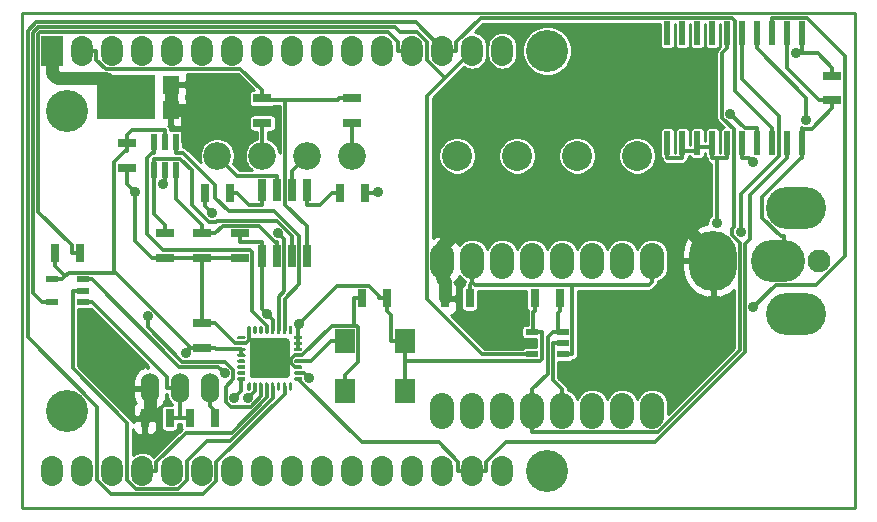
<source format=gbl>
%TF.GenerationSoftware,KiCad,Pcbnew,5.1.0-unknown-ca7aec2~82~ubuntu18.04.1*%
%TF.CreationDate,2019-04-12T13:47:33-04:00*%
%TF.ProjectId,stepper_controller_3x2,73746570-7065-4725-9f63-6f6e74726f6c,1.2*%
%TF.SameCoordinates,Original*%
%TF.FileFunction,Copper,L2,Bot*%
%TF.FilePolarity,Positive*%
%FSLAX46Y46*%
G04 Gerber Fmt 4.6, Leading zero omitted, Abs format (unit mm)*
G04 Created by KiCad (PCBNEW 5.1.0-unknown-ca7aec2~82~ubuntu18.04.1) date 2019-04-12 13:47:33*
%MOMM*%
%LPD*%
G04 APERTURE LIST*
%TA.AperFunction,NonConductor*%
%ADD10C,0.228600*%
%TD*%
%TA.AperFunction,Conductor*%
%ADD11C,0.100000*%
%TD*%
%TA.AperFunction,ComponentPad*%
%ADD12C,3.400001*%
%TD*%
%TA.AperFunction,SMDPad,CuDef*%
%ADD13C,0.300000*%
%TD*%
%TA.AperFunction,ComponentPad*%
%ADD14O,2.032000X3.048000*%
%TD*%
%TA.AperFunction,ComponentPad*%
%ADD15C,3.556000*%
%TD*%
%TA.AperFunction,ComponentPad*%
%ADD16O,1.854200X2.540000*%
%TD*%
%TA.AperFunction,ComponentPad*%
%ADD17R,1.854200X2.540000*%
%TD*%
%TA.AperFunction,SMDPad,CuDef*%
%ADD18R,1.800000X2.000000*%
%TD*%
%TA.AperFunction,SMDPad,CuDef*%
%ADD19R,1.440000X1.600000*%
%TD*%
%TA.AperFunction,SMDPad,CuDef*%
%ADD20R,4.960000X3.800000*%
%TD*%
%TA.AperFunction,ComponentPad*%
%ADD21O,5.080000X3.556000*%
%TD*%
%TA.AperFunction,ComponentPad*%
%ADD22O,4.064000X5.080000*%
%TD*%
%TA.AperFunction,ComponentPad*%
%ADD23O,4.572000X3.556000*%
%TD*%
%TA.AperFunction,ComponentPad*%
%ADD24C,1.930400*%
%TD*%
%TA.AperFunction,ComponentPad*%
%ADD25C,2.540000*%
%TD*%
%TA.AperFunction,ComponentPad*%
%ADD26C,2.340000*%
%TD*%
%TA.AperFunction,ComponentPad*%
%ADD27O,1.524000X2.540000*%
%TD*%
%TA.AperFunction,SMDPad,CuDef*%
%ADD28R,0.787400X1.600200*%
%TD*%
%TA.AperFunction,SMDPad,CuDef*%
%ADD29R,1.600200X0.787400*%
%TD*%
%TA.AperFunction,SMDPad,CuDef*%
%ADD30R,1.100000X0.600000*%
%TD*%
%TA.AperFunction,SMDPad,CuDef*%
%ADD31R,0.600000X2.000000*%
%TD*%
%TA.AperFunction,SMDPad,CuDef*%
%ADD32R,0.558800X1.330960*%
%TD*%
%TA.AperFunction,SMDPad,CuDef*%
%ADD33R,0.640000X1.910000*%
%TD*%
%TA.AperFunction,ViaPad*%
%ADD34C,0.889000*%
%TD*%
%TA.AperFunction,Conductor*%
%ADD35C,0.304800*%
%TD*%
%TA.AperFunction,Conductor*%
%ADD36C,1.066800*%
%TD*%
%TA.AperFunction,Conductor*%
%ADD37C,0.254000*%
%TD*%
G04 APERTURE END LIST*
D10*
X156210000Y-67945000D02*
X85725000Y-67945000D01*
X156210000Y-109855000D02*
X156210000Y-67945000D01*
X85725000Y-109855000D02*
X156210000Y-109855000D01*
X85725000Y-67945000D02*
X85725000Y-109855000D01*
D11*
%TO.N,GND*%
%TO.C,U1*%
G36*
X108073326Y-95456637D02*
G01*
X108106331Y-95461533D01*
X108138697Y-95469640D01*
X108170112Y-95480881D01*
X108200275Y-95495147D01*
X108228894Y-95512300D01*
X108255694Y-95532176D01*
X108280416Y-95554584D01*
X108302824Y-95579306D01*
X108322700Y-95606106D01*
X108339853Y-95634725D01*
X108354119Y-95664888D01*
X108365360Y-95696303D01*
X108373467Y-95728669D01*
X108378363Y-95761674D01*
X108380000Y-95795000D01*
X108380000Y-98515000D01*
X108378363Y-98548326D01*
X108373467Y-98581331D01*
X108365360Y-98613697D01*
X108354119Y-98645112D01*
X108339853Y-98675275D01*
X108322700Y-98703894D01*
X108302824Y-98730694D01*
X108280416Y-98755416D01*
X108255694Y-98777824D01*
X108228894Y-98797700D01*
X108200275Y-98814853D01*
X108170112Y-98829119D01*
X108138697Y-98840360D01*
X108106331Y-98848467D01*
X108073326Y-98853363D01*
X108040000Y-98855000D01*
X105320000Y-98855000D01*
X105286674Y-98853363D01*
X105253669Y-98848467D01*
X105221303Y-98840360D01*
X105189888Y-98829119D01*
X105159725Y-98814853D01*
X105131106Y-98797700D01*
X105104306Y-98777824D01*
X105079584Y-98755416D01*
X105057176Y-98730694D01*
X105037300Y-98703894D01*
X105020147Y-98675275D01*
X105005881Y-98645112D01*
X104994640Y-98613697D01*
X104986533Y-98581331D01*
X104981637Y-98548326D01*
X104980000Y-98515000D01*
X104980000Y-95795000D01*
X104981637Y-95761674D01*
X104986533Y-95728669D01*
X104994640Y-95696303D01*
X105005881Y-95664888D01*
X105020147Y-95634725D01*
X105037300Y-95606106D01*
X105057176Y-95579306D01*
X105079584Y-95554584D01*
X105104306Y-95532176D01*
X105131106Y-95512300D01*
X105159725Y-95495147D01*
X105189888Y-95480881D01*
X105221303Y-95469640D01*
X105253669Y-95461533D01*
X105286674Y-95456637D01*
X105320000Y-95455000D01*
X108040000Y-95455000D01*
X108073326Y-95456637D01*
X108073326Y-95456637D01*
G37*
D12*
%TD*%
%TO.P,U1,PAD*%
%TO.N,GND*%
X106680000Y-97155000D03*
D11*
%TO.N,GND*%
%TO.C,U1*%
G36*
X104944704Y-94405722D02*
G01*
X104959265Y-94407882D01*
X104973544Y-94411459D01*
X104987404Y-94416418D01*
X105000711Y-94422712D01*
X105013337Y-94430280D01*
X105025160Y-94439048D01*
X105036067Y-94448934D01*
X105045953Y-94459841D01*
X105054721Y-94471664D01*
X105062289Y-94484290D01*
X105068583Y-94497597D01*
X105073542Y-94511457D01*
X105077119Y-94525736D01*
X105079279Y-94540297D01*
X105080001Y-94555000D01*
X105080001Y-94955000D01*
X105079279Y-94969703D01*
X105077119Y-94984264D01*
X105073542Y-94998543D01*
X105068583Y-95012403D01*
X105062289Y-95025710D01*
X105054721Y-95038336D01*
X105045953Y-95050159D01*
X105036067Y-95061066D01*
X105025160Y-95070952D01*
X105013337Y-95079720D01*
X105000711Y-95087288D01*
X104987404Y-95093582D01*
X104973544Y-95098541D01*
X104959265Y-95102118D01*
X104944704Y-95104278D01*
X104930001Y-95105000D01*
X104929999Y-95105000D01*
X104915296Y-95104278D01*
X104900735Y-95102118D01*
X104886456Y-95098541D01*
X104872596Y-95093582D01*
X104859289Y-95087288D01*
X104846663Y-95079720D01*
X104834840Y-95070952D01*
X104823933Y-95061066D01*
X104814047Y-95050159D01*
X104805279Y-95038336D01*
X104797711Y-95025710D01*
X104791417Y-95012403D01*
X104786458Y-94998543D01*
X104782881Y-94984264D01*
X104780721Y-94969703D01*
X104779999Y-94955000D01*
X104779999Y-94555000D01*
X104780721Y-94540297D01*
X104782881Y-94525736D01*
X104786458Y-94511457D01*
X104791417Y-94497597D01*
X104797711Y-94484290D01*
X104805279Y-94471664D01*
X104814047Y-94459841D01*
X104823933Y-94448934D01*
X104834840Y-94439048D01*
X104846663Y-94430280D01*
X104859289Y-94422712D01*
X104872596Y-94416418D01*
X104886456Y-94411459D01*
X104900735Y-94407882D01*
X104915296Y-94405722D01*
X104929999Y-94405000D01*
X104930001Y-94405000D01*
X104944704Y-94405722D01*
X104944704Y-94405722D01*
G37*
D13*
%TD*%
%TO.P,U1,25*%
%TO.N,GND*%
X104930000Y-94755000D03*
D11*
%TO.N,N/C*%
%TO.C,U1*%
G36*
X105444704Y-94405722D02*
G01*
X105459265Y-94407882D01*
X105473544Y-94411459D01*
X105487404Y-94416418D01*
X105500711Y-94422712D01*
X105513337Y-94430280D01*
X105525160Y-94439048D01*
X105536067Y-94448934D01*
X105545953Y-94459841D01*
X105554721Y-94471664D01*
X105562289Y-94484290D01*
X105568583Y-94497597D01*
X105573542Y-94511457D01*
X105577119Y-94525736D01*
X105579279Y-94540297D01*
X105580001Y-94555000D01*
X105580001Y-94955000D01*
X105579279Y-94969703D01*
X105577119Y-94984264D01*
X105573542Y-94998543D01*
X105568583Y-95012403D01*
X105562289Y-95025710D01*
X105554721Y-95038336D01*
X105545953Y-95050159D01*
X105536067Y-95061066D01*
X105525160Y-95070952D01*
X105513337Y-95079720D01*
X105500711Y-95087288D01*
X105487404Y-95093582D01*
X105473544Y-95098541D01*
X105459265Y-95102118D01*
X105444704Y-95104278D01*
X105430001Y-95105000D01*
X105429999Y-95105000D01*
X105415296Y-95104278D01*
X105400735Y-95102118D01*
X105386456Y-95098541D01*
X105372596Y-95093582D01*
X105359289Y-95087288D01*
X105346663Y-95079720D01*
X105334840Y-95070952D01*
X105323933Y-95061066D01*
X105314047Y-95050159D01*
X105305279Y-95038336D01*
X105297711Y-95025710D01*
X105291417Y-95012403D01*
X105286458Y-94998543D01*
X105282881Y-94984264D01*
X105280721Y-94969703D01*
X105279999Y-94955000D01*
X105279999Y-94555000D01*
X105280721Y-94540297D01*
X105282881Y-94525736D01*
X105286458Y-94511457D01*
X105291417Y-94497597D01*
X105297711Y-94484290D01*
X105305279Y-94471664D01*
X105314047Y-94459841D01*
X105323933Y-94448934D01*
X105334840Y-94439048D01*
X105346663Y-94430280D01*
X105359289Y-94422712D01*
X105372596Y-94416418D01*
X105386456Y-94411459D01*
X105400735Y-94407882D01*
X105415296Y-94405722D01*
X105429999Y-94405000D01*
X105430001Y-94405000D01*
X105444704Y-94405722D01*
X105444704Y-94405722D01*
G37*
D13*
%TD*%
%TO.P,U1,26*%
%TO.N,N/C*%
X105430000Y-94755000D03*
D11*
%TO.N,N/C*%
%TO.C,U1*%
G36*
X105944704Y-94405722D02*
G01*
X105959265Y-94407882D01*
X105973544Y-94411459D01*
X105987404Y-94416418D01*
X106000711Y-94422712D01*
X106013337Y-94430280D01*
X106025160Y-94439048D01*
X106036067Y-94448934D01*
X106045953Y-94459841D01*
X106054721Y-94471664D01*
X106062289Y-94484290D01*
X106068583Y-94497597D01*
X106073542Y-94511457D01*
X106077119Y-94525736D01*
X106079279Y-94540297D01*
X106080001Y-94555000D01*
X106080001Y-94955000D01*
X106079279Y-94969703D01*
X106077119Y-94984264D01*
X106073542Y-94998543D01*
X106068583Y-95012403D01*
X106062289Y-95025710D01*
X106054721Y-95038336D01*
X106045953Y-95050159D01*
X106036067Y-95061066D01*
X106025160Y-95070952D01*
X106013337Y-95079720D01*
X106000711Y-95087288D01*
X105987404Y-95093582D01*
X105973544Y-95098541D01*
X105959265Y-95102118D01*
X105944704Y-95104278D01*
X105930001Y-95105000D01*
X105929999Y-95105000D01*
X105915296Y-95104278D01*
X105900735Y-95102118D01*
X105886456Y-95098541D01*
X105872596Y-95093582D01*
X105859289Y-95087288D01*
X105846663Y-95079720D01*
X105834840Y-95070952D01*
X105823933Y-95061066D01*
X105814047Y-95050159D01*
X105805279Y-95038336D01*
X105797711Y-95025710D01*
X105791417Y-95012403D01*
X105786458Y-94998543D01*
X105782881Y-94984264D01*
X105780721Y-94969703D01*
X105779999Y-94955000D01*
X105779999Y-94555000D01*
X105780721Y-94540297D01*
X105782881Y-94525736D01*
X105786458Y-94511457D01*
X105791417Y-94497597D01*
X105797711Y-94484290D01*
X105805279Y-94471664D01*
X105814047Y-94459841D01*
X105823933Y-94448934D01*
X105834840Y-94439048D01*
X105846663Y-94430280D01*
X105859289Y-94422712D01*
X105872596Y-94416418D01*
X105886456Y-94411459D01*
X105900735Y-94407882D01*
X105915296Y-94405722D01*
X105929999Y-94405000D01*
X105930001Y-94405000D01*
X105944704Y-94405722D01*
X105944704Y-94405722D01*
G37*
D13*
%TD*%
%TO.P,U1,27*%
%TO.N,N/C*%
X105930000Y-94755000D03*
D11*
%TO.N,/tmc429_driver_0/REFR_0*%
%TO.C,U1*%
G36*
X106444704Y-94405722D02*
G01*
X106459265Y-94407882D01*
X106473544Y-94411459D01*
X106487404Y-94416418D01*
X106500711Y-94422712D01*
X106513337Y-94430280D01*
X106525160Y-94439048D01*
X106536067Y-94448934D01*
X106545953Y-94459841D01*
X106554721Y-94471664D01*
X106562289Y-94484290D01*
X106568583Y-94497597D01*
X106573542Y-94511457D01*
X106577119Y-94525736D01*
X106579279Y-94540297D01*
X106580001Y-94555000D01*
X106580001Y-94955000D01*
X106579279Y-94969703D01*
X106577119Y-94984264D01*
X106573542Y-94998543D01*
X106568583Y-95012403D01*
X106562289Y-95025710D01*
X106554721Y-95038336D01*
X106545953Y-95050159D01*
X106536067Y-95061066D01*
X106525160Y-95070952D01*
X106513337Y-95079720D01*
X106500711Y-95087288D01*
X106487404Y-95093582D01*
X106473544Y-95098541D01*
X106459265Y-95102118D01*
X106444704Y-95104278D01*
X106430001Y-95105000D01*
X106429999Y-95105000D01*
X106415296Y-95104278D01*
X106400735Y-95102118D01*
X106386456Y-95098541D01*
X106372596Y-95093582D01*
X106359289Y-95087288D01*
X106346663Y-95079720D01*
X106334840Y-95070952D01*
X106323933Y-95061066D01*
X106314047Y-95050159D01*
X106305279Y-95038336D01*
X106297711Y-95025710D01*
X106291417Y-95012403D01*
X106286458Y-94998543D01*
X106282881Y-94984264D01*
X106280721Y-94969703D01*
X106279999Y-94955000D01*
X106279999Y-94555000D01*
X106280721Y-94540297D01*
X106282881Y-94525736D01*
X106286458Y-94511457D01*
X106291417Y-94497597D01*
X106297711Y-94484290D01*
X106305279Y-94471664D01*
X106314047Y-94459841D01*
X106323933Y-94448934D01*
X106334840Y-94439048D01*
X106346663Y-94430280D01*
X106359289Y-94422712D01*
X106372596Y-94416418D01*
X106386456Y-94411459D01*
X106400735Y-94407882D01*
X106415296Y-94405722D01*
X106429999Y-94405000D01*
X106430001Y-94405000D01*
X106444704Y-94405722D01*
X106444704Y-94405722D01*
G37*
D13*
%TD*%
%TO.P,U1,28*%
%TO.N,/tmc429_driver_0/REFR_0*%
X106430000Y-94755000D03*
D11*
%TO.N,+3V3*%
%TO.C,U1*%
G36*
X106944704Y-94405722D02*
G01*
X106959265Y-94407882D01*
X106973544Y-94411459D01*
X106987404Y-94416418D01*
X107000711Y-94422712D01*
X107013337Y-94430280D01*
X107025160Y-94439048D01*
X107036067Y-94448934D01*
X107045953Y-94459841D01*
X107054721Y-94471664D01*
X107062289Y-94484290D01*
X107068583Y-94497597D01*
X107073542Y-94511457D01*
X107077119Y-94525736D01*
X107079279Y-94540297D01*
X107080001Y-94555000D01*
X107080001Y-94955000D01*
X107079279Y-94969703D01*
X107077119Y-94984264D01*
X107073542Y-94998543D01*
X107068583Y-95012403D01*
X107062289Y-95025710D01*
X107054721Y-95038336D01*
X107045953Y-95050159D01*
X107036067Y-95061066D01*
X107025160Y-95070952D01*
X107013337Y-95079720D01*
X107000711Y-95087288D01*
X106987404Y-95093582D01*
X106973544Y-95098541D01*
X106959265Y-95102118D01*
X106944704Y-95104278D01*
X106930001Y-95105000D01*
X106929999Y-95105000D01*
X106915296Y-95104278D01*
X106900735Y-95102118D01*
X106886456Y-95098541D01*
X106872596Y-95093582D01*
X106859289Y-95087288D01*
X106846663Y-95079720D01*
X106834840Y-95070952D01*
X106823933Y-95061066D01*
X106814047Y-95050159D01*
X106805279Y-95038336D01*
X106797711Y-95025710D01*
X106791417Y-95012403D01*
X106786458Y-94998543D01*
X106782881Y-94984264D01*
X106780721Y-94969703D01*
X106779999Y-94955000D01*
X106779999Y-94555000D01*
X106780721Y-94540297D01*
X106782881Y-94525736D01*
X106786458Y-94511457D01*
X106791417Y-94497597D01*
X106797711Y-94484290D01*
X106805279Y-94471664D01*
X106814047Y-94459841D01*
X106823933Y-94448934D01*
X106834840Y-94439048D01*
X106846663Y-94430280D01*
X106859289Y-94422712D01*
X106872596Y-94416418D01*
X106886456Y-94411459D01*
X106900735Y-94407882D01*
X106915296Y-94405722D01*
X106929999Y-94405000D01*
X106930001Y-94405000D01*
X106944704Y-94405722D01*
X106944704Y-94405722D01*
G37*
D13*
%TD*%
%TO.P,U1,29*%
%TO.N,+3V3*%
X106930000Y-94755000D03*
D11*
%TO.N,/POSCOMP*%
%TO.C,U1*%
G36*
X107444704Y-94405722D02*
G01*
X107459265Y-94407882D01*
X107473544Y-94411459D01*
X107487404Y-94416418D01*
X107500711Y-94422712D01*
X107513337Y-94430280D01*
X107525160Y-94439048D01*
X107536067Y-94448934D01*
X107545953Y-94459841D01*
X107554721Y-94471664D01*
X107562289Y-94484290D01*
X107568583Y-94497597D01*
X107573542Y-94511457D01*
X107577119Y-94525736D01*
X107579279Y-94540297D01*
X107580001Y-94555000D01*
X107580001Y-94955000D01*
X107579279Y-94969703D01*
X107577119Y-94984264D01*
X107573542Y-94998543D01*
X107568583Y-95012403D01*
X107562289Y-95025710D01*
X107554721Y-95038336D01*
X107545953Y-95050159D01*
X107536067Y-95061066D01*
X107525160Y-95070952D01*
X107513337Y-95079720D01*
X107500711Y-95087288D01*
X107487404Y-95093582D01*
X107473544Y-95098541D01*
X107459265Y-95102118D01*
X107444704Y-95104278D01*
X107430001Y-95105000D01*
X107429999Y-95105000D01*
X107415296Y-95104278D01*
X107400735Y-95102118D01*
X107386456Y-95098541D01*
X107372596Y-95093582D01*
X107359289Y-95087288D01*
X107346663Y-95079720D01*
X107334840Y-95070952D01*
X107323933Y-95061066D01*
X107314047Y-95050159D01*
X107305279Y-95038336D01*
X107297711Y-95025710D01*
X107291417Y-95012403D01*
X107286458Y-94998543D01*
X107282881Y-94984264D01*
X107280721Y-94969703D01*
X107279999Y-94955000D01*
X107279999Y-94555000D01*
X107280721Y-94540297D01*
X107282881Y-94525736D01*
X107286458Y-94511457D01*
X107291417Y-94497597D01*
X107297711Y-94484290D01*
X107305279Y-94471664D01*
X107314047Y-94459841D01*
X107323933Y-94448934D01*
X107334840Y-94439048D01*
X107346663Y-94430280D01*
X107359289Y-94422712D01*
X107372596Y-94416418D01*
X107386456Y-94411459D01*
X107400735Y-94407882D01*
X107415296Y-94405722D01*
X107429999Y-94405000D01*
X107430001Y-94405000D01*
X107444704Y-94405722D01*
X107444704Y-94405722D01*
G37*
D13*
%TD*%
%TO.P,U1,30*%
%TO.N,/POSCOMP*%
X107430000Y-94755000D03*
D11*
%TO.N,/tmc429_driver_0/REF_0*%
%TO.C,U1*%
G36*
X107944704Y-94405722D02*
G01*
X107959265Y-94407882D01*
X107973544Y-94411459D01*
X107987404Y-94416418D01*
X108000711Y-94422712D01*
X108013337Y-94430280D01*
X108025160Y-94439048D01*
X108036067Y-94448934D01*
X108045953Y-94459841D01*
X108054721Y-94471664D01*
X108062289Y-94484290D01*
X108068583Y-94497597D01*
X108073542Y-94511457D01*
X108077119Y-94525736D01*
X108079279Y-94540297D01*
X108080001Y-94555000D01*
X108080001Y-94955000D01*
X108079279Y-94969703D01*
X108077119Y-94984264D01*
X108073542Y-94998543D01*
X108068583Y-95012403D01*
X108062289Y-95025710D01*
X108054721Y-95038336D01*
X108045953Y-95050159D01*
X108036067Y-95061066D01*
X108025160Y-95070952D01*
X108013337Y-95079720D01*
X108000711Y-95087288D01*
X107987404Y-95093582D01*
X107973544Y-95098541D01*
X107959265Y-95102118D01*
X107944704Y-95104278D01*
X107930001Y-95105000D01*
X107929999Y-95105000D01*
X107915296Y-95104278D01*
X107900735Y-95102118D01*
X107886456Y-95098541D01*
X107872596Y-95093582D01*
X107859289Y-95087288D01*
X107846663Y-95079720D01*
X107834840Y-95070952D01*
X107823933Y-95061066D01*
X107814047Y-95050159D01*
X107805279Y-95038336D01*
X107797711Y-95025710D01*
X107791417Y-95012403D01*
X107786458Y-94998543D01*
X107782881Y-94984264D01*
X107780721Y-94969703D01*
X107779999Y-94955000D01*
X107779999Y-94555000D01*
X107780721Y-94540297D01*
X107782881Y-94525736D01*
X107786458Y-94511457D01*
X107791417Y-94497597D01*
X107797711Y-94484290D01*
X107805279Y-94471664D01*
X107814047Y-94459841D01*
X107823933Y-94448934D01*
X107834840Y-94439048D01*
X107846663Y-94430280D01*
X107859289Y-94422712D01*
X107872596Y-94416418D01*
X107886456Y-94411459D01*
X107900735Y-94407882D01*
X107915296Y-94405722D01*
X107929999Y-94405000D01*
X107930001Y-94405000D01*
X107944704Y-94405722D01*
X107944704Y-94405722D01*
G37*
D13*
%TD*%
%TO.P,U1,31*%
%TO.N,/tmc429_driver_0/REF_0*%
X107930000Y-94755000D03*
D11*
%TO.N,N/C*%
%TO.C,U1*%
G36*
X108444704Y-94405722D02*
G01*
X108459265Y-94407882D01*
X108473544Y-94411459D01*
X108487404Y-94416418D01*
X108500711Y-94422712D01*
X108513337Y-94430280D01*
X108525160Y-94439048D01*
X108536067Y-94448934D01*
X108545953Y-94459841D01*
X108554721Y-94471664D01*
X108562289Y-94484290D01*
X108568583Y-94497597D01*
X108573542Y-94511457D01*
X108577119Y-94525736D01*
X108579279Y-94540297D01*
X108580001Y-94555000D01*
X108580001Y-94955000D01*
X108579279Y-94969703D01*
X108577119Y-94984264D01*
X108573542Y-94998543D01*
X108568583Y-95012403D01*
X108562289Y-95025710D01*
X108554721Y-95038336D01*
X108545953Y-95050159D01*
X108536067Y-95061066D01*
X108525160Y-95070952D01*
X108513337Y-95079720D01*
X108500711Y-95087288D01*
X108487404Y-95093582D01*
X108473544Y-95098541D01*
X108459265Y-95102118D01*
X108444704Y-95104278D01*
X108430001Y-95105000D01*
X108429999Y-95105000D01*
X108415296Y-95104278D01*
X108400735Y-95102118D01*
X108386456Y-95098541D01*
X108372596Y-95093582D01*
X108359289Y-95087288D01*
X108346663Y-95079720D01*
X108334840Y-95070952D01*
X108323933Y-95061066D01*
X108314047Y-95050159D01*
X108305279Y-95038336D01*
X108297711Y-95025710D01*
X108291417Y-95012403D01*
X108286458Y-94998543D01*
X108282881Y-94984264D01*
X108280721Y-94969703D01*
X108279999Y-94955000D01*
X108279999Y-94555000D01*
X108280721Y-94540297D01*
X108282881Y-94525736D01*
X108286458Y-94511457D01*
X108291417Y-94497597D01*
X108297711Y-94484290D01*
X108305279Y-94471664D01*
X108314047Y-94459841D01*
X108323933Y-94448934D01*
X108334840Y-94439048D01*
X108346663Y-94430280D01*
X108359289Y-94422712D01*
X108372596Y-94416418D01*
X108386456Y-94411459D01*
X108400735Y-94407882D01*
X108415296Y-94405722D01*
X108429999Y-94405000D01*
X108430001Y-94405000D01*
X108444704Y-94405722D01*
X108444704Y-94405722D01*
G37*
D13*
%TD*%
%TO.P,U1,32*%
%TO.N,N/C*%
X108430000Y-94755000D03*
D11*
%TO.N,N/C*%
%TO.C,U1*%
G36*
X108444704Y-99205722D02*
G01*
X108459265Y-99207882D01*
X108473544Y-99211459D01*
X108487404Y-99216418D01*
X108500711Y-99222712D01*
X108513337Y-99230280D01*
X108525160Y-99239048D01*
X108536067Y-99248934D01*
X108545953Y-99259841D01*
X108554721Y-99271664D01*
X108562289Y-99284290D01*
X108568583Y-99297597D01*
X108573542Y-99311457D01*
X108577119Y-99325736D01*
X108579279Y-99340297D01*
X108580001Y-99355000D01*
X108580001Y-99755000D01*
X108579279Y-99769703D01*
X108577119Y-99784264D01*
X108573542Y-99798543D01*
X108568583Y-99812403D01*
X108562289Y-99825710D01*
X108554721Y-99838336D01*
X108545953Y-99850159D01*
X108536067Y-99861066D01*
X108525160Y-99870952D01*
X108513337Y-99879720D01*
X108500711Y-99887288D01*
X108487404Y-99893582D01*
X108473544Y-99898541D01*
X108459265Y-99902118D01*
X108444704Y-99904278D01*
X108430001Y-99905000D01*
X108429999Y-99905000D01*
X108415296Y-99904278D01*
X108400735Y-99902118D01*
X108386456Y-99898541D01*
X108372596Y-99893582D01*
X108359289Y-99887288D01*
X108346663Y-99879720D01*
X108334840Y-99870952D01*
X108323933Y-99861066D01*
X108314047Y-99850159D01*
X108305279Y-99838336D01*
X108297711Y-99825710D01*
X108291417Y-99812403D01*
X108286458Y-99798543D01*
X108282881Y-99784264D01*
X108280721Y-99769703D01*
X108279999Y-99755000D01*
X108279999Y-99355000D01*
X108280721Y-99340297D01*
X108282881Y-99325736D01*
X108286458Y-99311457D01*
X108291417Y-99297597D01*
X108297711Y-99284290D01*
X108305279Y-99271664D01*
X108314047Y-99259841D01*
X108323933Y-99248934D01*
X108334840Y-99239048D01*
X108346663Y-99230280D01*
X108359289Y-99222712D01*
X108372596Y-99216418D01*
X108386456Y-99211459D01*
X108400735Y-99207882D01*
X108415296Y-99205722D01*
X108429999Y-99205000D01*
X108430001Y-99205000D01*
X108444704Y-99205722D01*
X108444704Y-99205722D01*
G37*
D13*
%TD*%
%TO.P,U1,9*%
%TO.N,N/C*%
X108430000Y-99555000D03*
D11*
%TO.N,/MOSI*%
%TO.C,U1*%
G36*
X107944704Y-99205722D02*
G01*
X107959265Y-99207882D01*
X107973544Y-99211459D01*
X107987404Y-99216418D01*
X108000711Y-99222712D01*
X108013337Y-99230280D01*
X108025160Y-99239048D01*
X108036067Y-99248934D01*
X108045953Y-99259841D01*
X108054721Y-99271664D01*
X108062289Y-99284290D01*
X108068583Y-99297597D01*
X108073542Y-99311457D01*
X108077119Y-99325736D01*
X108079279Y-99340297D01*
X108080001Y-99355000D01*
X108080001Y-99755000D01*
X108079279Y-99769703D01*
X108077119Y-99784264D01*
X108073542Y-99798543D01*
X108068583Y-99812403D01*
X108062289Y-99825710D01*
X108054721Y-99838336D01*
X108045953Y-99850159D01*
X108036067Y-99861066D01*
X108025160Y-99870952D01*
X108013337Y-99879720D01*
X108000711Y-99887288D01*
X107987404Y-99893582D01*
X107973544Y-99898541D01*
X107959265Y-99902118D01*
X107944704Y-99904278D01*
X107930001Y-99905000D01*
X107929999Y-99905000D01*
X107915296Y-99904278D01*
X107900735Y-99902118D01*
X107886456Y-99898541D01*
X107872596Y-99893582D01*
X107859289Y-99887288D01*
X107846663Y-99879720D01*
X107834840Y-99870952D01*
X107823933Y-99861066D01*
X107814047Y-99850159D01*
X107805279Y-99838336D01*
X107797711Y-99825710D01*
X107791417Y-99812403D01*
X107786458Y-99798543D01*
X107782881Y-99784264D01*
X107780721Y-99769703D01*
X107779999Y-99755000D01*
X107779999Y-99355000D01*
X107780721Y-99340297D01*
X107782881Y-99325736D01*
X107786458Y-99311457D01*
X107791417Y-99297597D01*
X107797711Y-99284290D01*
X107805279Y-99271664D01*
X107814047Y-99259841D01*
X107823933Y-99248934D01*
X107834840Y-99239048D01*
X107846663Y-99230280D01*
X107859289Y-99222712D01*
X107872596Y-99216418D01*
X107886456Y-99211459D01*
X107900735Y-99207882D01*
X107915296Y-99205722D01*
X107929999Y-99205000D01*
X107930001Y-99205000D01*
X107944704Y-99205722D01*
X107944704Y-99205722D01*
G37*
D13*
%TD*%
%TO.P,U1,10*%
%TO.N,/MOSI*%
X107930000Y-99555000D03*
D11*
%TO.N,N/C*%
%TO.C,U1*%
G36*
X107444704Y-99205722D02*
G01*
X107459265Y-99207882D01*
X107473544Y-99211459D01*
X107487404Y-99216418D01*
X107500711Y-99222712D01*
X107513337Y-99230280D01*
X107525160Y-99239048D01*
X107536067Y-99248934D01*
X107545953Y-99259841D01*
X107554721Y-99271664D01*
X107562289Y-99284290D01*
X107568583Y-99297597D01*
X107573542Y-99311457D01*
X107577119Y-99325736D01*
X107579279Y-99340297D01*
X107580001Y-99355000D01*
X107580001Y-99755000D01*
X107579279Y-99769703D01*
X107577119Y-99784264D01*
X107573542Y-99798543D01*
X107568583Y-99812403D01*
X107562289Y-99825710D01*
X107554721Y-99838336D01*
X107545953Y-99850159D01*
X107536067Y-99861066D01*
X107525160Y-99870952D01*
X107513337Y-99879720D01*
X107500711Y-99887288D01*
X107487404Y-99893582D01*
X107473544Y-99898541D01*
X107459265Y-99902118D01*
X107444704Y-99904278D01*
X107430001Y-99905000D01*
X107429999Y-99905000D01*
X107415296Y-99904278D01*
X107400735Y-99902118D01*
X107386456Y-99898541D01*
X107372596Y-99893582D01*
X107359289Y-99887288D01*
X107346663Y-99879720D01*
X107334840Y-99870952D01*
X107323933Y-99861066D01*
X107314047Y-99850159D01*
X107305279Y-99838336D01*
X107297711Y-99825710D01*
X107291417Y-99812403D01*
X107286458Y-99798543D01*
X107282881Y-99784264D01*
X107280721Y-99769703D01*
X107279999Y-99755000D01*
X107279999Y-99355000D01*
X107280721Y-99340297D01*
X107282881Y-99325736D01*
X107286458Y-99311457D01*
X107291417Y-99297597D01*
X107297711Y-99284290D01*
X107305279Y-99271664D01*
X107314047Y-99259841D01*
X107323933Y-99248934D01*
X107334840Y-99239048D01*
X107346663Y-99230280D01*
X107359289Y-99222712D01*
X107372596Y-99216418D01*
X107386456Y-99211459D01*
X107400735Y-99207882D01*
X107415296Y-99205722D01*
X107429999Y-99205000D01*
X107430001Y-99205000D01*
X107444704Y-99205722D01*
X107444704Y-99205722D01*
G37*
D13*
%TD*%
%TO.P,U1,11*%
%TO.N,N/C*%
X107430000Y-99555000D03*
D11*
%TO.N,/tmc429_driver_0/MISO_UB*%
%TO.C,U1*%
G36*
X106944704Y-99205722D02*
G01*
X106959265Y-99207882D01*
X106973544Y-99211459D01*
X106987404Y-99216418D01*
X107000711Y-99222712D01*
X107013337Y-99230280D01*
X107025160Y-99239048D01*
X107036067Y-99248934D01*
X107045953Y-99259841D01*
X107054721Y-99271664D01*
X107062289Y-99284290D01*
X107068583Y-99297597D01*
X107073542Y-99311457D01*
X107077119Y-99325736D01*
X107079279Y-99340297D01*
X107080001Y-99355000D01*
X107080001Y-99755000D01*
X107079279Y-99769703D01*
X107077119Y-99784264D01*
X107073542Y-99798543D01*
X107068583Y-99812403D01*
X107062289Y-99825710D01*
X107054721Y-99838336D01*
X107045953Y-99850159D01*
X107036067Y-99861066D01*
X107025160Y-99870952D01*
X107013337Y-99879720D01*
X107000711Y-99887288D01*
X106987404Y-99893582D01*
X106973544Y-99898541D01*
X106959265Y-99902118D01*
X106944704Y-99904278D01*
X106930001Y-99905000D01*
X106929999Y-99905000D01*
X106915296Y-99904278D01*
X106900735Y-99902118D01*
X106886456Y-99898541D01*
X106872596Y-99893582D01*
X106859289Y-99887288D01*
X106846663Y-99879720D01*
X106834840Y-99870952D01*
X106823933Y-99861066D01*
X106814047Y-99850159D01*
X106805279Y-99838336D01*
X106797711Y-99825710D01*
X106791417Y-99812403D01*
X106786458Y-99798543D01*
X106782881Y-99784264D01*
X106780721Y-99769703D01*
X106779999Y-99755000D01*
X106779999Y-99355000D01*
X106780721Y-99340297D01*
X106782881Y-99325736D01*
X106786458Y-99311457D01*
X106791417Y-99297597D01*
X106797711Y-99284290D01*
X106805279Y-99271664D01*
X106814047Y-99259841D01*
X106823933Y-99248934D01*
X106834840Y-99239048D01*
X106846663Y-99230280D01*
X106859289Y-99222712D01*
X106872596Y-99216418D01*
X106886456Y-99211459D01*
X106900735Y-99207882D01*
X106915296Y-99205722D01*
X106929999Y-99205000D01*
X106930001Y-99205000D01*
X106944704Y-99205722D01*
X106944704Y-99205722D01*
G37*
D13*
%TD*%
%TO.P,U1,12*%
%TO.N,/tmc429_driver_0/MISO_UB*%
X106930000Y-99555000D03*
D11*
%TO.N,+3V3*%
%TO.C,U1*%
G36*
X106444704Y-99205722D02*
G01*
X106459265Y-99207882D01*
X106473544Y-99211459D01*
X106487404Y-99216418D01*
X106500711Y-99222712D01*
X106513337Y-99230280D01*
X106525160Y-99239048D01*
X106536067Y-99248934D01*
X106545953Y-99259841D01*
X106554721Y-99271664D01*
X106562289Y-99284290D01*
X106568583Y-99297597D01*
X106573542Y-99311457D01*
X106577119Y-99325736D01*
X106579279Y-99340297D01*
X106580001Y-99355000D01*
X106580001Y-99755000D01*
X106579279Y-99769703D01*
X106577119Y-99784264D01*
X106573542Y-99798543D01*
X106568583Y-99812403D01*
X106562289Y-99825710D01*
X106554721Y-99838336D01*
X106545953Y-99850159D01*
X106536067Y-99861066D01*
X106525160Y-99870952D01*
X106513337Y-99879720D01*
X106500711Y-99887288D01*
X106487404Y-99893582D01*
X106473544Y-99898541D01*
X106459265Y-99902118D01*
X106444704Y-99904278D01*
X106430001Y-99905000D01*
X106429999Y-99905000D01*
X106415296Y-99904278D01*
X106400735Y-99902118D01*
X106386456Y-99898541D01*
X106372596Y-99893582D01*
X106359289Y-99887288D01*
X106346663Y-99879720D01*
X106334840Y-99870952D01*
X106323933Y-99861066D01*
X106314047Y-99850159D01*
X106305279Y-99838336D01*
X106297711Y-99825710D01*
X106291417Y-99812403D01*
X106286458Y-99798543D01*
X106282881Y-99784264D01*
X106280721Y-99769703D01*
X106279999Y-99755000D01*
X106279999Y-99355000D01*
X106280721Y-99340297D01*
X106282881Y-99325736D01*
X106286458Y-99311457D01*
X106291417Y-99297597D01*
X106297711Y-99284290D01*
X106305279Y-99271664D01*
X106314047Y-99259841D01*
X106323933Y-99248934D01*
X106334840Y-99239048D01*
X106346663Y-99230280D01*
X106359289Y-99222712D01*
X106372596Y-99216418D01*
X106386456Y-99211459D01*
X106400735Y-99207882D01*
X106415296Y-99205722D01*
X106429999Y-99205000D01*
X106430001Y-99205000D01*
X106444704Y-99205722D01*
X106444704Y-99205722D01*
G37*
D13*
%TD*%
%TO.P,U1,13*%
%TO.N,+3V3*%
X106430000Y-99555000D03*
D11*
%TO.N,/INT*%
%TO.C,U1*%
G36*
X105944704Y-99205722D02*
G01*
X105959265Y-99207882D01*
X105973544Y-99211459D01*
X105987404Y-99216418D01*
X106000711Y-99222712D01*
X106013337Y-99230280D01*
X106025160Y-99239048D01*
X106036067Y-99248934D01*
X106045953Y-99259841D01*
X106054721Y-99271664D01*
X106062289Y-99284290D01*
X106068583Y-99297597D01*
X106073542Y-99311457D01*
X106077119Y-99325736D01*
X106079279Y-99340297D01*
X106080001Y-99355000D01*
X106080001Y-99755000D01*
X106079279Y-99769703D01*
X106077119Y-99784264D01*
X106073542Y-99798543D01*
X106068583Y-99812403D01*
X106062289Y-99825710D01*
X106054721Y-99838336D01*
X106045953Y-99850159D01*
X106036067Y-99861066D01*
X106025160Y-99870952D01*
X106013337Y-99879720D01*
X106000711Y-99887288D01*
X105987404Y-99893582D01*
X105973544Y-99898541D01*
X105959265Y-99902118D01*
X105944704Y-99904278D01*
X105930001Y-99905000D01*
X105929999Y-99905000D01*
X105915296Y-99904278D01*
X105900735Y-99902118D01*
X105886456Y-99898541D01*
X105872596Y-99893582D01*
X105859289Y-99887288D01*
X105846663Y-99879720D01*
X105834840Y-99870952D01*
X105823933Y-99861066D01*
X105814047Y-99850159D01*
X105805279Y-99838336D01*
X105797711Y-99825710D01*
X105791417Y-99812403D01*
X105786458Y-99798543D01*
X105782881Y-99784264D01*
X105780721Y-99769703D01*
X105779999Y-99755000D01*
X105779999Y-99355000D01*
X105780721Y-99340297D01*
X105782881Y-99325736D01*
X105786458Y-99311457D01*
X105791417Y-99297597D01*
X105797711Y-99284290D01*
X105805279Y-99271664D01*
X105814047Y-99259841D01*
X105823933Y-99248934D01*
X105834840Y-99239048D01*
X105846663Y-99230280D01*
X105859289Y-99222712D01*
X105872596Y-99216418D01*
X105886456Y-99211459D01*
X105900735Y-99207882D01*
X105915296Y-99205722D01*
X105929999Y-99205000D01*
X105930001Y-99205000D01*
X105944704Y-99205722D01*
X105944704Y-99205722D01*
G37*
D13*
%TD*%
%TO.P,U1,14*%
%TO.N,/INT*%
X105930000Y-99555000D03*
D11*
%TO.N,/tmc429_driver_0/STEP_0*%
%TO.C,U1*%
G36*
X105444704Y-99205722D02*
G01*
X105459265Y-99207882D01*
X105473544Y-99211459D01*
X105487404Y-99216418D01*
X105500711Y-99222712D01*
X105513337Y-99230280D01*
X105525160Y-99239048D01*
X105536067Y-99248934D01*
X105545953Y-99259841D01*
X105554721Y-99271664D01*
X105562289Y-99284290D01*
X105568583Y-99297597D01*
X105573542Y-99311457D01*
X105577119Y-99325736D01*
X105579279Y-99340297D01*
X105580001Y-99355000D01*
X105580001Y-99755000D01*
X105579279Y-99769703D01*
X105577119Y-99784264D01*
X105573542Y-99798543D01*
X105568583Y-99812403D01*
X105562289Y-99825710D01*
X105554721Y-99838336D01*
X105545953Y-99850159D01*
X105536067Y-99861066D01*
X105525160Y-99870952D01*
X105513337Y-99879720D01*
X105500711Y-99887288D01*
X105487404Y-99893582D01*
X105473544Y-99898541D01*
X105459265Y-99902118D01*
X105444704Y-99904278D01*
X105430001Y-99905000D01*
X105429999Y-99905000D01*
X105415296Y-99904278D01*
X105400735Y-99902118D01*
X105386456Y-99898541D01*
X105372596Y-99893582D01*
X105359289Y-99887288D01*
X105346663Y-99879720D01*
X105334840Y-99870952D01*
X105323933Y-99861066D01*
X105314047Y-99850159D01*
X105305279Y-99838336D01*
X105297711Y-99825710D01*
X105291417Y-99812403D01*
X105286458Y-99798543D01*
X105282881Y-99784264D01*
X105280721Y-99769703D01*
X105279999Y-99755000D01*
X105279999Y-99355000D01*
X105280721Y-99340297D01*
X105282881Y-99325736D01*
X105286458Y-99311457D01*
X105291417Y-99297597D01*
X105297711Y-99284290D01*
X105305279Y-99271664D01*
X105314047Y-99259841D01*
X105323933Y-99248934D01*
X105334840Y-99239048D01*
X105346663Y-99230280D01*
X105359289Y-99222712D01*
X105372596Y-99216418D01*
X105386456Y-99211459D01*
X105400735Y-99207882D01*
X105415296Y-99205722D01*
X105429999Y-99205000D01*
X105430001Y-99205000D01*
X105444704Y-99205722D01*
X105444704Y-99205722D01*
G37*
D13*
%TD*%
%TO.P,U1,15*%
%TO.N,/tmc429_driver_0/STEP_0*%
X105430000Y-99555000D03*
D11*
%TO.N,N/C*%
%TO.C,U1*%
G36*
X104944704Y-99205722D02*
G01*
X104959265Y-99207882D01*
X104973544Y-99211459D01*
X104987404Y-99216418D01*
X105000711Y-99222712D01*
X105013337Y-99230280D01*
X105025160Y-99239048D01*
X105036067Y-99248934D01*
X105045953Y-99259841D01*
X105054721Y-99271664D01*
X105062289Y-99284290D01*
X105068583Y-99297597D01*
X105073542Y-99311457D01*
X105077119Y-99325736D01*
X105079279Y-99340297D01*
X105080001Y-99355000D01*
X105080001Y-99755000D01*
X105079279Y-99769703D01*
X105077119Y-99784264D01*
X105073542Y-99798543D01*
X105068583Y-99812403D01*
X105062289Y-99825710D01*
X105054721Y-99838336D01*
X105045953Y-99850159D01*
X105036067Y-99861066D01*
X105025160Y-99870952D01*
X105013337Y-99879720D01*
X105000711Y-99887288D01*
X104987404Y-99893582D01*
X104973544Y-99898541D01*
X104959265Y-99902118D01*
X104944704Y-99904278D01*
X104930001Y-99905000D01*
X104929999Y-99905000D01*
X104915296Y-99904278D01*
X104900735Y-99902118D01*
X104886456Y-99898541D01*
X104872596Y-99893582D01*
X104859289Y-99887288D01*
X104846663Y-99879720D01*
X104834840Y-99870952D01*
X104823933Y-99861066D01*
X104814047Y-99850159D01*
X104805279Y-99838336D01*
X104797711Y-99825710D01*
X104791417Y-99812403D01*
X104786458Y-99798543D01*
X104782881Y-99784264D01*
X104780721Y-99769703D01*
X104779999Y-99755000D01*
X104779999Y-99355000D01*
X104780721Y-99340297D01*
X104782881Y-99325736D01*
X104786458Y-99311457D01*
X104791417Y-99297597D01*
X104797711Y-99284290D01*
X104805279Y-99271664D01*
X104814047Y-99259841D01*
X104823933Y-99248934D01*
X104834840Y-99239048D01*
X104846663Y-99230280D01*
X104859289Y-99222712D01*
X104872596Y-99216418D01*
X104886456Y-99211459D01*
X104900735Y-99207882D01*
X104915296Y-99205722D01*
X104929999Y-99205000D01*
X104930001Y-99205000D01*
X104944704Y-99205722D01*
X104944704Y-99205722D01*
G37*
D13*
%TD*%
%TO.P,U1,16*%
%TO.N,N/C*%
X104930000Y-99555000D03*
D11*
%TO.N,+3V3*%
%TO.C,U1*%
G36*
X109294703Y-95255721D02*
G01*
X109309264Y-95257881D01*
X109323543Y-95261458D01*
X109337403Y-95266417D01*
X109350710Y-95272711D01*
X109363336Y-95280279D01*
X109375159Y-95289047D01*
X109386066Y-95298933D01*
X109395952Y-95309840D01*
X109404720Y-95321663D01*
X109412288Y-95334289D01*
X109418582Y-95347596D01*
X109423541Y-95361456D01*
X109427118Y-95375735D01*
X109429278Y-95390296D01*
X109430000Y-95404999D01*
X109430000Y-95405001D01*
X109429278Y-95419704D01*
X109427118Y-95434265D01*
X109423541Y-95448544D01*
X109418582Y-95462404D01*
X109412288Y-95475711D01*
X109404720Y-95488337D01*
X109395952Y-95500160D01*
X109386066Y-95511067D01*
X109375159Y-95520953D01*
X109363336Y-95529721D01*
X109350710Y-95537289D01*
X109337403Y-95543583D01*
X109323543Y-95548542D01*
X109309264Y-95552119D01*
X109294703Y-95554279D01*
X109280000Y-95555001D01*
X108880000Y-95555001D01*
X108865297Y-95554279D01*
X108850736Y-95552119D01*
X108836457Y-95548542D01*
X108822597Y-95543583D01*
X108809290Y-95537289D01*
X108796664Y-95529721D01*
X108784841Y-95520953D01*
X108773934Y-95511067D01*
X108764048Y-95500160D01*
X108755280Y-95488337D01*
X108747712Y-95475711D01*
X108741418Y-95462404D01*
X108736459Y-95448544D01*
X108732882Y-95434265D01*
X108730722Y-95419704D01*
X108730000Y-95405001D01*
X108730000Y-95404999D01*
X108730722Y-95390296D01*
X108732882Y-95375735D01*
X108736459Y-95361456D01*
X108741418Y-95347596D01*
X108747712Y-95334289D01*
X108755280Y-95321663D01*
X108764048Y-95309840D01*
X108773934Y-95298933D01*
X108784841Y-95289047D01*
X108796664Y-95280279D01*
X108809290Y-95272711D01*
X108822597Y-95266417D01*
X108836457Y-95261458D01*
X108850736Y-95257881D01*
X108865297Y-95255721D01*
X108880000Y-95254999D01*
X109280000Y-95254999D01*
X109294703Y-95255721D01*
X109294703Y-95255721D01*
G37*
D13*
%TD*%
%TO.P,U1,1*%
%TO.N,+3V3*%
X109080000Y-95405000D03*
D11*
%TO.N,+3V3*%
%TO.C,U1*%
G36*
X109294703Y-95755721D02*
G01*
X109309264Y-95757881D01*
X109323543Y-95761458D01*
X109337403Y-95766417D01*
X109350710Y-95772711D01*
X109363336Y-95780279D01*
X109375159Y-95789047D01*
X109386066Y-95798933D01*
X109395952Y-95809840D01*
X109404720Y-95821663D01*
X109412288Y-95834289D01*
X109418582Y-95847596D01*
X109423541Y-95861456D01*
X109427118Y-95875735D01*
X109429278Y-95890296D01*
X109430000Y-95904999D01*
X109430000Y-95905001D01*
X109429278Y-95919704D01*
X109427118Y-95934265D01*
X109423541Y-95948544D01*
X109418582Y-95962404D01*
X109412288Y-95975711D01*
X109404720Y-95988337D01*
X109395952Y-96000160D01*
X109386066Y-96011067D01*
X109375159Y-96020953D01*
X109363336Y-96029721D01*
X109350710Y-96037289D01*
X109337403Y-96043583D01*
X109323543Y-96048542D01*
X109309264Y-96052119D01*
X109294703Y-96054279D01*
X109280000Y-96055001D01*
X108880000Y-96055001D01*
X108865297Y-96054279D01*
X108850736Y-96052119D01*
X108836457Y-96048542D01*
X108822597Y-96043583D01*
X108809290Y-96037289D01*
X108796664Y-96029721D01*
X108784841Y-96020953D01*
X108773934Y-96011067D01*
X108764048Y-96000160D01*
X108755280Y-95988337D01*
X108747712Y-95975711D01*
X108741418Y-95962404D01*
X108736459Y-95948544D01*
X108732882Y-95934265D01*
X108730722Y-95919704D01*
X108730000Y-95905001D01*
X108730000Y-95904999D01*
X108730722Y-95890296D01*
X108732882Y-95875735D01*
X108736459Y-95861456D01*
X108741418Y-95847596D01*
X108747712Y-95834289D01*
X108755280Y-95821663D01*
X108764048Y-95809840D01*
X108773934Y-95798933D01*
X108784841Y-95789047D01*
X108796664Y-95780279D01*
X108809290Y-95772711D01*
X108822597Y-95766417D01*
X108836457Y-95761458D01*
X108850736Y-95757881D01*
X108865297Y-95755721D01*
X108880000Y-95754999D01*
X109280000Y-95754999D01*
X109294703Y-95755721D01*
X109294703Y-95755721D01*
G37*
D13*
%TD*%
%TO.P,U1,2*%
%TO.N,+3V3*%
X109080000Y-95905000D03*
D11*
%TO.N,+3V3*%
%TO.C,U1*%
G36*
X109294703Y-96255721D02*
G01*
X109309264Y-96257881D01*
X109323543Y-96261458D01*
X109337403Y-96266417D01*
X109350710Y-96272711D01*
X109363336Y-96280279D01*
X109375159Y-96289047D01*
X109386066Y-96298933D01*
X109395952Y-96309840D01*
X109404720Y-96321663D01*
X109412288Y-96334289D01*
X109418582Y-96347596D01*
X109423541Y-96361456D01*
X109427118Y-96375735D01*
X109429278Y-96390296D01*
X109430000Y-96404999D01*
X109430000Y-96405001D01*
X109429278Y-96419704D01*
X109427118Y-96434265D01*
X109423541Y-96448544D01*
X109418582Y-96462404D01*
X109412288Y-96475711D01*
X109404720Y-96488337D01*
X109395952Y-96500160D01*
X109386066Y-96511067D01*
X109375159Y-96520953D01*
X109363336Y-96529721D01*
X109350710Y-96537289D01*
X109337403Y-96543583D01*
X109323543Y-96548542D01*
X109309264Y-96552119D01*
X109294703Y-96554279D01*
X109280000Y-96555001D01*
X108880000Y-96555001D01*
X108865297Y-96554279D01*
X108850736Y-96552119D01*
X108836457Y-96548542D01*
X108822597Y-96543583D01*
X108809290Y-96537289D01*
X108796664Y-96529721D01*
X108784841Y-96520953D01*
X108773934Y-96511067D01*
X108764048Y-96500160D01*
X108755280Y-96488337D01*
X108747712Y-96475711D01*
X108741418Y-96462404D01*
X108736459Y-96448544D01*
X108732882Y-96434265D01*
X108730722Y-96419704D01*
X108730000Y-96405001D01*
X108730000Y-96404999D01*
X108730722Y-96390296D01*
X108732882Y-96375735D01*
X108736459Y-96361456D01*
X108741418Y-96347596D01*
X108747712Y-96334289D01*
X108755280Y-96321663D01*
X108764048Y-96309840D01*
X108773934Y-96298933D01*
X108784841Y-96289047D01*
X108796664Y-96280279D01*
X108809290Y-96272711D01*
X108822597Y-96266417D01*
X108836457Y-96261458D01*
X108850736Y-96257881D01*
X108865297Y-96255721D01*
X108880000Y-96254999D01*
X109280000Y-96254999D01*
X109294703Y-96255721D01*
X109294703Y-96255721D01*
G37*
D13*
%TD*%
%TO.P,U1,3*%
%TO.N,+3V3*%
X109080000Y-96405000D03*
D11*
%TO.N,GND*%
%TO.C,U1*%
G36*
X109294703Y-96755721D02*
G01*
X109309264Y-96757881D01*
X109323543Y-96761458D01*
X109337403Y-96766417D01*
X109350710Y-96772711D01*
X109363336Y-96780279D01*
X109375159Y-96789047D01*
X109386066Y-96798933D01*
X109395952Y-96809840D01*
X109404720Y-96821663D01*
X109412288Y-96834289D01*
X109418582Y-96847596D01*
X109423541Y-96861456D01*
X109427118Y-96875735D01*
X109429278Y-96890296D01*
X109430000Y-96904999D01*
X109430000Y-96905001D01*
X109429278Y-96919704D01*
X109427118Y-96934265D01*
X109423541Y-96948544D01*
X109418582Y-96962404D01*
X109412288Y-96975711D01*
X109404720Y-96988337D01*
X109395952Y-97000160D01*
X109386066Y-97011067D01*
X109375159Y-97020953D01*
X109363336Y-97029721D01*
X109350710Y-97037289D01*
X109337403Y-97043583D01*
X109323543Y-97048542D01*
X109309264Y-97052119D01*
X109294703Y-97054279D01*
X109280000Y-97055001D01*
X108880000Y-97055001D01*
X108865297Y-97054279D01*
X108850736Y-97052119D01*
X108836457Y-97048542D01*
X108822597Y-97043583D01*
X108809290Y-97037289D01*
X108796664Y-97029721D01*
X108784841Y-97020953D01*
X108773934Y-97011067D01*
X108764048Y-97000160D01*
X108755280Y-96988337D01*
X108747712Y-96975711D01*
X108741418Y-96962404D01*
X108736459Y-96948544D01*
X108732882Y-96934265D01*
X108730722Y-96919704D01*
X108730000Y-96905001D01*
X108730000Y-96904999D01*
X108730722Y-96890296D01*
X108732882Y-96875735D01*
X108736459Y-96861456D01*
X108741418Y-96847596D01*
X108747712Y-96834289D01*
X108755280Y-96821663D01*
X108764048Y-96809840D01*
X108773934Y-96798933D01*
X108784841Y-96789047D01*
X108796664Y-96780279D01*
X108809290Y-96772711D01*
X108822597Y-96766417D01*
X108836457Y-96761458D01*
X108850736Y-96757881D01*
X108865297Y-96755721D01*
X108880000Y-96754999D01*
X109280000Y-96754999D01*
X109294703Y-96755721D01*
X109294703Y-96755721D01*
G37*
D13*
%TD*%
%TO.P,U1,4*%
%TO.N,GND*%
X109080000Y-96905000D03*
D11*
%TO.N,/CLK*%
%TO.C,U1*%
G36*
X109294703Y-97255721D02*
G01*
X109309264Y-97257881D01*
X109323543Y-97261458D01*
X109337403Y-97266417D01*
X109350710Y-97272711D01*
X109363336Y-97280279D01*
X109375159Y-97289047D01*
X109386066Y-97298933D01*
X109395952Y-97309840D01*
X109404720Y-97321663D01*
X109412288Y-97334289D01*
X109418582Y-97347596D01*
X109423541Y-97361456D01*
X109427118Y-97375735D01*
X109429278Y-97390296D01*
X109430000Y-97404999D01*
X109430000Y-97405001D01*
X109429278Y-97419704D01*
X109427118Y-97434265D01*
X109423541Y-97448544D01*
X109418582Y-97462404D01*
X109412288Y-97475711D01*
X109404720Y-97488337D01*
X109395952Y-97500160D01*
X109386066Y-97511067D01*
X109375159Y-97520953D01*
X109363336Y-97529721D01*
X109350710Y-97537289D01*
X109337403Y-97543583D01*
X109323543Y-97548542D01*
X109309264Y-97552119D01*
X109294703Y-97554279D01*
X109280000Y-97555001D01*
X108880000Y-97555001D01*
X108865297Y-97554279D01*
X108850736Y-97552119D01*
X108836457Y-97548542D01*
X108822597Y-97543583D01*
X108809290Y-97537289D01*
X108796664Y-97529721D01*
X108784841Y-97520953D01*
X108773934Y-97511067D01*
X108764048Y-97500160D01*
X108755280Y-97488337D01*
X108747712Y-97475711D01*
X108741418Y-97462404D01*
X108736459Y-97448544D01*
X108732882Y-97434265D01*
X108730722Y-97419704D01*
X108730000Y-97405001D01*
X108730000Y-97404999D01*
X108730722Y-97390296D01*
X108732882Y-97375735D01*
X108736459Y-97361456D01*
X108741418Y-97347596D01*
X108747712Y-97334289D01*
X108755280Y-97321663D01*
X108764048Y-97309840D01*
X108773934Y-97298933D01*
X108784841Y-97289047D01*
X108796664Y-97280279D01*
X108809290Y-97272711D01*
X108822597Y-97266417D01*
X108836457Y-97261458D01*
X108850736Y-97257881D01*
X108865297Y-97255721D01*
X108880000Y-97254999D01*
X109280000Y-97254999D01*
X109294703Y-97255721D01*
X109294703Y-97255721D01*
G37*
D13*
%TD*%
%TO.P,U1,5*%
%TO.N,/CLK*%
X109080000Y-97405000D03*
D11*
%TO.N,GND*%
%TO.C,U1*%
G36*
X109294703Y-97755721D02*
G01*
X109309264Y-97757881D01*
X109323543Y-97761458D01*
X109337403Y-97766417D01*
X109350710Y-97772711D01*
X109363336Y-97780279D01*
X109375159Y-97789047D01*
X109386066Y-97798933D01*
X109395952Y-97809840D01*
X109404720Y-97821663D01*
X109412288Y-97834289D01*
X109418582Y-97847596D01*
X109423541Y-97861456D01*
X109427118Y-97875735D01*
X109429278Y-97890296D01*
X109430000Y-97904999D01*
X109430000Y-97905001D01*
X109429278Y-97919704D01*
X109427118Y-97934265D01*
X109423541Y-97948544D01*
X109418582Y-97962404D01*
X109412288Y-97975711D01*
X109404720Y-97988337D01*
X109395952Y-98000160D01*
X109386066Y-98011067D01*
X109375159Y-98020953D01*
X109363336Y-98029721D01*
X109350710Y-98037289D01*
X109337403Y-98043583D01*
X109323543Y-98048542D01*
X109309264Y-98052119D01*
X109294703Y-98054279D01*
X109280000Y-98055001D01*
X108880000Y-98055001D01*
X108865297Y-98054279D01*
X108850736Y-98052119D01*
X108836457Y-98048542D01*
X108822597Y-98043583D01*
X108809290Y-98037289D01*
X108796664Y-98029721D01*
X108784841Y-98020953D01*
X108773934Y-98011067D01*
X108764048Y-98000160D01*
X108755280Y-97988337D01*
X108747712Y-97975711D01*
X108741418Y-97962404D01*
X108736459Y-97948544D01*
X108732882Y-97934265D01*
X108730722Y-97919704D01*
X108730000Y-97905001D01*
X108730000Y-97904999D01*
X108730722Y-97890296D01*
X108732882Y-97875735D01*
X108736459Y-97861456D01*
X108741418Y-97847596D01*
X108747712Y-97834289D01*
X108755280Y-97821663D01*
X108764048Y-97809840D01*
X108773934Y-97798933D01*
X108784841Y-97789047D01*
X108796664Y-97780279D01*
X108809290Y-97772711D01*
X108822597Y-97766417D01*
X108836457Y-97761458D01*
X108850736Y-97757881D01*
X108865297Y-97755721D01*
X108880000Y-97754999D01*
X109280000Y-97754999D01*
X109294703Y-97755721D01*
X109294703Y-97755721D01*
G37*
D13*
%TD*%
%TO.P,U1,6*%
%TO.N,GND*%
X109080000Y-97905000D03*
D11*
%TO.N,/tmc429_driver_0/~CS*%
%TO.C,U1*%
G36*
X109294703Y-98255721D02*
G01*
X109309264Y-98257881D01*
X109323543Y-98261458D01*
X109337403Y-98266417D01*
X109350710Y-98272711D01*
X109363336Y-98280279D01*
X109375159Y-98289047D01*
X109386066Y-98298933D01*
X109395952Y-98309840D01*
X109404720Y-98321663D01*
X109412288Y-98334289D01*
X109418582Y-98347596D01*
X109423541Y-98361456D01*
X109427118Y-98375735D01*
X109429278Y-98390296D01*
X109430000Y-98404999D01*
X109430000Y-98405001D01*
X109429278Y-98419704D01*
X109427118Y-98434265D01*
X109423541Y-98448544D01*
X109418582Y-98462404D01*
X109412288Y-98475711D01*
X109404720Y-98488337D01*
X109395952Y-98500160D01*
X109386066Y-98511067D01*
X109375159Y-98520953D01*
X109363336Y-98529721D01*
X109350710Y-98537289D01*
X109337403Y-98543583D01*
X109323543Y-98548542D01*
X109309264Y-98552119D01*
X109294703Y-98554279D01*
X109280000Y-98555001D01*
X108880000Y-98555001D01*
X108865297Y-98554279D01*
X108850736Y-98552119D01*
X108836457Y-98548542D01*
X108822597Y-98543583D01*
X108809290Y-98537289D01*
X108796664Y-98529721D01*
X108784841Y-98520953D01*
X108773934Y-98511067D01*
X108764048Y-98500160D01*
X108755280Y-98488337D01*
X108747712Y-98475711D01*
X108741418Y-98462404D01*
X108736459Y-98448544D01*
X108732882Y-98434265D01*
X108730722Y-98419704D01*
X108730000Y-98405001D01*
X108730000Y-98404999D01*
X108730722Y-98390296D01*
X108732882Y-98375735D01*
X108736459Y-98361456D01*
X108741418Y-98347596D01*
X108747712Y-98334289D01*
X108755280Y-98321663D01*
X108764048Y-98309840D01*
X108773934Y-98298933D01*
X108784841Y-98289047D01*
X108796664Y-98280279D01*
X108809290Y-98272711D01*
X108822597Y-98266417D01*
X108836457Y-98261458D01*
X108850736Y-98257881D01*
X108865297Y-98255721D01*
X108880000Y-98254999D01*
X109280000Y-98254999D01*
X109294703Y-98255721D01*
X109294703Y-98255721D01*
G37*
D13*
%TD*%
%TO.P,U1,7*%
%TO.N,/tmc429_driver_0/~CS*%
X109080000Y-98405000D03*
D11*
%TO.N,/SCK*%
%TO.C,U1*%
G36*
X109294703Y-98755721D02*
G01*
X109309264Y-98757881D01*
X109323543Y-98761458D01*
X109337403Y-98766417D01*
X109350710Y-98772711D01*
X109363336Y-98780279D01*
X109375159Y-98789047D01*
X109386066Y-98798933D01*
X109395952Y-98809840D01*
X109404720Y-98821663D01*
X109412288Y-98834289D01*
X109418582Y-98847596D01*
X109423541Y-98861456D01*
X109427118Y-98875735D01*
X109429278Y-98890296D01*
X109430000Y-98904999D01*
X109430000Y-98905001D01*
X109429278Y-98919704D01*
X109427118Y-98934265D01*
X109423541Y-98948544D01*
X109418582Y-98962404D01*
X109412288Y-98975711D01*
X109404720Y-98988337D01*
X109395952Y-99000160D01*
X109386066Y-99011067D01*
X109375159Y-99020953D01*
X109363336Y-99029721D01*
X109350710Y-99037289D01*
X109337403Y-99043583D01*
X109323543Y-99048542D01*
X109309264Y-99052119D01*
X109294703Y-99054279D01*
X109280000Y-99055001D01*
X108880000Y-99055001D01*
X108865297Y-99054279D01*
X108850736Y-99052119D01*
X108836457Y-99048542D01*
X108822597Y-99043583D01*
X108809290Y-99037289D01*
X108796664Y-99029721D01*
X108784841Y-99020953D01*
X108773934Y-99011067D01*
X108764048Y-99000160D01*
X108755280Y-98988337D01*
X108747712Y-98975711D01*
X108741418Y-98962404D01*
X108736459Y-98948544D01*
X108732882Y-98934265D01*
X108730722Y-98919704D01*
X108730000Y-98905001D01*
X108730000Y-98904999D01*
X108730722Y-98890296D01*
X108732882Y-98875735D01*
X108736459Y-98861456D01*
X108741418Y-98847596D01*
X108747712Y-98834289D01*
X108755280Y-98821663D01*
X108764048Y-98809840D01*
X108773934Y-98798933D01*
X108784841Y-98789047D01*
X108796664Y-98780279D01*
X108809290Y-98772711D01*
X108822597Y-98766417D01*
X108836457Y-98761458D01*
X108850736Y-98757881D01*
X108865297Y-98755721D01*
X108880000Y-98754999D01*
X109280000Y-98754999D01*
X109294703Y-98755721D01*
X109294703Y-98755721D01*
G37*
D13*
%TD*%
%TO.P,U1,8*%
%TO.N,/SCK*%
X109080000Y-98905000D03*
D11*
%TO.N,/tmc429_driver_0/DIR_0*%
%TO.C,U1*%
G36*
X104494703Y-98755721D02*
G01*
X104509264Y-98757881D01*
X104523543Y-98761458D01*
X104537403Y-98766417D01*
X104550710Y-98772711D01*
X104563336Y-98780279D01*
X104575159Y-98789047D01*
X104586066Y-98798933D01*
X104595952Y-98809840D01*
X104604720Y-98821663D01*
X104612288Y-98834289D01*
X104618582Y-98847596D01*
X104623541Y-98861456D01*
X104627118Y-98875735D01*
X104629278Y-98890296D01*
X104630000Y-98904999D01*
X104630000Y-98905001D01*
X104629278Y-98919704D01*
X104627118Y-98934265D01*
X104623541Y-98948544D01*
X104618582Y-98962404D01*
X104612288Y-98975711D01*
X104604720Y-98988337D01*
X104595952Y-99000160D01*
X104586066Y-99011067D01*
X104575159Y-99020953D01*
X104563336Y-99029721D01*
X104550710Y-99037289D01*
X104537403Y-99043583D01*
X104523543Y-99048542D01*
X104509264Y-99052119D01*
X104494703Y-99054279D01*
X104480000Y-99055001D01*
X104080000Y-99055001D01*
X104065297Y-99054279D01*
X104050736Y-99052119D01*
X104036457Y-99048542D01*
X104022597Y-99043583D01*
X104009290Y-99037289D01*
X103996664Y-99029721D01*
X103984841Y-99020953D01*
X103973934Y-99011067D01*
X103964048Y-99000160D01*
X103955280Y-98988337D01*
X103947712Y-98975711D01*
X103941418Y-98962404D01*
X103936459Y-98948544D01*
X103932882Y-98934265D01*
X103930722Y-98919704D01*
X103930000Y-98905001D01*
X103930000Y-98904999D01*
X103930722Y-98890296D01*
X103932882Y-98875735D01*
X103936459Y-98861456D01*
X103941418Y-98847596D01*
X103947712Y-98834289D01*
X103955280Y-98821663D01*
X103964048Y-98809840D01*
X103973934Y-98798933D01*
X103984841Y-98789047D01*
X103996664Y-98780279D01*
X104009290Y-98772711D01*
X104022597Y-98766417D01*
X104036457Y-98761458D01*
X104050736Y-98757881D01*
X104065297Y-98755721D01*
X104080000Y-98754999D01*
X104480000Y-98754999D01*
X104494703Y-98755721D01*
X104494703Y-98755721D01*
G37*
D13*
%TD*%
%TO.P,U1,17*%
%TO.N,/tmc429_driver_0/DIR_0*%
X104280000Y-98905000D03*
D11*
%TO.N,N/C*%
%TO.C,U1*%
G36*
X104494703Y-98255721D02*
G01*
X104509264Y-98257881D01*
X104523543Y-98261458D01*
X104537403Y-98266417D01*
X104550710Y-98272711D01*
X104563336Y-98280279D01*
X104575159Y-98289047D01*
X104586066Y-98298933D01*
X104595952Y-98309840D01*
X104604720Y-98321663D01*
X104612288Y-98334289D01*
X104618582Y-98347596D01*
X104623541Y-98361456D01*
X104627118Y-98375735D01*
X104629278Y-98390296D01*
X104630000Y-98404999D01*
X104630000Y-98405001D01*
X104629278Y-98419704D01*
X104627118Y-98434265D01*
X104623541Y-98448544D01*
X104618582Y-98462404D01*
X104612288Y-98475711D01*
X104604720Y-98488337D01*
X104595952Y-98500160D01*
X104586066Y-98511067D01*
X104575159Y-98520953D01*
X104563336Y-98529721D01*
X104550710Y-98537289D01*
X104537403Y-98543583D01*
X104523543Y-98548542D01*
X104509264Y-98552119D01*
X104494703Y-98554279D01*
X104480000Y-98555001D01*
X104080000Y-98555001D01*
X104065297Y-98554279D01*
X104050736Y-98552119D01*
X104036457Y-98548542D01*
X104022597Y-98543583D01*
X104009290Y-98537289D01*
X103996664Y-98529721D01*
X103984841Y-98520953D01*
X103973934Y-98511067D01*
X103964048Y-98500160D01*
X103955280Y-98488337D01*
X103947712Y-98475711D01*
X103941418Y-98462404D01*
X103936459Y-98448544D01*
X103932882Y-98434265D01*
X103930722Y-98419704D01*
X103930000Y-98405001D01*
X103930000Y-98404999D01*
X103930722Y-98390296D01*
X103932882Y-98375735D01*
X103936459Y-98361456D01*
X103941418Y-98347596D01*
X103947712Y-98334289D01*
X103955280Y-98321663D01*
X103964048Y-98309840D01*
X103973934Y-98298933D01*
X103984841Y-98289047D01*
X103996664Y-98280279D01*
X104009290Y-98272711D01*
X104022597Y-98266417D01*
X104036457Y-98261458D01*
X104050736Y-98257881D01*
X104065297Y-98255721D01*
X104080000Y-98254999D01*
X104480000Y-98254999D01*
X104494703Y-98255721D01*
X104494703Y-98255721D01*
G37*
D13*
%TD*%
%TO.P,U1,18*%
%TO.N,N/C*%
X104280000Y-98405000D03*
D11*
%TO.N,N/C*%
%TO.C,U1*%
G36*
X104494703Y-97755721D02*
G01*
X104509264Y-97757881D01*
X104523543Y-97761458D01*
X104537403Y-97766417D01*
X104550710Y-97772711D01*
X104563336Y-97780279D01*
X104575159Y-97789047D01*
X104586066Y-97798933D01*
X104595952Y-97809840D01*
X104604720Y-97821663D01*
X104612288Y-97834289D01*
X104618582Y-97847596D01*
X104623541Y-97861456D01*
X104627118Y-97875735D01*
X104629278Y-97890296D01*
X104630000Y-97904999D01*
X104630000Y-97905001D01*
X104629278Y-97919704D01*
X104627118Y-97934265D01*
X104623541Y-97948544D01*
X104618582Y-97962404D01*
X104612288Y-97975711D01*
X104604720Y-97988337D01*
X104595952Y-98000160D01*
X104586066Y-98011067D01*
X104575159Y-98020953D01*
X104563336Y-98029721D01*
X104550710Y-98037289D01*
X104537403Y-98043583D01*
X104523543Y-98048542D01*
X104509264Y-98052119D01*
X104494703Y-98054279D01*
X104480000Y-98055001D01*
X104080000Y-98055001D01*
X104065297Y-98054279D01*
X104050736Y-98052119D01*
X104036457Y-98048542D01*
X104022597Y-98043583D01*
X104009290Y-98037289D01*
X103996664Y-98029721D01*
X103984841Y-98020953D01*
X103973934Y-98011067D01*
X103964048Y-98000160D01*
X103955280Y-97988337D01*
X103947712Y-97975711D01*
X103941418Y-97962404D01*
X103936459Y-97948544D01*
X103932882Y-97934265D01*
X103930722Y-97919704D01*
X103930000Y-97905001D01*
X103930000Y-97904999D01*
X103930722Y-97890296D01*
X103932882Y-97875735D01*
X103936459Y-97861456D01*
X103941418Y-97847596D01*
X103947712Y-97834289D01*
X103955280Y-97821663D01*
X103964048Y-97809840D01*
X103973934Y-97798933D01*
X103984841Y-97789047D01*
X103996664Y-97780279D01*
X104009290Y-97772711D01*
X104022597Y-97766417D01*
X104036457Y-97761458D01*
X104050736Y-97757881D01*
X104065297Y-97755721D01*
X104080000Y-97754999D01*
X104480000Y-97754999D01*
X104494703Y-97755721D01*
X104494703Y-97755721D01*
G37*
D13*
%TD*%
%TO.P,U1,19*%
%TO.N,N/C*%
X104280000Y-97905000D03*
D11*
%TO.N,N/C*%
%TO.C,U1*%
G36*
X104494703Y-97255721D02*
G01*
X104509264Y-97257881D01*
X104523543Y-97261458D01*
X104537403Y-97266417D01*
X104550710Y-97272711D01*
X104563336Y-97280279D01*
X104575159Y-97289047D01*
X104586066Y-97298933D01*
X104595952Y-97309840D01*
X104604720Y-97321663D01*
X104612288Y-97334289D01*
X104618582Y-97347596D01*
X104623541Y-97361456D01*
X104627118Y-97375735D01*
X104629278Y-97390296D01*
X104630000Y-97404999D01*
X104630000Y-97405001D01*
X104629278Y-97419704D01*
X104627118Y-97434265D01*
X104623541Y-97448544D01*
X104618582Y-97462404D01*
X104612288Y-97475711D01*
X104604720Y-97488337D01*
X104595952Y-97500160D01*
X104586066Y-97511067D01*
X104575159Y-97520953D01*
X104563336Y-97529721D01*
X104550710Y-97537289D01*
X104537403Y-97543583D01*
X104523543Y-97548542D01*
X104509264Y-97552119D01*
X104494703Y-97554279D01*
X104480000Y-97555001D01*
X104080000Y-97555001D01*
X104065297Y-97554279D01*
X104050736Y-97552119D01*
X104036457Y-97548542D01*
X104022597Y-97543583D01*
X104009290Y-97537289D01*
X103996664Y-97529721D01*
X103984841Y-97520953D01*
X103973934Y-97511067D01*
X103964048Y-97500160D01*
X103955280Y-97488337D01*
X103947712Y-97475711D01*
X103941418Y-97462404D01*
X103936459Y-97448544D01*
X103932882Y-97434265D01*
X103930722Y-97419704D01*
X103930000Y-97405001D01*
X103930000Y-97404999D01*
X103930722Y-97390296D01*
X103932882Y-97375735D01*
X103936459Y-97361456D01*
X103941418Y-97347596D01*
X103947712Y-97334289D01*
X103955280Y-97321663D01*
X103964048Y-97309840D01*
X103973934Y-97298933D01*
X103984841Y-97289047D01*
X103996664Y-97280279D01*
X104009290Y-97272711D01*
X104022597Y-97266417D01*
X104036457Y-97261458D01*
X104050736Y-97257881D01*
X104065297Y-97255721D01*
X104080000Y-97254999D01*
X104480000Y-97254999D01*
X104494703Y-97255721D01*
X104494703Y-97255721D01*
G37*
D13*
%TD*%
%TO.P,U1,20*%
%TO.N,N/C*%
X104280000Y-97405000D03*
D11*
%TO.N,+3V3*%
%TO.C,U1*%
G36*
X104494703Y-96755721D02*
G01*
X104509264Y-96757881D01*
X104523543Y-96761458D01*
X104537403Y-96766417D01*
X104550710Y-96772711D01*
X104563336Y-96780279D01*
X104575159Y-96789047D01*
X104586066Y-96798933D01*
X104595952Y-96809840D01*
X104604720Y-96821663D01*
X104612288Y-96834289D01*
X104618582Y-96847596D01*
X104623541Y-96861456D01*
X104627118Y-96875735D01*
X104629278Y-96890296D01*
X104630000Y-96904999D01*
X104630000Y-96905001D01*
X104629278Y-96919704D01*
X104627118Y-96934265D01*
X104623541Y-96948544D01*
X104618582Y-96962404D01*
X104612288Y-96975711D01*
X104604720Y-96988337D01*
X104595952Y-97000160D01*
X104586066Y-97011067D01*
X104575159Y-97020953D01*
X104563336Y-97029721D01*
X104550710Y-97037289D01*
X104537403Y-97043583D01*
X104523543Y-97048542D01*
X104509264Y-97052119D01*
X104494703Y-97054279D01*
X104480000Y-97055001D01*
X104080000Y-97055001D01*
X104065297Y-97054279D01*
X104050736Y-97052119D01*
X104036457Y-97048542D01*
X104022597Y-97043583D01*
X104009290Y-97037289D01*
X103996664Y-97029721D01*
X103984841Y-97020953D01*
X103973934Y-97011067D01*
X103964048Y-97000160D01*
X103955280Y-96988337D01*
X103947712Y-96975711D01*
X103941418Y-96962404D01*
X103936459Y-96948544D01*
X103932882Y-96934265D01*
X103930722Y-96919704D01*
X103930000Y-96905001D01*
X103930000Y-96904999D01*
X103930722Y-96890296D01*
X103932882Y-96875735D01*
X103936459Y-96861456D01*
X103941418Y-96847596D01*
X103947712Y-96834289D01*
X103955280Y-96821663D01*
X103964048Y-96809840D01*
X103973934Y-96798933D01*
X103984841Y-96789047D01*
X103996664Y-96780279D01*
X104009290Y-96772711D01*
X104022597Y-96766417D01*
X104036457Y-96761458D01*
X104050736Y-96757881D01*
X104065297Y-96755721D01*
X104080000Y-96754999D01*
X104480000Y-96754999D01*
X104494703Y-96755721D01*
X104494703Y-96755721D01*
G37*
D13*
%TD*%
%TO.P,U1,21*%
%TO.N,+3V3*%
X104280000Y-96905000D03*
D11*
%TO.N,+3V3*%
%TO.C,U1*%
G36*
X104494703Y-96255721D02*
G01*
X104509264Y-96257881D01*
X104523543Y-96261458D01*
X104537403Y-96266417D01*
X104550710Y-96272711D01*
X104563336Y-96280279D01*
X104575159Y-96289047D01*
X104586066Y-96298933D01*
X104595952Y-96309840D01*
X104604720Y-96321663D01*
X104612288Y-96334289D01*
X104618582Y-96347596D01*
X104623541Y-96361456D01*
X104627118Y-96375735D01*
X104629278Y-96390296D01*
X104630000Y-96404999D01*
X104630000Y-96405001D01*
X104629278Y-96419704D01*
X104627118Y-96434265D01*
X104623541Y-96448544D01*
X104618582Y-96462404D01*
X104612288Y-96475711D01*
X104604720Y-96488337D01*
X104595952Y-96500160D01*
X104586066Y-96511067D01*
X104575159Y-96520953D01*
X104563336Y-96529721D01*
X104550710Y-96537289D01*
X104537403Y-96543583D01*
X104523543Y-96548542D01*
X104509264Y-96552119D01*
X104494703Y-96554279D01*
X104480000Y-96555001D01*
X104080000Y-96555001D01*
X104065297Y-96554279D01*
X104050736Y-96552119D01*
X104036457Y-96548542D01*
X104022597Y-96543583D01*
X104009290Y-96537289D01*
X103996664Y-96529721D01*
X103984841Y-96520953D01*
X103973934Y-96511067D01*
X103964048Y-96500160D01*
X103955280Y-96488337D01*
X103947712Y-96475711D01*
X103941418Y-96462404D01*
X103936459Y-96448544D01*
X103932882Y-96434265D01*
X103930722Y-96419704D01*
X103930000Y-96405001D01*
X103930000Y-96404999D01*
X103930722Y-96390296D01*
X103932882Y-96375735D01*
X103936459Y-96361456D01*
X103941418Y-96347596D01*
X103947712Y-96334289D01*
X103955280Y-96321663D01*
X103964048Y-96309840D01*
X103973934Y-96298933D01*
X103984841Y-96289047D01*
X103996664Y-96280279D01*
X104009290Y-96272711D01*
X104022597Y-96266417D01*
X104036457Y-96261458D01*
X104050736Y-96257881D01*
X104065297Y-96255721D01*
X104080000Y-96254999D01*
X104480000Y-96254999D01*
X104494703Y-96255721D01*
X104494703Y-96255721D01*
G37*
D13*
%TD*%
%TO.P,U1,22*%
%TO.N,+3V3*%
X104280000Y-96405000D03*
D11*
%TO.N,GND*%
%TO.C,U1*%
G36*
X104494703Y-95755721D02*
G01*
X104509264Y-95757881D01*
X104523543Y-95761458D01*
X104537403Y-95766417D01*
X104550710Y-95772711D01*
X104563336Y-95780279D01*
X104575159Y-95789047D01*
X104586066Y-95798933D01*
X104595952Y-95809840D01*
X104604720Y-95821663D01*
X104612288Y-95834289D01*
X104618582Y-95847596D01*
X104623541Y-95861456D01*
X104627118Y-95875735D01*
X104629278Y-95890296D01*
X104630000Y-95904999D01*
X104630000Y-95905001D01*
X104629278Y-95919704D01*
X104627118Y-95934265D01*
X104623541Y-95948544D01*
X104618582Y-95962404D01*
X104612288Y-95975711D01*
X104604720Y-95988337D01*
X104595952Y-96000160D01*
X104586066Y-96011067D01*
X104575159Y-96020953D01*
X104563336Y-96029721D01*
X104550710Y-96037289D01*
X104537403Y-96043583D01*
X104523543Y-96048542D01*
X104509264Y-96052119D01*
X104494703Y-96054279D01*
X104480000Y-96055001D01*
X104080000Y-96055001D01*
X104065297Y-96054279D01*
X104050736Y-96052119D01*
X104036457Y-96048542D01*
X104022597Y-96043583D01*
X104009290Y-96037289D01*
X103996664Y-96029721D01*
X103984841Y-96020953D01*
X103973934Y-96011067D01*
X103964048Y-96000160D01*
X103955280Y-95988337D01*
X103947712Y-95975711D01*
X103941418Y-95962404D01*
X103936459Y-95948544D01*
X103932882Y-95934265D01*
X103930722Y-95919704D01*
X103930000Y-95905001D01*
X103930000Y-95904999D01*
X103930722Y-95890296D01*
X103932882Y-95875735D01*
X103936459Y-95861456D01*
X103941418Y-95847596D01*
X103947712Y-95834289D01*
X103955280Y-95821663D01*
X103964048Y-95809840D01*
X103973934Y-95798933D01*
X103984841Y-95789047D01*
X103996664Y-95780279D01*
X104009290Y-95772711D01*
X104022597Y-95766417D01*
X104036457Y-95761458D01*
X104050736Y-95757881D01*
X104065297Y-95755721D01*
X104080000Y-95754999D01*
X104480000Y-95754999D01*
X104494703Y-95755721D01*
X104494703Y-95755721D01*
G37*
D13*
%TD*%
%TO.P,U1,23*%
%TO.N,GND*%
X104280000Y-95905000D03*
D11*
%TO.N,N/C*%
%TO.C,U1*%
G36*
X104494703Y-95255721D02*
G01*
X104509264Y-95257881D01*
X104523543Y-95261458D01*
X104537403Y-95266417D01*
X104550710Y-95272711D01*
X104563336Y-95280279D01*
X104575159Y-95289047D01*
X104586066Y-95298933D01*
X104595952Y-95309840D01*
X104604720Y-95321663D01*
X104612288Y-95334289D01*
X104618582Y-95347596D01*
X104623541Y-95361456D01*
X104627118Y-95375735D01*
X104629278Y-95390296D01*
X104630000Y-95404999D01*
X104630000Y-95405001D01*
X104629278Y-95419704D01*
X104627118Y-95434265D01*
X104623541Y-95448544D01*
X104618582Y-95462404D01*
X104612288Y-95475711D01*
X104604720Y-95488337D01*
X104595952Y-95500160D01*
X104586066Y-95511067D01*
X104575159Y-95520953D01*
X104563336Y-95529721D01*
X104550710Y-95537289D01*
X104537403Y-95543583D01*
X104523543Y-95548542D01*
X104509264Y-95552119D01*
X104494703Y-95554279D01*
X104480000Y-95555001D01*
X104080000Y-95555001D01*
X104065297Y-95554279D01*
X104050736Y-95552119D01*
X104036457Y-95548542D01*
X104022597Y-95543583D01*
X104009290Y-95537289D01*
X103996664Y-95529721D01*
X103984841Y-95520953D01*
X103973934Y-95511067D01*
X103964048Y-95500160D01*
X103955280Y-95488337D01*
X103947712Y-95475711D01*
X103941418Y-95462404D01*
X103936459Y-95448544D01*
X103932882Y-95434265D01*
X103930722Y-95419704D01*
X103930000Y-95405001D01*
X103930000Y-95404999D01*
X103930722Y-95390296D01*
X103932882Y-95375735D01*
X103936459Y-95361456D01*
X103941418Y-95347596D01*
X103947712Y-95334289D01*
X103955280Y-95321663D01*
X103964048Y-95309840D01*
X103973934Y-95298933D01*
X103984841Y-95289047D01*
X103996664Y-95280279D01*
X104009290Y-95272711D01*
X104022597Y-95266417D01*
X104036457Y-95261458D01*
X104050736Y-95257881D01*
X104065297Y-95255721D01*
X104080000Y-95254999D01*
X104480000Y-95254999D01*
X104494703Y-95255721D01*
X104494703Y-95255721D01*
G37*
D13*
%TD*%
%TO.P,U1,24*%
%TO.N,N/C*%
X104280000Y-95405000D03*
D14*
%TO.P,SS1,1*%
%TO.N,/tmc429_driver_0/DIR_0*%
X139065000Y-101600000D03*
%TO.P,SS1,2*%
%TO.N,/tmc429_driver_0/STEP_0*%
X136525000Y-101600000D03*
%TO.P,SS1,3*%
%TO.N,N/C*%
X133985000Y-101600000D03*
%TO.P,SS1,4*%
%TO.N,/tmc429_driver_0/stepper_0/MISO_UB*%
X131445000Y-101600000D03*
%TO.P,SS1,5*%
%TO.N,/tmc429_driver_0/~CS_DRIVER_0_B*%
X128905000Y-101600000D03*
%TO.P,SS1,6*%
%TO.N,/tmc429_driver_0/SCK_B*%
X126365000Y-101600000D03*
%TO.P,SS1,7*%
%TO.N,/tmc429_driver_0/MOSI_B*%
X123825000Y-101600000D03*
%TO.P,SS1,8*%
%TO.N,/tmc429_driver_0/~ENABLE_0_B*%
X121285000Y-101600000D03*
%TO.P,SS1,9*%
%TO.N,VAA*%
X121285000Y-88900000D03*
%TO.P,SS1,10*%
%TO.N,GND*%
X123825000Y-88900000D03*
%TO.P,SS1,11*%
%TO.N,/tmc429_driver_0/stepper_0/B_-*%
X126365000Y-88900000D03*
%TO.P,SS1,12*%
%TO.N,/tmc429_driver_0/stepper_0/B_+*%
X128905000Y-88900000D03*
%TO.P,SS1,13*%
%TO.N,/tmc429_driver_0/stepper_0/A_+*%
X131445000Y-88900000D03*
%TO.P,SS1,14*%
%TO.N,/tmc429_driver_0/stepper_0/A_-*%
X133985000Y-88900000D03*
%TO.P,SS1,15*%
%TO.N,+5V*%
X136525000Y-88900000D03*
%TO.P,SS1,16*%
%TO.N,GND*%
X139065000Y-88900000D03*
%TD*%
D15*
%TO.P,MDB1,*%
%TO.N,*%
X130175000Y-71120000D03*
X130175000Y-106680000D03*
X89535000Y-101600000D03*
X89535000Y-76200000D03*
D16*
%TO.P,MDB1,AREF*%
%TO.N,N/C*%
X88265000Y-106680000D03*
%TO.P,MDB1,VEE*%
X90805000Y-106680000D03*
%TO.P,MDB1,AGND*%
X93345000Y-106680000D03*
%TO.P,MDB1,3V3*%
%TO.N,+3V3*%
X95885000Y-106680000D03*
%TO.P,MDB1,23*%
%TO.N,N/C*%
X98425000Y-106680000D03*
%TO.P,MDB1,22*%
X100965000Y-106680000D03*
%TO.P,MDB1,21*%
X103505000Y-106680000D03*
%TO.P,MDB1,20*%
X106045000Y-106680000D03*
%TO.P,MDB1,19*%
X108585000Y-106680000D03*
%TO.P,MDB1,18*%
X111125000Y-106680000D03*
%TO.P,MDB1,17*%
X113665000Y-106680000D03*
%TO.P,MDB1,16*%
X116205000Y-106680000D03*
%TO.P,MDB1,15*%
X118745000Y-106680000D03*
%TO.P,MDB1,14*%
%TO.N,/CS_DRIVER_0*%
X121285000Y-106680000D03*
%TO.P,MDB1,13*%
%TO.N,/SCK*%
X123825000Y-106680000D03*
%TO.P,MDB1,DAC*%
%TO.N,N/C*%
X126365000Y-106680000D03*
%TO.P,MDB1,28*%
X126365000Y-71120000D03*
%TO.P,MDB1,12*%
%TO.N,/MISO*%
X123825000Y-71120000D03*
%TO.P,MDB1,11*%
%TO.N,/MOSI*%
X121285000Y-71120000D03*
%TO.P,MDB1,10*%
%TO.N,/CS_429*%
X118745000Y-71120000D03*
%TO.P,MDB1,9*%
%TO.N,N/C*%
X116205000Y-71120000D03*
%TO.P,MDB1,29*%
X113665000Y-71120000D03*
%TO.P,MDB1,30*%
X111125000Y-71120000D03*
%TO.P,MDB1,6*%
%TO.N,/POSCOMP*%
X108585000Y-71120000D03*
%TO.P,MDB1,5*%
%TO.N,/INT*%
X106045000Y-71120000D03*
%TO.P,MDB1,4*%
%TO.N,N/C*%
X103505000Y-71120000D03*
%TO.P,MDB1,3*%
X100965000Y-71120000D03*
%TO.P,MDB1,2*%
%TO.N,/ENABLE_0*%
X98425000Y-71120000D03*
%TO.P,MDB1,25*%
%TO.N,N/C*%
X95885000Y-71120000D03*
D17*
%TO.P,MDB1,VDD*%
%TO.N,VDD*%
X88265000Y-71120000D03*
D16*
%TO.P,MDB1,24*%
%TO.N,N/C*%
X93345000Y-71120000D03*
%TO.P,MDB1,GND*%
%TO.N,GND*%
X90805000Y-71120000D03*
%TD*%
D18*
%TO.P,CLK1,1*%
%TO.N,+3V3*%
X118110000Y-99890000D03*
%TO.P,CLK1,2*%
%TO.N,GND*%
X113030000Y-99890000D03*
%TO.P,CLK1,3*%
%TO.N,/CLK*%
X113030000Y-95690000D03*
%TO.P,CLK1,4*%
%TO.N,+3V3*%
X118110000Y-95690000D03*
%TD*%
D19*
%TO.P,D1,2*%
%TO.N,VAA*%
X98284000Y-73992000D03*
X98284000Y-76122000D03*
D20*
%TO.P,D1,1*%
%TO.N,VDD*%
X94484000Y-75057000D03*
%TD*%
D21*
%TO.P,P1,*%
%TO.N,*%
X151206200Y-93395800D03*
X151206200Y-84404200D03*
D22*
%TO.P,P1,1*%
%TO.N,VAA*%
X144221200Y-88900000D03*
D23*
%TO.P,P1,2*%
%TO.N,GND*%
X149707600Y-88900000D03*
D24*
%TO.P,P1,*%
%TO.N,*%
X153212800Y-88900000D03*
%TD*%
D25*
%TO.P,T1,4*%
%TO.N,/tmc429_driver_0/stepper_0/A_+*%
X137795000Y-80010000D03*
%TO.P,T1,1*%
%TO.N,/tmc429_driver_0/stepper_0/B_-*%
X122555000Y-80010000D03*
%TO.P,T1,2*%
%TO.N,/tmc429_driver_0/stepper_0/B_+*%
X127635000Y-80010000D03*
%TO.P,T1,3*%
%TO.N,/tmc429_driver_0/stepper_0/A_-*%
X132715000Y-80010000D03*
%TD*%
D26*
%TO.P,T2,4*%
%TO.N,/tmc429_driver_0/stepper_0/REFR_GND*%
X113665000Y-80010000D03*
%TO.P,T2,1*%
%TO.N,/tmc429_driver_0/stepper_0/REF_B*%
X102235000Y-80010000D03*
%TO.P,T2,2*%
%TO.N,/tmc429_driver_0/stepper_0/REF_GND*%
X106045000Y-80010000D03*
%TO.P,T2,3*%
%TO.N,/tmc429_driver_0/stepper_0/REFR_B*%
X109855000Y-80010000D03*
%TD*%
D27*
%TO.P,REG1,1*%
%TO.N,VAA*%
X96520000Y-99695000D03*
%TO.P,REG1,3*%
%TO.N,+5V*%
X101600000Y-99695000D03*
%TO.P,REG1,2*%
%TO.N,GND*%
X99060000Y-99695000D03*
%TD*%
D28*
%TO.P,R1,2*%
%TO.N,/CS_429*%
X90576400Y-88265000D03*
%TO.P,R1,1*%
%TO.N,+3V3*%
X88493600Y-88265000D03*
%TD*%
%TO.P,R2,2*%
%TO.N,/tmc429_driver_0/~CS_DRIVER_0_B*%
X131216400Y-92075000D03*
%TO.P,R2,1*%
%TO.N,+3V3*%
X129133600Y-92075000D03*
%TD*%
%TO.P,R3,2*%
%TO.N,/tmc429_driver_0/stepper_0/REF_PWR*%
X103276400Y-83185000D03*
%TO.P,R3,1*%
%TO.N,+5V*%
X101193600Y-83185000D03*
%TD*%
D29*
%TO.P,R4,2*%
%TO.N,GND*%
X106045000Y-75158600D03*
%TO.P,R4,1*%
%TO.N,/tmc429_driver_0/stepper_0/REF_GND*%
X106045000Y-77241400D03*
%TD*%
D28*
%TO.P,R5,2*%
%TO.N,/tmc429_driver_0/stepper_0/REFR_PWR*%
X112623600Y-83185000D03*
%TO.P,R5,1*%
%TO.N,+5V*%
X114706400Y-83185000D03*
%TD*%
D29*
%TO.P,R6,2*%
%TO.N,GND*%
X113665000Y-75158600D03*
%TO.P,R6,1*%
%TO.N,/tmc429_driver_0/stepper_0/REFR_GND*%
X113665000Y-77241400D03*
%TD*%
D30*
%TO.P,U2,5*%
%TO.N,+3V3*%
X88235000Y-90490000D03*
%TO.P,U2,4*%
%TO.N,/MISO*%
X88235000Y-92390000D03*
%TO.P,U2,3*%
%TO.N,GND*%
X90835000Y-92390000D03*
%TO.P,U2,2*%
%TO.N,/tmc429_driver_0/MISO_UB*%
X90835000Y-91440000D03*
%TO.P,U2,1*%
%TO.N,/tmc429_driver_0/~CS*%
X90835000Y-90490000D03*
%TD*%
D31*
%TO.P,U3,1*%
%TO.N,GND*%
X151765000Y-78945000D03*
%TO.P,U3,2*%
%TO.N,/SCK*%
X150495000Y-78945000D03*
%TO.P,U3,3*%
%TO.N,/MOSI*%
X149225000Y-78945000D03*
%TO.P,U3,4*%
%TO.N,/ENABLE_0*%
X147955000Y-78945000D03*
%TO.P,U3,5*%
%TO.N,/CS_DRIVER_0*%
X146685000Y-78945000D03*
%TO.P,U3,6*%
%TO.N,GND*%
X145415000Y-78945000D03*
%TO.P,U3,7*%
X144145000Y-78945000D03*
%TO.P,U3,8*%
X142875000Y-78945000D03*
%TO.P,U3,9*%
X141605000Y-78945000D03*
%TO.P,U3,10*%
X140335000Y-78945000D03*
%TO.P,U3,11*%
%TO.N,N/C*%
X140335000Y-69645000D03*
%TO.P,U3,12*%
X141605000Y-69645000D03*
%TO.P,U3,13*%
X142875000Y-69645000D03*
%TO.P,U3,14*%
X144145000Y-69645000D03*
%TO.P,U3,15*%
%TO.N,/tmc429_driver_0/~CS_DRIVER_0_B*%
X145415000Y-69645000D03*
%TO.P,U3,16*%
%TO.N,/tmc429_driver_0/~ENABLE_0_B*%
X146685000Y-69645000D03*
%TO.P,U3,17*%
%TO.N,/tmc429_driver_0/MOSI_B*%
X147955000Y-69645000D03*
%TO.P,U3,18*%
%TO.N,/tmc429_driver_0/SCK_B*%
X149225000Y-69645000D03*
%TO.P,U3,19*%
%TO.N,GND*%
X150495000Y-69645000D03*
%TO.P,U3,20*%
%TO.N,+5V*%
X151765000Y-69645000D03*
%TD*%
D30*
%TO.P,U4,5*%
%TO.N,+3V3*%
X128875000Y-94935000D03*
%TO.P,U4,4*%
%TO.N,/MISO*%
X128875000Y-96835000D03*
%TO.P,U4,3*%
%TO.N,GND*%
X131475000Y-96835000D03*
%TO.P,U4,2*%
%TO.N,/tmc429_driver_0/stepper_0/MISO_UB*%
X131475000Y-95885000D03*
%TO.P,U4,1*%
%TO.N,/tmc429_driver_0/~CS_DRIVER_0_B*%
X131475000Y-94935000D03*
%TD*%
D28*
%TO.P,C1,2*%
%TO.N,GND*%
X114528600Y-92075000D03*
%TO.P,C1,1*%
%TO.N,+3V3*%
X116611400Y-92075000D03*
%TD*%
%TO.P,C2,2*%
%TO.N,GND*%
X98196400Y-102235000D03*
%TO.P,C2,1*%
%TO.N,VAA*%
X96113600Y-102235000D03*
%TD*%
%TO.P,C3,2*%
%TO.N,GND*%
X99923600Y-102235000D03*
%TO.P,C3,1*%
%TO.N,+5V*%
X102006400Y-102235000D03*
%TD*%
D29*
%TO.P,C4,2*%
%TO.N,GND*%
X100965000Y-94208600D03*
%TO.P,C4,1*%
%TO.N,+3V3*%
X100965000Y-96291400D03*
%TD*%
%TO.P,C5,2*%
%TO.N,GND*%
X154305000Y-75336400D03*
%TO.P,C5,1*%
%TO.N,+5V*%
X154305000Y-73253600D03*
%TD*%
D28*
%TO.P,C7,2*%
%TO.N,GND*%
X123596400Y-92075000D03*
%TO.P,C7,1*%
%TO.N,VAA*%
X121513600Y-92075000D03*
%TD*%
D29*
%TO.P,C8,2*%
%TO.N,GND*%
X104140000Y-88671400D03*
%TO.P,C8,1*%
%TO.N,+3V3*%
X104140000Y-86588600D03*
%TD*%
%TO.P,C9,2*%
%TO.N,GND*%
X100965000Y-88671400D03*
%TO.P,C9,1*%
%TO.N,/tmc429_driver_0/stepper_0/REF_BI*%
X100965000Y-86588600D03*
%TD*%
%TO.P,C10,2*%
%TO.N,GND*%
X97790000Y-88671400D03*
%TO.P,C10,1*%
%TO.N,/tmc429_driver_0/stepper_0/REFR_BI*%
X97790000Y-86588600D03*
%TD*%
%TO.P,C11,2*%
%TO.N,GND*%
X94615000Y-81051400D03*
%TO.P,C11,1*%
%TO.N,+3V3*%
X94615000Y-78968600D03*
%TD*%
D32*
%TO.P,U5,6*%
%TO.N,/tmc429_driver_0/REF_0*%
X98739960Y-78811120D03*
%TO.P,U5,5*%
%TO.N,+3V3*%
X97790000Y-78811120D03*
%TO.P,U5,4*%
%TO.N,/tmc429_driver_0/REFR_0*%
X96840040Y-78811120D03*
%TO.P,U5,3*%
%TO.N,/tmc429_driver_0/stepper_0/REFR_BI*%
X96840040Y-81208880D03*
%TO.P,U5,2*%
%TO.N,GND*%
X97790000Y-81208880D03*
%TO.P,U5,1*%
%TO.N,/tmc429_driver_0/stepper_0/REF_BI*%
X98739960Y-81208880D03*
%TD*%
D33*
%TO.P,U6,8*%
%TO.N,+3V3*%
X106045000Y-88515000D03*
%TO.P,U6,7*%
%TO.N,/tmc429_driver_0/stepper_0/REF_BI*%
X107315000Y-88515000D03*
%TO.P,U6,6*%
%TO.N,/tmc429_driver_0/stepper_0/REFR_BI*%
X108585000Y-88515000D03*
%TO.P,U6,5*%
%TO.N,GND*%
X109855000Y-88515000D03*
%TO.P,U6,4*%
%TO.N,/tmc429_driver_0/stepper_0/REFR_PWR*%
X109855000Y-82935000D03*
%TO.P,U6,3*%
%TO.N,/tmc429_driver_0/stepper_0/REFR_B*%
X108585000Y-82935000D03*
%TO.P,U6,2*%
%TO.N,/tmc429_driver_0/stepper_0/REF_B*%
X107315000Y-82935000D03*
%TO.P,U6,1*%
%TO.N,/tmc429_driver_0/stepper_0/REF_PWR*%
X106045000Y-82935000D03*
%TD*%
D34*
%TO.N,GND*%
X95294800Y-83067000D03*
X97605100Y-82444700D03*
X144506000Y-85725000D03*
%TO.N,+3V3*%
X109180800Y-94223100D03*
X99612900Y-96753200D03*
X106445400Y-93395200D03*
%TO.N,/ENABLE_0*%
X145688800Y-76452500D03*
%TO.N,/INT*%
X96346400Y-93600100D03*
%TO.N,/POSCOMP*%
X107369600Y-86562200D03*
%TO.N,/CS_DRIVER_0*%
X147577100Y-80550600D03*
%TO.N,/tmc429_driver_0/DIR_0*%
X103669200Y-100531600D03*
%TO.N,/tmc429_driver_0/STEP_0*%
X104806000Y-100533200D03*
%TO.N,VAA*%
X100429600Y-79528000D03*
%TO.N,+5V*%
X101823800Y-84889800D03*
X151270500Y-71350500D03*
X115825200Y-83063200D03*
%TO.N,/tmc429_driver_0/SCK_B*%
X147620800Y-92815300D03*
%TO.N,/tmc429_driver_0/MOSI_B*%
X152125800Y-77022800D03*
%TO.N,/tmc429_driver_0/~ENABLE_0_B*%
X146554000Y-86474100D03*
%TO.N,/tmc429_driver_0/~CS*%
X110018400Y-98845000D03*
X102864100Y-98432300D03*
%TD*%
D35*
%TO.N,GND*%
X96710500Y-88671400D02*
X95294800Y-87255700D01*
X95294800Y-87255700D02*
X95294800Y-83067000D01*
X95294800Y-83067000D02*
X94615000Y-82387200D01*
X94615000Y-82387200D02*
X94615000Y-81051400D01*
X97790000Y-82153800D02*
X97605100Y-82338700D01*
X97605100Y-82338700D02*
X97605100Y-82444700D01*
X97790000Y-88671400D02*
X96710500Y-88671400D01*
X97895600Y-88671400D02*
X97790000Y-88671400D01*
X106045000Y-75158600D02*
X106045000Y-74485500D01*
X90805000Y-71120000D02*
X92011500Y-71120000D01*
X92011500Y-71120000D02*
X92011500Y-71874100D01*
X92011500Y-71874100D02*
X92781700Y-72644300D01*
X92781700Y-72644300D02*
X104203800Y-72644300D01*
X104203800Y-72644300D02*
X106045000Y-74485500D01*
X109080000Y-96905000D02*
X109431200Y-96905000D01*
X109431200Y-96905000D02*
X111922900Y-94413300D01*
X111922900Y-94413300D02*
X113855500Y-94413300D01*
X108009500Y-75326800D02*
X108009500Y-84157100D01*
X108009500Y-84157100D02*
X109855000Y-86002600D01*
X109855000Y-86002600D02*
X109855000Y-88515000D01*
X150495000Y-69645000D02*
X150495000Y-70924400D01*
X154305000Y-75336400D02*
X153225500Y-75336400D01*
X153225500Y-75336400D02*
X150495000Y-72605900D01*
X150495000Y-72605900D02*
X150495000Y-70924400D01*
X154305000Y-75672900D02*
X154305000Y-75336400D01*
X154305000Y-75672900D02*
X154305000Y-76009500D01*
X108009500Y-75326800D02*
X112417300Y-75326800D01*
X112417300Y-75326800D02*
X112585500Y-75158600D01*
X106045000Y-75326800D02*
X108009500Y-75326800D01*
X113855500Y-94413300D02*
X113855500Y-92075000D01*
X113665000Y-75158600D02*
X112585500Y-75158600D01*
X106045000Y-75158600D02*
X106045000Y-75326800D01*
X113855500Y-94413300D02*
X114076500Y-94413300D01*
X114076500Y-94413300D02*
X114184400Y-94521200D01*
X114184400Y-94521200D02*
X114184400Y-97456200D01*
X114184400Y-97456200D02*
X113030000Y-98610600D01*
X100965000Y-94208600D02*
X102044500Y-94208600D01*
X104280000Y-95905000D02*
X103740900Y-95905000D01*
X103740900Y-95905000D02*
X102044500Y-94208600D01*
X104930000Y-95632500D02*
X104657500Y-95905000D01*
X104657500Y-95905000D02*
X104280000Y-95905000D01*
X100965000Y-89344500D02*
X100965000Y-94208600D01*
X97895600Y-88671400D02*
X98869500Y-88671400D01*
X97790000Y-81208900D02*
X97790000Y-82153800D01*
X151765000Y-77665600D02*
X151780400Y-77665600D01*
X151780400Y-77665600D02*
X151836400Y-77721600D01*
X151836400Y-77721600D02*
X151993200Y-77721600D01*
X151993200Y-77721600D02*
X152009500Y-77737900D01*
X152009500Y-77737900D02*
X152576600Y-77737900D01*
X152576600Y-77737900D02*
X154305000Y-76009500D01*
X113030000Y-99890000D02*
X113030000Y-98610600D01*
X108475000Y-97207400D02*
X108777400Y-96905000D01*
X108777400Y-96905000D02*
X109080000Y-96905000D01*
X132304400Y-90963700D02*
X124085300Y-90963700D01*
X124085300Y-90963700D02*
X123825000Y-90703400D01*
X139065000Y-90703400D02*
X138804700Y-90963700D01*
X138804700Y-90963700D02*
X132304400Y-90963700D01*
X132304400Y-90963700D02*
X132304400Y-96835000D01*
X131475000Y-96835000D02*
X132304400Y-96835000D01*
X123825000Y-88900000D02*
X123825000Y-90703400D01*
X123825000Y-90703400D02*
X123596400Y-90932000D01*
X123596400Y-90932000D02*
X123596400Y-92075000D01*
X139065000Y-88900000D02*
X139065000Y-90703400D01*
X98869500Y-88671400D02*
X99885500Y-88671400D01*
X100965000Y-88671400D02*
X99885500Y-88671400D01*
X100965000Y-88671400D02*
X100965000Y-89344500D01*
X151765000Y-78945000D02*
X151765000Y-80224400D01*
X150215600Y-88900000D02*
X150215600Y-86842600D01*
X150215600Y-86842600D02*
X149988500Y-86842600D01*
X149988500Y-86842600D02*
X148399700Y-85253800D01*
X148399700Y-85253800D02*
X148399700Y-83525000D01*
X148399700Y-83525000D02*
X151700300Y-80224400D01*
X151700300Y-80224400D02*
X151765000Y-80224400D01*
X151765000Y-78945000D02*
X151765000Y-77665600D01*
X114528600Y-92075000D02*
X113855500Y-92075000D01*
X108475000Y-97207400D02*
X108475000Y-97602600D01*
X108475000Y-97602600D02*
X108777400Y-97905000D01*
X108777400Y-97905000D02*
X109080000Y-97905000D01*
X106680000Y-97155000D02*
X106732400Y-97207400D01*
X106732400Y-97207400D02*
X108475000Y-97207400D01*
X106680000Y-97155000D02*
X105157500Y-95632500D01*
X105157500Y-95632500D02*
X104930000Y-95632500D01*
X104930000Y-95632500D02*
X104930000Y-94755000D01*
X91249700Y-92390000D02*
X90835000Y-92390000D01*
X145415000Y-78945000D02*
X145415000Y-80224400D01*
X144506000Y-80224400D02*
X144145000Y-80224400D01*
X144506000Y-85725000D02*
X144506000Y-80224400D01*
X144506000Y-80224400D02*
X145415000Y-80224400D01*
X142875000Y-79264800D02*
X142875000Y-79584700D01*
X142875000Y-78945000D02*
X142875000Y-79264800D01*
X144145000Y-79264800D02*
X144145000Y-80224400D01*
X144145000Y-78945000D02*
X144145000Y-79264800D01*
X142875000Y-79264800D02*
X144145000Y-79264800D01*
X141605000Y-79584700D02*
X141605000Y-80224400D01*
X141605000Y-78945000D02*
X141605000Y-79584700D01*
X141605000Y-79584700D02*
X142875000Y-79584700D01*
X91249700Y-92390000D02*
X91664400Y-92390000D01*
X104140000Y-88671400D02*
X100965000Y-88671400D01*
X99060000Y-102235000D02*
X98196400Y-102235000D01*
X99923600Y-102235000D02*
X99060000Y-102235000D01*
X99060000Y-102235000D02*
X99060000Y-99695000D01*
X99060000Y-99695000D02*
X98018600Y-99695000D01*
X91664400Y-92390000D02*
X98018600Y-98744200D01*
X98018600Y-98744200D02*
X98018600Y-99695000D01*
X140335000Y-78945000D02*
X140335000Y-80224400D01*
X140335000Y-80224400D02*
X141605000Y-80224400D01*
%TO.N,+3V3*%
X109180800Y-94223100D02*
X112383400Y-91020500D01*
X112383400Y-91020500D02*
X115052100Y-91020500D01*
X115052100Y-91020500D02*
X115938300Y-91906700D01*
X115938300Y-91906700D02*
X115938300Y-92075000D01*
X109080000Y-95405000D02*
X109080000Y-94323900D01*
X109080000Y-94323900D02*
X109180800Y-94223100D01*
X116611400Y-92075000D02*
X115938300Y-92075000D01*
X116611400Y-92614700D02*
X116611400Y-92075000D01*
X116611400Y-92614700D02*
X116611400Y-93154500D01*
X116930600Y-95690000D02*
X116930600Y-93473700D01*
X116930600Y-93473700D02*
X116611400Y-93154500D01*
X109080000Y-95905000D02*
X109080000Y-96405000D01*
X109080000Y-95405000D02*
X109080000Y-95905000D01*
X97091500Y-106680000D02*
X97091500Y-105925900D01*
X97091500Y-105925900D02*
X99568900Y-103448500D01*
X99568900Y-103448500D02*
X103454100Y-103448500D01*
X103454100Y-103448500D02*
X106430000Y-100472600D01*
X106430000Y-100472600D02*
X106430000Y-99555000D01*
X99885500Y-96291400D02*
X99885500Y-96150900D01*
X99885500Y-96150900D02*
X93641800Y-89907200D01*
X93641800Y-89907200D02*
X93534500Y-89907200D01*
X95885000Y-106680000D02*
X97091500Y-106680000D01*
X102044500Y-96291400D02*
X102158100Y-96405000D01*
X102158100Y-96405000D02*
X104280000Y-96405000D01*
X100965000Y-96291400D02*
X99885500Y-96291400D01*
X99612900Y-96753200D02*
X99885500Y-96480600D01*
X99885500Y-96480600D02*
X99885500Y-96291400D01*
X100965000Y-96291400D02*
X102044500Y-96291400D01*
X104280000Y-96405000D02*
X104280000Y-96905000D01*
X94615000Y-79641700D02*
X94446700Y-79641700D01*
X94446700Y-79641700D02*
X93534500Y-80553900D01*
X93534500Y-80553900D02*
X93534500Y-89907200D01*
X93534500Y-89907200D02*
X89647200Y-89907200D01*
X89647200Y-89907200D02*
X89351800Y-90202600D01*
X104140000Y-86588600D02*
X104140000Y-87261700D01*
X106045000Y-88515000D02*
X106045000Y-87280600D01*
X106045000Y-87280600D02*
X104158900Y-87280600D01*
X104158900Y-87280600D02*
X104140000Y-87261700D01*
X106445400Y-93395200D02*
X106045000Y-92994800D01*
X106045000Y-92994800D02*
X106045000Y-88515000D01*
X89351800Y-90202600D02*
X89064400Y-90490000D01*
X89351800Y-90202600D02*
X88493600Y-89344500D01*
X106930000Y-94755000D02*
X106930000Y-93879800D01*
X106930000Y-93879800D02*
X106445400Y-93395200D01*
X88493600Y-88265000D02*
X88493600Y-89344500D01*
X88235000Y-90490000D02*
X89064400Y-90490000D01*
X118110000Y-95690000D02*
X116930600Y-95690000D01*
X118110000Y-95690000D02*
X118110000Y-97405800D01*
X94615000Y-78968600D02*
X94615000Y-79641700D01*
X94615000Y-78968600D02*
X94615000Y-78295500D01*
X94615000Y-78295500D02*
X95044300Y-77866200D01*
X95044300Y-77866200D02*
X97790000Y-77866200D01*
X97790000Y-78811100D02*
X97790000Y-77866200D01*
X129133600Y-92075000D02*
X129133600Y-93154500D01*
X129011700Y-94935000D02*
X129011700Y-93276400D01*
X129011700Y-93276400D02*
X129133600Y-93154500D01*
X129011700Y-94935000D02*
X129704400Y-94935000D01*
X128875000Y-94935000D02*
X129011700Y-94935000D01*
X118110000Y-97405800D02*
X118110000Y-99890000D01*
X118110000Y-97405800D02*
X129554000Y-97405800D01*
X129554000Y-97405800D02*
X129704400Y-97255400D01*
X129704400Y-97255400D02*
X129704400Y-94935000D01*
%TO.N,/CLK*%
X113030000Y-95690000D02*
X111850600Y-95690000D01*
X111850600Y-95690000D02*
X110135600Y-97405000D01*
X110135600Y-97405000D02*
X109080000Y-97405000D01*
%TO.N,/ENABLE_0*%
X147955000Y-77665600D02*
X146901900Y-77665600D01*
X146901900Y-77665600D02*
X145688800Y-76452500D01*
X147955000Y-78945000D02*
X147955000Y-77665600D01*
%TO.N,/INT*%
X96346400Y-93600100D02*
X96346400Y-94545400D01*
X96346400Y-94545400D02*
X99253000Y-97452000D01*
X99253000Y-97452000D02*
X102872400Y-97452000D01*
X102872400Y-97452000D02*
X103579400Y-98159000D01*
X103579400Y-98159000D02*
X103579400Y-98950700D01*
X103579400Y-98950700D02*
X102970100Y-99560000D01*
X102970100Y-99560000D02*
X102970100Y-100839900D01*
X102970100Y-100839900D02*
X103398400Y-101268200D01*
X103398400Y-101268200D02*
X105059300Y-101268200D01*
X105059300Y-101268200D02*
X105930000Y-100397500D01*
X105930000Y-100397500D02*
X105930000Y-99555000D01*
%TO.N,/POSCOMP*%
X107369600Y-86562200D02*
X107889400Y-87082000D01*
X107889400Y-87082000D02*
X107889400Y-91506900D01*
X107889400Y-91506900D02*
X107430000Y-91966300D01*
X107430000Y-91966300D02*
X107430000Y-94755000D01*
%TO.N,/MOSI*%
X121322800Y-71120000D02*
X121322800Y-71022600D01*
X121322800Y-71022600D02*
X119028800Y-68728600D01*
X119028800Y-68728600D02*
X86898200Y-68728600D01*
X86898200Y-68728600D02*
X86201000Y-69425800D01*
X86201000Y-69425800D02*
X86201000Y-95371600D01*
X86201000Y-95371600D02*
X92075000Y-101245600D01*
X92075000Y-101245600D02*
X92075000Y-107474700D01*
X92075000Y-107474700D02*
X93265100Y-108664800D01*
X93265100Y-108664800D02*
X101015300Y-108664800D01*
X101015300Y-108664800D02*
X102146500Y-107533600D01*
X102146500Y-107533600D02*
X102146500Y-105966100D01*
X102146500Y-105966100D02*
X107930000Y-100182600D01*
X107930000Y-100182600D02*
X107930000Y-99555000D01*
X121322800Y-71120000D02*
X122491500Y-71120000D01*
X121285000Y-71120000D02*
X121322800Y-71120000D01*
X149225000Y-77665600D02*
X146049800Y-74490400D01*
X146049800Y-74490400D02*
X146049800Y-68600400D01*
X146049800Y-68600400D02*
X145840000Y-68390600D01*
X145840000Y-68390600D02*
X124525100Y-68390600D01*
X124525100Y-68390600D02*
X122491500Y-70424200D01*
X122491500Y-70424200D02*
X122491500Y-71120000D01*
X149225000Y-78945000D02*
X149225000Y-77665600D01*
%TO.N,/MISO*%
X87405600Y-92390000D02*
X86633100Y-91617500D01*
X86633100Y-91617500D02*
X86633100Y-69591700D01*
X86633100Y-69591700D02*
X87088700Y-69136100D01*
X87088700Y-69136100D02*
X117303200Y-69136100D01*
X117303200Y-69136100D02*
X117709800Y-69542700D01*
X117709800Y-69542700D02*
X119183700Y-69542700D01*
X119183700Y-69542700D02*
X120014600Y-70373600D01*
X120014600Y-70373600D02*
X120014600Y-71867500D01*
X120014600Y-71867500D02*
X121546100Y-73398900D01*
X121546100Y-73398900D02*
X123825000Y-71120000D01*
X128875000Y-96835000D02*
X124693400Y-96835000D01*
X124693400Y-96835000D02*
X120000700Y-92142300D01*
X120000700Y-92142300D02*
X120000700Y-74944300D01*
X120000700Y-74944300D02*
X121546100Y-73398900D01*
X88235000Y-92390000D02*
X87405600Y-92390000D01*
%TO.N,/SCK*%
X123825000Y-106680000D02*
X125031500Y-106680000D01*
X150495000Y-78945000D02*
X150495000Y-80224400D01*
X150495000Y-80224400D02*
X147370700Y-83348700D01*
X147370700Y-83348700D02*
X147370700Y-87043200D01*
X147370700Y-87043200D02*
X146921900Y-87492000D01*
X146921900Y-87492000D02*
X146921900Y-96638500D01*
X146921900Y-96638500D02*
X139275000Y-104285400D01*
X139275000Y-104285400D02*
X126688600Y-104285400D01*
X126688600Y-104285400D02*
X125031500Y-105942500D01*
X125031500Y-105942500D02*
X125031500Y-106680000D01*
X123825000Y-106680000D02*
X122618500Y-106680000D01*
X122618500Y-106680000D02*
X122618500Y-105925900D01*
X122618500Y-105925900D02*
X120978000Y-104285400D01*
X120978000Y-104285400D02*
X114460400Y-104285400D01*
X114460400Y-104285400D02*
X109080000Y-98905000D01*
D36*
%TO.N,VDD*%
X88265000Y-73050400D02*
X88646600Y-73432000D01*
X88646600Y-73432000D02*
X92859000Y-73432000D01*
X92859000Y-73432000D02*
X94484000Y-75057000D01*
X88265000Y-71120000D02*
X88265000Y-73050400D01*
D35*
%TO.N,/CS_429*%
X117538500Y-71120000D02*
X117538500Y-70382600D01*
X117538500Y-70382600D02*
X116728200Y-69572300D01*
X116728200Y-69572300D02*
X87229500Y-69572300D01*
X87229500Y-69572300D02*
X87083500Y-69718300D01*
X87083500Y-69718300D02*
X87083500Y-84772100D01*
X87083500Y-84772100D02*
X89903300Y-87591900D01*
X89903300Y-87591900D02*
X89903300Y-88265000D01*
X118745000Y-71120000D02*
X117538500Y-71120000D01*
X90576400Y-88265000D02*
X89903300Y-88265000D01*
%TO.N,/CS_DRIVER_0*%
X146685000Y-78945000D02*
X146685000Y-80224400D01*
X146685000Y-80224400D02*
X147250900Y-80224400D01*
X147250900Y-80224400D02*
X147577100Y-80550600D01*
%TO.N,/tmc429_driver_0/stepper_0/REF_B*%
X107315000Y-81700600D02*
X103925600Y-81700600D01*
X103925600Y-81700600D02*
X102235000Y-80010000D01*
X107315000Y-82935000D02*
X107315000Y-81700600D01*
%TO.N,/tmc429_driver_0/stepper_0/REFR_B*%
X108585000Y-82935000D02*
X108585000Y-81280000D01*
X108585000Y-81280000D02*
X109855000Y-80010000D01*
%TO.N,/tmc429_driver_0/DIR_0*%
X104280000Y-98905000D02*
X104280000Y-99920800D01*
X104280000Y-99920800D02*
X103669200Y-100531600D01*
%TO.N,/tmc429_driver_0/STEP_0*%
X104806000Y-100533200D02*
X105430000Y-99909200D01*
X105430000Y-99909200D02*
X105430000Y-99555000D01*
%TO.N,/tmc429_driver_0/REF_0*%
X98740000Y-78811100D02*
X98740000Y-79756000D01*
X98740000Y-79756000D02*
X99342200Y-79756000D01*
X99342200Y-79756000D02*
X102070200Y-82484000D01*
X102070200Y-82484000D02*
X102070200Y-83556800D01*
X102070200Y-83556800D02*
X103224600Y-84711200D01*
X103224600Y-84711200D02*
X107082000Y-84711200D01*
X107082000Y-84711200D02*
X109159400Y-86788600D01*
X109159400Y-86788600D02*
X109159400Y-90881800D01*
X109159400Y-90881800D02*
X107930000Y-92111200D01*
X107930000Y-92111200D02*
X107930000Y-94755000D01*
%TO.N,/tmc429_driver_0/REFR_0*%
X96840000Y-78811100D02*
X96840000Y-79756000D01*
X96840000Y-79756000D02*
X96700200Y-79756000D01*
X96700200Y-79756000D02*
X96281200Y-80175000D01*
X96281200Y-80175000D02*
X96281200Y-86655100D01*
X96281200Y-86655100D02*
X97625300Y-87999200D01*
X97625300Y-87999200D02*
X105046900Y-87999200D01*
X105046900Y-87999200D02*
X105205300Y-88157600D01*
X105205300Y-88157600D02*
X105205300Y-93200900D01*
X105205300Y-93200900D02*
X106430000Y-94425600D01*
X106430000Y-94425600D02*
X106430000Y-94755000D01*
D36*
%TO.N,VAA*%
X98284000Y-76122000D02*
X99664400Y-76122000D01*
X99664400Y-76122000D02*
X99664400Y-78762800D01*
X99664400Y-78762800D02*
X100429600Y-79528000D01*
X96520000Y-99695000D02*
X96520000Y-101625400D01*
X96520000Y-101625400D02*
X96113600Y-102031800D01*
X96113600Y-102031800D02*
X96113600Y-102235000D01*
X144221000Y-88646000D02*
X144221200Y-88646200D01*
X144221200Y-88646200D02*
X144221200Y-88900000D01*
X144221000Y-88646000D02*
X144221000Y-88900000D01*
X121285000Y-88900000D02*
X121285000Y-87630000D01*
X121285000Y-87630000D02*
X123622000Y-85293200D01*
X123622000Y-85293200D02*
X141122000Y-85293200D01*
X141122000Y-85293200D02*
X144221000Y-88392000D01*
X144221000Y-88392000D02*
X144221000Y-88646000D01*
X121513600Y-92075000D02*
X121513600Y-90614500D01*
X121285000Y-88900000D02*
X121285000Y-90385900D01*
X121285000Y-90385900D02*
X121513600Y-90614500D01*
X98284000Y-76122000D02*
X98284000Y-75452400D01*
X98284000Y-73992000D02*
X98284000Y-75452400D01*
D35*
%TO.N,+5V*%
X101193600Y-83185000D02*
X101193600Y-84264500D01*
X101823800Y-84889800D02*
X101198500Y-84264500D01*
X101198500Y-84264500D02*
X101193600Y-84264500D01*
X114706400Y-83185000D02*
X115379500Y-83185000D01*
X151765000Y-71350500D02*
X151765000Y-70924400D01*
X154305000Y-72580500D02*
X153075000Y-71350500D01*
X153075000Y-71350500D02*
X151765000Y-71350500D01*
X151765000Y-71350500D02*
X151270500Y-71350500D01*
X115379500Y-83185000D02*
X115703400Y-83185000D01*
X115703400Y-83185000D02*
X115825200Y-83063200D01*
X101600000Y-99695000D02*
X101600000Y-101244400D01*
X101600000Y-101244400D02*
X102006400Y-101650800D01*
X102006400Y-101650800D02*
X102006400Y-102235000D01*
X154305000Y-73253600D02*
X154305000Y-72580500D01*
X151765000Y-69645000D02*
X151765000Y-70924400D01*
%TO.N,/tmc429_driver_0/~CS_DRIVER_0_B*%
X145415000Y-70924400D02*
X144984100Y-71355300D01*
X144984100Y-71355300D02*
X144984100Y-76791100D01*
X144984100Y-76791100D02*
X145969400Y-77776400D01*
X145969400Y-77776400D02*
X145969400Y-86070500D01*
X145969400Y-86070500D02*
X145855200Y-86184700D01*
X145855200Y-86184700D02*
X145855200Y-86763500D01*
X145855200Y-86763500D02*
X146509900Y-87418200D01*
X146509900Y-87418200D02*
X146509900Y-96467200D01*
X146509900Y-96467200D02*
X139573700Y-103403400D01*
X139573700Y-103403400D02*
X128905000Y-103403400D01*
X128905000Y-101600000D02*
X128905000Y-103403400D01*
X145415000Y-69645000D02*
X145415000Y-70924400D01*
X131216400Y-92075000D02*
X131216400Y-93154500D01*
X131060300Y-94935000D02*
X131060300Y-93310600D01*
X131060300Y-93310600D02*
X131216400Y-93154500D01*
X131060300Y-94935000D02*
X130645600Y-94935000D01*
X131475000Y-94935000D02*
X131060300Y-94935000D01*
X128905000Y-101600000D02*
X128905000Y-99796600D01*
X128905000Y-99796600D02*
X130234600Y-98467000D01*
X130234600Y-98467000D02*
X130234600Y-95346000D01*
X130234600Y-95346000D02*
X130645600Y-94935000D01*
%TO.N,/tmc429_driver_0/SCK_B*%
X149225000Y-68365600D02*
X152190800Y-68365600D01*
X152190800Y-68365600D02*
X155359500Y-71534300D01*
X155359500Y-71534300D02*
X155359500Y-88533900D01*
X155359500Y-88533900D02*
X152961000Y-90932400D01*
X152961000Y-90932400D02*
X149503700Y-90932400D01*
X149503700Y-90932400D02*
X147620800Y-92815300D01*
X149225000Y-69645000D02*
X149225000Y-68365600D01*
%TO.N,/tmc429_driver_0/MOSI_B*%
X147955000Y-69645000D02*
X147955000Y-70924400D01*
X147955000Y-70924400D02*
X152125800Y-75095200D01*
X152125800Y-75095200D02*
X152125800Y-77022800D01*
%TO.N,/tmc429_driver_0/~ENABLE_0_B*%
X146685000Y-69645000D02*
X146685000Y-73535300D01*
X146685000Y-73535300D02*
X149779400Y-76629700D01*
X149779400Y-76629700D02*
X149779400Y-80054300D01*
X149779400Y-80054300D02*
X146554000Y-83279700D01*
X146554000Y-83279700D02*
X146554000Y-86474100D01*
%TO.N,/tmc429_driver_0/stepper_0/REF_PWR*%
X103276400Y-83185000D02*
X103949500Y-83185000D01*
X106045000Y-82935000D02*
X106045000Y-84169400D01*
X106045000Y-84169400D02*
X104933900Y-84169400D01*
X104933900Y-84169400D02*
X103949500Y-83185000D01*
%TO.N,/tmc429_driver_0/stepper_0/REF_GND*%
X106045000Y-77241400D02*
X106045000Y-80010000D01*
%TO.N,/tmc429_driver_0/stepper_0/REFR_PWR*%
X112623600Y-83185000D02*
X111950500Y-83185000D01*
X109855000Y-82935000D02*
X109855000Y-84169400D01*
X109855000Y-84169400D02*
X110966100Y-84169400D01*
X110966100Y-84169400D02*
X111950500Y-83185000D01*
%TO.N,/tmc429_driver_0/stepper_0/REFR_GND*%
X113665000Y-77241400D02*
X113665000Y-80010000D01*
%TO.N,/tmc429_driver_0/stepper_0/MISO_UB*%
X131445000Y-101600000D02*
X131445000Y-99796600D01*
X131475000Y-95885000D02*
X130645600Y-95885000D01*
X130645600Y-95885000D02*
X130645600Y-98997200D01*
X130645600Y-98997200D02*
X131445000Y-99796600D01*
%TO.N,/tmc429_driver_0/MISO_UB*%
X90005600Y-91440000D02*
X90005600Y-98025900D01*
X90005600Y-98025900D02*
X94615000Y-102635300D01*
X94615000Y-102635300D02*
X94615000Y-107466000D01*
X94615000Y-107466000D02*
X95365700Y-108216700D01*
X95365700Y-108216700D02*
X98904800Y-108216700D01*
X98904800Y-108216700D02*
X99695000Y-107426500D01*
X99695000Y-107426500D02*
X99695000Y-105870900D01*
X99695000Y-105870900D02*
X101381200Y-104184700D01*
X101381200Y-104184700D02*
X103293000Y-104184700D01*
X103293000Y-104184700D02*
X106930000Y-100547700D01*
X106930000Y-100547700D02*
X106930000Y-99555000D01*
X90835000Y-91440000D02*
X90005600Y-91440000D01*
%TO.N,/tmc429_driver_0/stepper_0/REFR_BI*%
X96840000Y-80264000D02*
X99104300Y-80264000D01*
X99104300Y-80264000D02*
X100092500Y-81252200D01*
X100092500Y-81252200D02*
X100092500Y-84146700D01*
X100092500Y-84146700D02*
X101534400Y-85588600D01*
X101534400Y-85588600D02*
X102113300Y-85588600D01*
X102113300Y-85588600D02*
X102178300Y-85523600D01*
X102178300Y-85523600D02*
X107319300Y-85523600D01*
X107319300Y-85523600D02*
X108585000Y-86789300D01*
X108585000Y-86789300D02*
X108585000Y-87280600D01*
X96840000Y-81208900D02*
X96840000Y-80264000D01*
X108585000Y-88515000D02*
X108585000Y-87280600D01*
X96840000Y-81208900D02*
X96840000Y-84965500D01*
X96840000Y-84965500D02*
X97790000Y-85915500D01*
X97790000Y-86588600D02*
X97790000Y-85915500D01*
%TO.N,/tmc429_driver_0/stepper_0/REF_BI*%
X102044500Y-86588600D02*
X102692600Y-85940500D01*
X102692600Y-85940500D02*
X105759700Y-85940500D01*
X105759700Y-85940500D02*
X107099800Y-87280600D01*
X107099800Y-87280600D02*
X107315000Y-87280600D01*
X100965000Y-86588600D02*
X102044500Y-86588600D01*
X107315000Y-88515000D02*
X107315000Y-87280600D01*
X100965000Y-86588600D02*
X100965000Y-85915500D01*
X98740000Y-81208900D02*
X98740000Y-83690500D01*
X98740000Y-83690500D02*
X100965000Y-85915500D01*
%TO.N,/tmc429_driver_0/~CS*%
X90835000Y-90490000D02*
X91664400Y-90490000D01*
X91664400Y-90490000D02*
X99033100Y-97858700D01*
X99033100Y-97858700D02*
X102290500Y-97858700D01*
X102290500Y-97858700D02*
X102864100Y-98432300D01*
X109080000Y-98405000D02*
X109578400Y-98405000D01*
X109578400Y-98405000D02*
X110018400Y-98845000D01*
%TD*%
D37*
%TO.N,VAA*%
G36*
X96392998Y-97801098D02*
G01*
X96392998Y-97955279D01*
X96176930Y-97832780D01*
X96102724Y-97847738D01*
X95849465Y-97954878D01*
X95621974Y-98109368D01*
X95428994Y-98305271D01*
X95277941Y-98535058D01*
X95174619Y-98789899D01*
X95123000Y-99060000D01*
X95123000Y-99568000D01*
X96393000Y-99568000D01*
X96393000Y-99548000D01*
X96647000Y-99548000D01*
X96647000Y-99568000D01*
X96667000Y-99568000D01*
X96667000Y-99822000D01*
X96647000Y-99822000D01*
X96647000Y-99842000D01*
X96393000Y-99842000D01*
X96393000Y-99822000D01*
X95123000Y-99822000D01*
X95123000Y-100330000D01*
X95174619Y-100600101D01*
X95277941Y-100854942D01*
X95329694Y-100933671D01*
X95268715Y-100983715D01*
X95189363Y-101080406D01*
X95130398Y-101190720D01*
X95094088Y-101310418D01*
X95081828Y-101434900D01*
X95084900Y-101949250D01*
X95243650Y-102108000D01*
X95986600Y-102108000D01*
X95986600Y-102088000D01*
X96240600Y-102088000D01*
X96240600Y-102108000D01*
X96983550Y-102108000D01*
X97142300Y-101949250D01*
X97145256Y-101454277D01*
X97190535Y-101435122D01*
X97418026Y-101280632D01*
X97611006Y-101084729D01*
X97762059Y-100854942D01*
X97865381Y-100600101D01*
X97917000Y-100330000D01*
X97917000Y-100168495D01*
X97923994Y-100170617D01*
X97967800Y-100174932D01*
X97967800Y-100256649D01*
X97983604Y-100417109D01*
X98046058Y-100622989D01*
X98147476Y-100812729D01*
X98283963Y-100979038D01*
X98435136Y-101103103D01*
X97802700Y-101103103D01*
X97737970Y-101109478D01*
X97675727Y-101128360D01*
X97618363Y-101159021D01*
X97568084Y-101200284D01*
X97526821Y-101250563D01*
X97496160Y-101307927D01*
X97477278Y-101370170D01*
X97470903Y-101434900D01*
X97470903Y-103035100D01*
X97477278Y-103099830D01*
X97496160Y-103162073D01*
X97526821Y-103219437D01*
X97568084Y-103269716D01*
X97618363Y-103310979D01*
X97675727Y-103341640D01*
X97737970Y-103360522D01*
X97802700Y-103366897D01*
X98590100Y-103366897D01*
X98654830Y-103360522D01*
X98717073Y-103341640D01*
X98774437Y-103310979D01*
X98824716Y-103269716D01*
X98865979Y-103219437D01*
X98896640Y-103162073D01*
X98915522Y-103099830D01*
X98921897Y-103035100D01*
X98921897Y-102717600D01*
X99036293Y-102717600D01*
X99060000Y-102719935D01*
X99083707Y-102717600D01*
X99198103Y-102717600D01*
X99198103Y-103035100D01*
X99204478Y-103099830D01*
X99211564Y-103123188D01*
X99210888Y-103124012D01*
X96829192Y-105505708D01*
X96778347Y-105443753D01*
X96586897Y-105286635D01*
X96368475Y-105169886D01*
X96131473Y-105097993D01*
X95885000Y-105073717D01*
X95638526Y-105097993D01*
X95401524Y-105169886D01*
X95183102Y-105286635D01*
X95097600Y-105356805D01*
X95097600Y-103171160D01*
X95130398Y-103279280D01*
X95189363Y-103389594D01*
X95268715Y-103486285D01*
X95365406Y-103565637D01*
X95475720Y-103624602D01*
X95595418Y-103660912D01*
X95719900Y-103673172D01*
X95827850Y-103670100D01*
X95986600Y-103511350D01*
X95986600Y-102362000D01*
X96240600Y-102362000D01*
X96240600Y-103511350D01*
X96399350Y-103670100D01*
X96507300Y-103673172D01*
X96631782Y-103660912D01*
X96751480Y-103624602D01*
X96861794Y-103565637D01*
X96958485Y-103486285D01*
X97037837Y-103389594D01*
X97096802Y-103279280D01*
X97133112Y-103159582D01*
X97145372Y-103035100D01*
X97142300Y-102520750D01*
X96983550Y-102362000D01*
X96240600Y-102362000D01*
X95986600Y-102362000D01*
X95243650Y-102362000D01*
X95084900Y-102520750D01*
X95084894Y-102521826D01*
X95063022Y-102449723D01*
X95018209Y-102365885D01*
X94957901Y-102292399D01*
X94939488Y-102277288D01*
X90488200Y-97826001D01*
X90488200Y-93021797D01*
X91385000Y-93021797D01*
X91449730Y-93015422D01*
X91511973Y-92996540D01*
X91561806Y-92969905D01*
X96392998Y-97801098D01*
X96392998Y-97801098D01*
G37*
X96392998Y-97801098D02*
X96392998Y-97955279D01*
X96176930Y-97832780D01*
X96102724Y-97847738D01*
X95849465Y-97954878D01*
X95621974Y-98109368D01*
X95428994Y-98305271D01*
X95277941Y-98535058D01*
X95174619Y-98789899D01*
X95123000Y-99060000D01*
X95123000Y-99568000D01*
X96393000Y-99568000D01*
X96393000Y-99548000D01*
X96647000Y-99548000D01*
X96647000Y-99568000D01*
X96667000Y-99568000D01*
X96667000Y-99822000D01*
X96647000Y-99822000D01*
X96647000Y-99842000D01*
X96393000Y-99842000D01*
X96393000Y-99822000D01*
X95123000Y-99822000D01*
X95123000Y-100330000D01*
X95174619Y-100600101D01*
X95277941Y-100854942D01*
X95329694Y-100933671D01*
X95268715Y-100983715D01*
X95189363Y-101080406D01*
X95130398Y-101190720D01*
X95094088Y-101310418D01*
X95081828Y-101434900D01*
X95084900Y-101949250D01*
X95243650Y-102108000D01*
X95986600Y-102108000D01*
X95986600Y-102088000D01*
X96240600Y-102088000D01*
X96240600Y-102108000D01*
X96983550Y-102108000D01*
X97142300Y-101949250D01*
X97145256Y-101454277D01*
X97190535Y-101435122D01*
X97418026Y-101280632D01*
X97611006Y-101084729D01*
X97762059Y-100854942D01*
X97865381Y-100600101D01*
X97917000Y-100330000D01*
X97917000Y-100168495D01*
X97923994Y-100170617D01*
X97967800Y-100174932D01*
X97967800Y-100256649D01*
X97983604Y-100417109D01*
X98046058Y-100622989D01*
X98147476Y-100812729D01*
X98283963Y-100979038D01*
X98435136Y-101103103D01*
X97802700Y-101103103D01*
X97737970Y-101109478D01*
X97675727Y-101128360D01*
X97618363Y-101159021D01*
X97568084Y-101200284D01*
X97526821Y-101250563D01*
X97496160Y-101307927D01*
X97477278Y-101370170D01*
X97470903Y-101434900D01*
X97470903Y-103035100D01*
X97477278Y-103099830D01*
X97496160Y-103162073D01*
X97526821Y-103219437D01*
X97568084Y-103269716D01*
X97618363Y-103310979D01*
X97675727Y-103341640D01*
X97737970Y-103360522D01*
X97802700Y-103366897D01*
X98590100Y-103366897D01*
X98654830Y-103360522D01*
X98717073Y-103341640D01*
X98774437Y-103310979D01*
X98824716Y-103269716D01*
X98865979Y-103219437D01*
X98896640Y-103162073D01*
X98915522Y-103099830D01*
X98921897Y-103035100D01*
X98921897Y-102717600D01*
X99036293Y-102717600D01*
X99060000Y-102719935D01*
X99083707Y-102717600D01*
X99198103Y-102717600D01*
X99198103Y-103035100D01*
X99204478Y-103099830D01*
X99211564Y-103123188D01*
X99210888Y-103124012D01*
X96829192Y-105505708D01*
X96778347Y-105443753D01*
X96586897Y-105286635D01*
X96368475Y-105169886D01*
X96131473Y-105097993D01*
X95885000Y-105073717D01*
X95638526Y-105097993D01*
X95401524Y-105169886D01*
X95183102Y-105286635D01*
X95097600Y-105356805D01*
X95097600Y-103171160D01*
X95130398Y-103279280D01*
X95189363Y-103389594D01*
X95268715Y-103486285D01*
X95365406Y-103565637D01*
X95475720Y-103624602D01*
X95595418Y-103660912D01*
X95719900Y-103673172D01*
X95827850Y-103670100D01*
X95986600Y-103511350D01*
X95986600Y-102362000D01*
X96240600Y-102362000D01*
X96240600Y-103511350D01*
X96399350Y-103670100D01*
X96507300Y-103673172D01*
X96631782Y-103660912D01*
X96751480Y-103624602D01*
X96861794Y-103565637D01*
X96958485Y-103486285D01*
X97037837Y-103389594D01*
X97096802Y-103279280D01*
X97133112Y-103159582D01*
X97145372Y-103035100D01*
X97142300Y-102520750D01*
X96983550Y-102362000D01*
X96240600Y-102362000D01*
X95986600Y-102362000D01*
X95243650Y-102362000D01*
X95084900Y-102520750D01*
X95084894Y-102521826D01*
X95063022Y-102449723D01*
X95018209Y-102365885D01*
X94957901Y-102292399D01*
X94939488Y-102277288D01*
X90488200Y-97826001D01*
X90488200Y-93021797D01*
X91385000Y-93021797D01*
X91449730Y-93015422D01*
X91511973Y-92996540D01*
X91561806Y-92969905D01*
X96392998Y-97801098D01*
G36*
X139703203Y-70645000D02*
G01*
X139709578Y-70709730D01*
X139728460Y-70771973D01*
X139759121Y-70829337D01*
X139800384Y-70879616D01*
X139850663Y-70920879D01*
X139908027Y-70951540D01*
X139970270Y-70970422D01*
X140035000Y-70976797D01*
X140635000Y-70976797D01*
X140699730Y-70970422D01*
X140761973Y-70951540D01*
X140819337Y-70920879D01*
X140869616Y-70879616D01*
X140910879Y-70829337D01*
X140941540Y-70771973D01*
X140960422Y-70709730D01*
X140966797Y-70645000D01*
X140966797Y-68873200D01*
X140973203Y-68873200D01*
X140973203Y-70645000D01*
X140979578Y-70709730D01*
X140998460Y-70771973D01*
X141029121Y-70829337D01*
X141070384Y-70879616D01*
X141120663Y-70920879D01*
X141178027Y-70951540D01*
X141240270Y-70970422D01*
X141305000Y-70976797D01*
X141905000Y-70976797D01*
X141969730Y-70970422D01*
X142031973Y-70951540D01*
X142089337Y-70920879D01*
X142139616Y-70879616D01*
X142180879Y-70829337D01*
X142211540Y-70771973D01*
X142230422Y-70709730D01*
X142236797Y-70645000D01*
X142236797Y-68873200D01*
X142243203Y-68873200D01*
X142243203Y-70645000D01*
X142249578Y-70709730D01*
X142268460Y-70771973D01*
X142299121Y-70829337D01*
X142340384Y-70879616D01*
X142390663Y-70920879D01*
X142448027Y-70951540D01*
X142510270Y-70970422D01*
X142575000Y-70976797D01*
X143175000Y-70976797D01*
X143239730Y-70970422D01*
X143301973Y-70951540D01*
X143359337Y-70920879D01*
X143409616Y-70879616D01*
X143450879Y-70829337D01*
X143481540Y-70771973D01*
X143500422Y-70709730D01*
X143506797Y-70645000D01*
X143506797Y-68873200D01*
X143513203Y-68873200D01*
X143513203Y-70645000D01*
X143519578Y-70709730D01*
X143538460Y-70771973D01*
X143569121Y-70829337D01*
X143610384Y-70879616D01*
X143660663Y-70920879D01*
X143718027Y-70951540D01*
X143780270Y-70970422D01*
X143845000Y-70976797D01*
X144445000Y-70976797D01*
X144509730Y-70970422D01*
X144571973Y-70951540D01*
X144629337Y-70920879D01*
X144679616Y-70879616D01*
X144720879Y-70829337D01*
X144751540Y-70771973D01*
X144770422Y-70709730D01*
X144776797Y-70645000D01*
X144776797Y-68873200D01*
X144783203Y-68873200D01*
X144783203Y-70645000D01*
X144789578Y-70709730D01*
X144808460Y-70771973D01*
X144835095Y-70821805D01*
X144659617Y-70997283D01*
X144641199Y-71012399D01*
X144580891Y-71085885D01*
X144536078Y-71169724D01*
X144508483Y-71260695D01*
X144501500Y-71331593D01*
X144499165Y-71355300D01*
X144501500Y-71379005D01*
X144501501Y-76767385D01*
X144499165Y-76791100D01*
X144508484Y-76885706D01*
X144536078Y-76976676D01*
X144580892Y-77060515D01*
X144612559Y-77099101D01*
X144641200Y-77134001D01*
X144659613Y-77149112D01*
X145123704Y-77613203D01*
X145115000Y-77613203D01*
X145050270Y-77619578D01*
X144988027Y-77638460D01*
X144930663Y-77669121D01*
X144880384Y-77710384D01*
X144839121Y-77760663D01*
X144808460Y-77818027D01*
X144789578Y-77880270D01*
X144783203Y-77945000D01*
X144783203Y-79741800D01*
X144776797Y-79741800D01*
X144776797Y-77945000D01*
X144770422Y-77880270D01*
X144751540Y-77818027D01*
X144720879Y-77760663D01*
X144679616Y-77710384D01*
X144629337Y-77669121D01*
X144571973Y-77638460D01*
X144509730Y-77619578D01*
X144445000Y-77613203D01*
X143845000Y-77613203D01*
X143780270Y-77619578D01*
X143718027Y-77638460D01*
X143660663Y-77669121D01*
X143610384Y-77710384D01*
X143569121Y-77760663D01*
X143538460Y-77818027D01*
X143519578Y-77880270D01*
X143513203Y-77945000D01*
X143513203Y-78782200D01*
X143506797Y-78782200D01*
X143506797Y-77945000D01*
X143500422Y-77880270D01*
X143481540Y-77818027D01*
X143450879Y-77760663D01*
X143409616Y-77710384D01*
X143359337Y-77669121D01*
X143301973Y-77638460D01*
X143239730Y-77619578D01*
X143175000Y-77613203D01*
X142575000Y-77613203D01*
X142510270Y-77619578D01*
X142448027Y-77638460D01*
X142390663Y-77669121D01*
X142340384Y-77710384D01*
X142299121Y-77760663D01*
X142268460Y-77818027D01*
X142249578Y-77880270D01*
X142243203Y-77945000D01*
X142243203Y-79102100D01*
X142236797Y-79102100D01*
X142236797Y-77945000D01*
X142230422Y-77880270D01*
X142211540Y-77818027D01*
X142180879Y-77760663D01*
X142139616Y-77710384D01*
X142089337Y-77669121D01*
X142031973Y-77638460D01*
X141969730Y-77619578D01*
X141905000Y-77613203D01*
X141305000Y-77613203D01*
X141240270Y-77619578D01*
X141178027Y-77638460D01*
X141120663Y-77669121D01*
X141070384Y-77710384D01*
X141029121Y-77760663D01*
X140998460Y-77818027D01*
X140979578Y-77880270D01*
X140973203Y-77945000D01*
X140973203Y-79741800D01*
X140966797Y-79741800D01*
X140966797Y-77945000D01*
X140960422Y-77880270D01*
X140941540Y-77818027D01*
X140910879Y-77760663D01*
X140869616Y-77710384D01*
X140819337Y-77669121D01*
X140761973Y-77638460D01*
X140699730Y-77619578D01*
X140635000Y-77613203D01*
X140035000Y-77613203D01*
X139970270Y-77619578D01*
X139908027Y-77638460D01*
X139850663Y-77669121D01*
X139800384Y-77710384D01*
X139759121Y-77760663D01*
X139728460Y-77818027D01*
X139709578Y-77880270D01*
X139703203Y-77945000D01*
X139703203Y-79945000D01*
X139709578Y-80009730D01*
X139728460Y-80071973D01*
X139759121Y-80129337D01*
X139800384Y-80179616D01*
X139850431Y-80220688D01*
X139850065Y-80224400D01*
X139859383Y-80319006D01*
X139886978Y-80409977D01*
X139931791Y-80493815D01*
X139992099Y-80567301D01*
X140065585Y-80627609D01*
X140149423Y-80672422D01*
X140240394Y-80700017D01*
X140311293Y-80707000D01*
X140335000Y-80709335D01*
X140358707Y-80707000D01*
X141581293Y-80707000D01*
X141605000Y-80709335D01*
X141628707Y-80707000D01*
X141699606Y-80700017D01*
X141790577Y-80672422D01*
X141874415Y-80627609D01*
X141947901Y-80567301D01*
X142008209Y-80493815D01*
X142053022Y-80409977D01*
X142080617Y-80319006D01*
X142089935Y-80224400D01*
X142089569Y-80220688D01*
X142139616Y-80179616D01*
X142180879Y-80129337D01*
X142211540Y-80071973D01*
X142212958Y-80067300D01*
X142267042Y-80067300D01*
X142268460Y-80071973D01*
X142299121Y-80129337D01*
X142340384Y-80179616D01*
X142390663Y-80220879D01*
X142448027Y-80251540D01*
X142510270Y-80270422D01*
X142575000Y-80276797D01*
X143175000Y-80276797D01*
X143239730Y-80270422D01*
X143301973Y-80251540D01*
X143359337Y-80220879D01*
X143409616Y-80179616D01*
X143450879Y-80129337D01*
X143481540Y-80071973D01*
X143500422Y-80009730D01*
X143506797Y-79945000D01*
X143506797Y-79747400D01*
X143513203Y-79747400D01*
X143513203Y-79945000D01*
X143519578Y-80009730D01*
X143538460Y-80071973D01*
X143569121Y-80129337D01*
X143610384Y-80179616D01*
X143660431Y-80220688D01*
X143660065Y-80224400D01*
X143669383Y-80319006D01*
X143696978Y-80409977D01*
X143741791Y-80493815D01*
X143802099Y-80567301D01*
X143875585Y-80627609D01*
X143959423Y-80672422D01*
X144023401Y-80691829D01*
X144023400Y-85115740D01*
X144012158Y-85123252D01*
X143904252Y-85231158D01*
X143819470Y-85358042D01*
X143761072Y-85499028D01*
X143731300Y-85648699D01*
X143731300Y-85794072D01*
X143679026Y-85780691D01*
X143317916Y-85879412D01*
X142845091Y-86103913D01*
X142425149Y-86416343D01*
X142074228Y-86804697D01*
X141805814Y-87254050D01*
X141630222Y-87747134D01*
X141554200Y-88265000D01*
X141554200Y-88773000D01*
X144094200Y-88773000D01*
X144094200Y-88753000D01*
X144348200Y-88753000D01*
X144348200Y-88773000D01*
X144368200Y-88773000D01*
X144368200Y-89027000D01*
X144348200Y-89027000D01*
X144348200Y-91913033D01*
X144763374Y-92019309D01*
X145124484Y-91920588D01*
X145597309Y-91696087D01*
X146017251Y-91383657D01*
X146027300Y-91372536D01*
X146027301Y-96267299D01*
X140411200Y-101883401D01*
X140411200Y-101025872D01*
X140391721Y-100828099D01*
X140314744Y-100574339D01*
X140189740Y-100340473D01*
X140021513Y-100135487D01*
X139816527Y-99967260D01*
X139582661Y-99842256D01*
X139328901Y-99765279D01*
X139065000Y-99739287D01*
X138801100Y-99765279D01*
X138547340Y-99842256D01*
X138313474Y-99967260D01*
X138108488Y-100135487D01*
X137940260Y-100340473D01*
X137815256Y-100574339D01*
X137795000Y-100641114D01*
X137774744Y-100574339D01*
X137649740Y-100340473D01*
X137481513Y-100135487D01*
X137276527Y-99967260D01*
X137042661Y-99842256D01*
X136788901Y-99765279D01*
X136525000Y-99739287D01*
X136261100Y-99765279D01*
X136007340Y-99842256D01*
X135773474Y-99967260D01*
X135568488Y-100135487D01*
X135400260Y-100340473D01*
X135275256Y-100574339D01*
X135255000Y-100641114D01*
X135234744Y-100574339D01*
X135109740Y-100340473D01*
X134941513Y-100135487D01*
X134736527Y-99967260D01*
X134502661Y-99842256D01*
X134248901Y-99765279D01*
X133985000Y-99739287D01*
X133721100Y-99765279D01*
X133467340Y-99842256D01*
X133233474Y-99967260D01*
X133028488Y-100135487D01*
X132860260Y-100340473D01*
X132735256Y-100574339D01*
X132715000Y-100641114D01*
X132694744Y-100574339D01*
X132569740Y-100340473D01*
X132401513Y-100135487D01*
X132196527Y-99967260D01*
X131962661Y-99842256D01*
X131927600Y-99831620D01*
X131927600Y-99820304D01*
X131929935Y-99796599D01*
X131926025Y-99756900D01*
X131920617Y-99701994D01*
X131893022Y-99611023D01*
X131848209Y-99527185D01*
X131787901Y-99453699D01*
X131769482Y-99438583D01*
X131128200Y-98797301D01*
X131128200Y-97466797D01*
X132025000Y-97466797D01*
X132089730Y-97460422D01*
X132151973Y-97441540D01*
X132209337Y-97410879D01*
X132259616Y-97369616D01*
X132300688Y-97319569D01*
X132304400Y-97319935D01*
X132328107Y-97317600D01*
X132399006Y-97310617D01*
X132489977Y-97283022D01*
X132573815Y-97238209D01*
X132647301Y-97177901D01*
X132707609Y-97104415D01*
X132752422Y-97020577D01*
X132780017Y-96929606D01*
X132789335Y-96835000D01*
X132787000Y-96811293D01*
X132787000Y-91446300D01*
X138780995Y-91446300D01*
X138804700Y-91448635D01*
X138828405Y-91446300D01*
X138828407Y-91446300D01*
X138899306Y-91439317D01*
X138990277Y-91411722D01*
X139074115Y-91366909D01*
X139147601Y-91306601D01*
X139162717Y-91288182D01*
X139389482Y-91061417D01*
X139407901Y-91046301D01*
X139468209Y-90972815D01*
X139513022Y-90888977D01*
X139522678Y-90857146D01*
X139540617Y-90798007D01*
X139549935Y-90703400D01*
X139547600Y-90679693D01*
X139547600Y-90668379D01*
X139582660Y-90657744D01*
X139816526Y-90532740D01*
X140021512Y-90364513D01*
X140189740Y-90159527D01*
X140314744Y-89925661D01*
X140391721Y-89671901D01*
X140411200Y-89474128D01*
X140411200Y-89027000D01*
X141554200Y-89027000D01*
X141554200Y-89535000D01*
X141630222Y-90052866D01*
X141805814Y-90545950D01*
X142074228Y-90995303D01*
X142425149Y-91383657D01*
X142845091Y-91696087D01*
X143317916Y-91920588D01*
X143679026Y-92019309D01*
X144094200Y-91913033D01*
X144094200Y-89027000D01*
X141554200Y-89027000D01*
X140411200Y-89027000D01*
X140411200Y-88325872D01*
X140391721Y-88128099D01*
X140314744Y-87874339D01*
X140189740Y-87640473D01*
X140021513Y-87435487D01*
X139816527Y-87267260D01*
X139582661Y-87142256D01*
X139328901Y-87065279D01*
X139065000Y-87039287D01*
X138801100Y-87065279D01*
X138547340Y-87142256D01*
X138313474Y-87267260D01*
X138108488Y-87435487D01*
X137940260Y-87640473D01*
X137815256Y-87874339D01*
X137795000Y-87941114D01*
X137774744Y-87874339D01*
X137649740Y-87640473D01*
X137481513Y-87435487D01*
X137276527Y-87267260D01*
X137042661Y-87142256D01*
X136788901Y-87065279D01*
X136525000Y-87039287D01*
X136261100Y-87065279D01*
X136007340Y-87142256D01*
X135773474Y-87267260D01*
X135568488Y-87435487D01*
X135400260Y-87640473D01*
X135275256Y-87874339D01*
X135255000Y-87941114D01*
X135234744Y-87874339D01*
X135109740Y-87640473D01*
X134941513Y-87435487D01*
X134736527Y-87267260D01*
X134502661Y-87142256D01*
X134248901Y-87065279D01*
X133985000Y-87039287D01*
X133721100Y-87065279D01*
X133467340Y-87142256D01*
X133233474Y-87267260D01*
X133028488Y-87435487D01*
X132860260Y-87640473D01*
X132735256Y-87874339D01*
X132715000Y-87941114D01*
X132694744Y-87874339D01*
X132569740Y-87640473D01*
X132401513Y-87435487D01*
X132196527Y-87267260D01*
X131962661Y-87142256D01*
X131708901Y-87065279D01*
X131445000Y-87039287D01*
X131181100Y-87065279D01*
X130927340Y-87142256D01*
X130693474Y-87267260D01*
X130488488Y-87435487D01*
X130320260Y-87640473D01*
X130195256Y-87874339D01*
X130175000Y-87941114D01*
X130154744Y-87874339D01*
X130029740Y-87640473D01*
X129861513Y-87435487D01*
X129656527Y-87267260D01*
X129422661Y-87142256D01*
X129168901Y-87065279D01*
X128905000Y-87039287D01*
X128641100Y-87065279D01*
X128387340Y-87142256D01*
X128153474Y-87267260D01*
X127948488Y-87435487D01*
X127780260Y-87640473D01*
X127655256Y-87874339D01*
X127635000Y-87941114D01*
X127614744Y-87874339D01*
X127489740Y-87640473D01*
X127321513Y-87435487D01*
X127116527Y-87267260D01*
X126882661Y-87142256D01*
X126628901Y-87065279D01*
X126365000Y-87039287D01*
X126101100Y-87065279D01*
X125847340Y-87142256D01*
X125613474Y-87267260D01*
X125408488Y-87435487D01*
X125240260Y-87640473D01*
X125115256Y-87874339D01*
X125095000Y-87941114D01*
X125074744Y-87874339D01*
X124949740Y-87640473D01*
X124781513Y-87435487D01*
X124576527Y-87267260D01*
X124342661Y-87142256D01*
X124088901Y-87065279D01*
X123825000Y-87039287D01*
X123561100Y-87065279D01*
X123307340Y-87142256D01*
X123073474Y-87267260D01*
X122868488Y-87435487D01*
X122733994Y-87599369D01*
X122587199Y-87369157D01*
X122362631Y-87134764D01*
X122096650Y-86948686D01*
X121799478Y-86818074D01*
X121667944Y-86786025D01*
X121412000Y-86905164D01*
X121412000Y-88773000D01*
X121432000Y-88773000D01*
X121432000Y-89027000D01*
X121412000Y-89027000D01*
X121412000Y-89047000D01*
X121158000Y-89047000D01*
X121158000Y-89027000D01*
X121138000Y-89027000D01*
X121138000Y-88773000D01*
X121158000Y-88773000D01*
X121158000Y-86905164D01*
X120902056Y-86786025D01*
X120770522Y-86818074D01*
X120483300Y-86944313D01*
X120483300Y-79852394D01*
X120954800Y-79852394D01*
X120954800Y-80167606D01*
X121016294Y-80476761D01*
X121136921Y-80767979D01*
X121312043Y-81030068D01*
X121534932Y-81252957D01*
X121797021Y-81428079D01*
X122088239Y-81548706D01*
X122397394Y-81610200D01*
X122712606Y-81610200D01*
X123021761Y-81548706D01*
X123312979Y-81428079D01*
X123575068Y-81252957D01*
X123797957Y-81030068D01*
X123973079Y-80767979D01*
X124093706Y-80476761D01*
X124155200Y-80167606D01*
X124155200Y-79852394D01*
X126034800Y-79852394D01*
X126034800Y-80167606D01*
X126096294Y-80476761D01*
X126216921Y-80767979D01*
X126392043Y-81030068D01*
X126614932Y-81252957D01*
X126877021Y-81428079D01*
X127168239Y-81548706D01*
X127477394Y-81610200D01*
X127792606Y-81610200D01*
X128101761Y-81548706D01*
X128392979Y-81428079D01*
X128655068Y-81252957D01*
X128877957Y-81030068D01*
X129053079Y-80767979D01*
X129173706Y-80476761D01*
X129235200Y-80167606D01*
X129235200Y-79852394D01*
X131114800Y-79852394D01*
X131114800Y-80167606D01*
X131176294Y-80476761D01*
X131296921Y-80767979D01*
X131472043Y-81030068D01*
X131694932Y-81252957D01*
X131957021Y-81428079D01*
X132248239Y-81548706D01*
X132557394Y-81610200D01*
X132872606Y-81610200D01*
X133181761Y-81548706D01*
X133472979Y-81428079D01*
X133735068Y-81252957D01*
X133957957Y-81030068D01*
X134133079Y-80767979D01*
X134253706Y-80476761D01*
X134315200Y-80167606D01*
X134315200Y-79852394D01*
X136194800Y-79852394D01*
X136194800Y-80167606D01*
X136256294Y-80476761D01*
X136376921Y-80767979D01*
X136552043Y-81030068D01*
X136774932Y-81252957D01*
X137037021Y-81428079D01*
X137328239Y-81548706D01*
X137637394Y-81610200D01*
X137952606Y-81610200D01*
X138261761Y-81548706D01*
X138552979Y-81428079D01*
X138815068Y-81252957D01*
X139037957Y-81030068D01*
X139213079Y-80767979D01*
X139333706Y-80476761D01*
X139395200Y-80167606D01*
X139395200Y-79852394D01*
X139333706Y-79543239D01*
X139213079Y-79252021D01*
X139037957Y-78989932D01*
X138815068Y-78767043D01*
X138552979Y-78591921D01*
X138261761Y-78471294D01*
X137952606Y-78409800D01*
X137637394Y-78409800D01*
X137328239Y-78471294D01*
X137037021Y-78591921D01*
X136774932Y-78767043D01*
X136552043Y-78989932D01*
X136376921Y-79252021D01*
X136256294Y-79543239D01*
X136194800Y-79852394D01*
X134315200Y-79852394D01*
X134253706Y-79543239D01*
X134133079Y-79252021D01*
X133957957Y-78989932D01*
X133735068Y-78767043D01*
X133472979Y-78591921D01*
X133181761Y-78471294D01*
X132872606Y-78409800D01*
X132557394Y-78409800D01*
X132248239Y-78471294D01*
X131957021Y-78591921D01*
X131694932Y-78767043D01*
X131472043Y-78989932D01*
X131296921Y-79252021D01*
X131176294Y-79543239D01*
X131114800Y-79852394D01*
X129235200Y-79852394D01*
X129173706Y-79543239D01*
X129053079Y-79252021D01*
X128877957Y-78989932D01*
X128655068Y-78767043D01*
X128392979Y-78591921D01*
X128101761Y-78471294D01*
X127792606Y-78409800D01*
X127477394Y-78409800D01*
X127168239Y-78471294D01*
X126877021Y-78591921D01*
X126614932Y-78767043D01*
X126392043Y-78989932D01*
X126216921Y-79252021D01*
X126096294Y-79543239D01*
X126034800Y-79852394D01*
X124155200Y-79852394D01*
X124093706Y-79543239D01*
X123973079Y-79252021D01*
X123797957Y-78989932D01*
X123575068Y-78767043D01*
X123312979Y-78591921D01*
X123021761Y-78471294D01*
X122712606Y-78409800D01*
X122397394Y-78409800D01*
X122088239Y-78471294D01*
X121797021Y-78591921D01*
X121534932Y-78767043D01*
X121312043Y-78989932D01*
X121136921Y-79252021D01*
X121016294Y-79543239D01*
X120954800Y-79852394D01*
X120483300Y-79852394D01*
X120483300Y-75144199D01*
X121870602Y-73756898D01*
X121889011Y-73741789D01*
X121904109Y-73723391D01*
X121904113Y-73723387D01*
X121904118Y-73723381D01*
X123118177Y-72509322D01*
X123123103Y-72513365D01*
X123341525Y-72630114D01*
X123578527Y-72702007D01*
X123825000Y-72726283D01*
X124071474Y-72702007D01*
X124308476Y-72630114D01*
X124526898Y-72513365D01*
X124718347Y-72356247D01*
X124875465Y-72164798D01*
X124992214Y-71946376D01*
X125064107Y-71709373D01*
X125082300Y-71524660D01*
X125082300Y-70715340D01*
X125107700Y-70715340D01*
X125107700Y-71524661D01*
X125125893Y-71709374D01*
X125197786Y-71946376D01*
X125314535Y-72164798D01*
X125471654Y-72356247D01*
X125663103Y-72513365D01*
X125881525Y-72630114D01*
X126118527Y-72702007D01*
X126365000Y-72726283D01*
X126611474Y-72702007D01*
X126848476Y-72630114D01*
X127066898Y-72513365D01*
X127258347Y-72356247D01*
X127415465Y-72164798D01*
X127532214Y-71946376D01*
X127604107Y-71709373D01*
X127622300Y-71524660D01*
X127622300Y-70912360D01*
X128066800Y-70912360D01*
X128066800Y-71327640D01*
X128147817Y-71734939D01*
X128306737Y-72118607D01*
X128537454Y-72463899D01*
X128831101Y-72757546D01*
X129176393Y-72988263D01*
X129560061Y-73147183D01*
X129967360Y-73228200D01*
X130382640Y-73228200D01*
X130789939Y-73147183D01*
X131173607Y-72988263D01*
X131518899Y-72757546D01*
X131812546Y-72463899D01*
X132043263Y-72118607D01*
X132202183Y-71734939D01*
X132283200Y-71327640D01*
X132283200Y-70912360D01*
X132202183Y-70505061D01*
X132043263Y-70121393D01*
X131812546Y-69776101D01*
X131518899Y-69482454D01*
X131173607Y-69251737D01*
X130789939Y-69092817D01*
X130382640Y-69011800D01*
X129967360Y-69011800D01*
X129560061Y-69092817D01*
X129176393Y-69251737D01*
X128831101Y-69482454D01*
X128537454Y-69776101D01*
X128306737Y-70121393D01*
X128147817Y-70505061D01*
X128066800Y-70912360D01*
X127622300Y-70912360D01*
X127622300Y-70715339D01*
X127604107Y-70530626D01*
X127532214Y-70293624D01*
X127415465Y-70075202D01*
X127258347Y-69883753D01*
X127066897Y-69726635D01*
X126848475Y-69609886D01*
X126611473Y-69537993D01*
X126365000Y-69513717D01*
X126118526Y-69537993D01*
X125881524Y-69609886D01*
X125663102Y-69726635D01*
X125471653Y-69883753D01*
X125314535Y-70075203D01*
X125197786Y-70293625D01*
X125125893Y-70530627D01*
X125107700Y-70715340D01*
X125082300Y-70715340D01*
X125082300Y-70715339D01*
X125064107Y-70530626D01*
X124992214Y-70293624D01*
X124875465Y-70075202D01*
X124718347Y-69883753D01*
X124526897Y-69726635D01*
X124308475Y-69609886D01*
X124071473Y-69537993D01*
X124061217Y-69536983D01*
X124725000Y-68873200D01*
X139703203Y-68873200D01*
X139703203Y-70645000D01*
X139703203Y-70645000D01*
G37*
X139703203Y-70645000D02*
X139709578Y-70709730D01*
X139728460Y-70771973D01*
X139759121Y-70829337D01*
X139800384Y-70879616D01*
X139850663Y-70920879D01*
X139908027Y-70951540D01*
X139970270Y-70970422D01*
X140035000Y-70976797D01*
X140635000Y-70976797D01*
X140699730Y-70970422D01*
X140761973Y-70951540D01*
X140819337Y-70920879D01*
X140869616Y-70879616D01*
X140910879Y-70829337D01*
X140941540Y-70771973D01*
X140960422Y-70709730D01*
X140966797Y-70645000D01*
X140966797Y-68873200D01*
X140973203Y-68873200D01*
X140973203Y-70645000D01*
X140979578Y-70709730D01*
X140998460Y-70771973D01*
X141029121Y-70829337D01*
X141070384Y-70879616D01*
X141120663Y-70920879D01*
X141178027Y-70951540D01*
X141240270Y-70970422D01*
X141305000Y-70976797D01*
X141905000Y-70976797D01*
X141969730Y-70970422D01*
X142031973Y-70951540D01*
X142089337Y-70920879D01*
X142139616Y-70879616D01*
X142180879Y-70829337D01*
X142211540Y-70771973D01*
X142230422Y-70709730D01*
X142236797Y-70645000D01*
X142236797Y-68873200D01*
X142243203Y-68873200D01*
X142243203Y-70645000D01*
X142249578Y-70709730D01*
X142268460Y-70771973D01*
X142299121Y-70829337D01*
X142340384Y-70879616D01*
X142390663Y-70920879D01*
X142448027Y-70951540D01*
X142510270Y-70970422D01*
X142575000Y-70976797D01*
X143175000Y-70976797D01*
X143239730Y-70970422D01*
X143301973Y-70951540D01*
X143359337Y-70920879D01*
X143409616Y-70879616D01*
X143450879Y-70829337D01*
X143481540Y-70771973D01*
X143500422Y-70709730D01*
X143506797Y-70645000D01*
X143506797Y-68873200D01*
X143513203Y-68873200D01*
X143513203Y-70645000D01*
X143519578Y-70709730D01*
X143538460Y-70771973D01*
X143569121Y-70829337D01*
X143610384Y-70879616D01*
X143660663Y-70920879D01*
X143718027Y-70951540D01*
X143780270Y-70970422D01*
X143845000Y-70976797D01*
X144445000Y-70976797D01*
X144509730Y-70970422D01*
X144571973Y-70951540D01*
X144629337Y-70920879D01*
X144679616Y-70879616D01*
X144720879Y-70829337D01*
X144751540Y-70771973D01*
X144770422Y-70709730D01*
X144776797Y-70645000D01*
X144776797Y-68873200D01*
X144783203Y-68873200D01*
X144783203Y-70645000D01*
X144789578Y-70709730D01*
X144808460Y-70771973D01*
X144835095Y-70821805D01*
X144659617Y-70997283D01*
X144641199Y-71012399D01*
X144580891Y-71085885D01*
X144536078Y-71169724D01*
X144508483Y-71260695D01*
X144501500Y-71331593D01*
X144499165Y-71355300D01*
X144501500Y-71379005D01*
X144501501Y-76767385D01*
X144499165Y-76791100D01*
X144508484Y-76885706D01*
X144536078Y-76976676D01*
X144580892Y-77060515D01*
X144612559Y-77099101D01*
X144641200Y-77134001D01*
X144659613Y-77149112D01*
X145123704Y-77613203D01*
X145115000Y-77613203D01*
X145050270Y-77619578D01*
X144988027Y-77638460D01*
X144930663Y-77669121D01*
X144880384Y-77710384D01*
X144839121Y-77760663D01*
X144808460Y-77818027D01*
X144789578Y-77880270D01*
X144783203Y-77945000D01*
X144783203Y-79741800D01*
X144776797Y-79741800D01*
X144776797Y-77945000D01*
X144770422Y-77880270D01*
X144751540Y-77818027D01*
X144720879Y-77760663D01*
X144679616Y-77710384D01*
X144629337Y-77669121D01*
X144571973Y-77638460D01*
X144509730Y-77619578D01*
X144445000Y-77613203D01*
X143845000Y-77613203D01*
X143780270Y-77619578D01*
X143718027Y-77638460D01*
X143660663Y-77669121D01*
X143610384Y-77710384D01*
X143569121Y-77760663D01*
X143538460Y-77818027D01*
X143519578Y-77880270D01*
X143513203Y-77945000D01*
X143513203Y-78782200D01*
X143506797Y-78782200D01*
X143506797Y-77945000D01*
X143500422Y-77880270D01*
X143481540Y-77818027D01*
X143450879Y-77760663D01*
X143409616Y-77710384D01*
X143359337Y-77669121D01*
X143301973Y-77638460D01*
X143239730Y-77619578D01*
X143175000Y-77613203D01*
X142575000Y-77613203D01*
X142510270Y-77619578D01*
X142448027Y-77638460D01*
X142390663Y-77669121D01*
X142340384Y-77710384D01*
X142299121Y-77760663D01*
X142268460Y-77818027D01*
X142249578Y-77880270D01*
X142243203Y-77945000D01*
X142243203Y-79102100D01*
X142236797Y-79102100D01*
X142236797Y-77945000D01*
X142230422Y-77880270D01*
X142211540Y-77818027D01*
X142180879Y-77760663D01*
X142139616Y-77710384D01*
X142089337Y-77669121D01*
X142031973Y-77638460D01*
X141969730Y-77619578D01*
X141905000Y-77613203D01*
X141305000Y-77613203D01*
X141240270Y-77619578D01*
X141178027Y-77638460D01*
X141120663Y-77669121D01*
X141070384Y-77710384D01*
X141029121Y-77760663D01*
X140998460Y-77818027D01*
X140979578Y-77880270D01*
X140973203Y-77945000D01*
X140973203Y-79741800D01*
X140966797Y-79741800D01*
X140966797Y-77945000D01*
X140960422Y-77880270D01*
X140941540Y-77818027D01*
X140910879Y-77760663D01*
X140869616Y-77710384D01*
X140819337Y-77669121D01*
X140761973Y-77638460D01*
X140699730Y-77619578D01*
X140635000Y-77613203D01*
X140035000Y-77613203D01*
X139970270Y-77619578D01*
X139908027Y-77638460D01*
X139850663Y-77669121D01*
X139800384Y-77710384D01*
X139759121Y-77760663D01*
X139728460Y-77818027D01*
X139709578Y-77880270D01*
X139703203Y-77945000D01*
X139703203Y-79945000D01*
X139709578Y-80009730D01*
X139728460Y-80071973D01*
X139759121Y-80129337D01*
X139800384Y-80179616D01*
X139850431Y-80220688D01*
X139850065Y-80224400D01*
X139859383Y-80319006D01*
X139886978Y-80409977D01*
X139931791Y-80493815D01*
X139992099Y-80567301D01*
X140065585Y-80627609D01*
X140149423Y-80672422D01*
X140240394Y-80700017D01*
X140311293Y-80707000D01*
X140335000Y-80709335D01*
X140358707Y-80707000D01*
X141581293Y-80707000D01*
X141605000Y-80709335D01*
X141628707Y-80707000D01*
X141699606Y-80700017D01*
X141790577Y-80672422D01*
X141874415Y-80627609D01*
X141947901Y-80567301D01*
X142008209Y-80493815D01*
X142053022Y-80409977D01*
X142080617Y-80319006D01*
X142089935Y-80224400D01*
X142089569Y-80220688D01*
X142139616Y-80179616D01*
X142180879Y-80129337D01*
X142211540Y-80071973D01*
X142212958Y-80067300D01*
X142267042Y-80067300D01*
X142268460Y-80071973D01*
X142299121Y-80129337D01*
X142340384Y-80179616D01*
X142390663Y-80220879D01*
X142448027Y-80251540D01*
X142510270Y-80270422D01*
X142575000Y-80276797D01*
X143175000Y-80276797D01*
X143239730Y-80270422D01*
X143301973Y-80251540D01*
X143359337Y-80220879D01*
X143409616Y-80179616D01*
X143450879Y-80129337D01*
X143481540Y-80071973D01*
X143500422Y-80009730D01*
X143506797Y-79945000D01*
X143506797Y-79747400D01*
X143513203Y-79747400D01*
X143513203Y-79945000D01*
X143519578Y-80009730D01*
X143538460Y-80071973D01*
X143569121Y-80129337D01*
X143610384Y-80179616D01*
X143660431Y-80220688D01*
X143660065Y-80224400D01*
X143669383Y-80319006D01*
X143696978Y-80409977D01*
X143741791Y-80493815D01*
X143802099Y-80567301D01*
X143875585Y-80627609D01*
X143959423Y-80672422D01*
X144023401Y-80691829D01*
X144023400Y-85115740D01*
X144012158Y-85123252D01*
X143904252Y-85231158D01*
X143819470Y-85358042D01*
X143761072Y-85499028D01*
X143731300Y-85648699D01*
X143731300Y-85794072D01*
X143679026Y-85780691D01*
X143317916Y-85879412D01*
X142845091Y-86103913D01*
X142425149Y-86416343D01*
X142074228Y-86804697D01*
X141805814Y-87254050D01*
X141630222Y-87747134D01*
X141554200Y-88265000D01*
X141554200Y-88773000D01*
X144094200Y-88773000D01*
X144094200Y-88753000D01*
X144348200Y-88753000D01*
X144348200Y-88773000D01*
X144368200Y-88773000D01*
X144368200Y-89027000D01*
X144348200Y-89027000D01*
X144348200Y-91913033D01*
X144763374Y-92019309D01*
X145124484Y-91920588D01*
X145597309Y-91696087D01*
X146017251Y-91383657D01*
X146027300Y-91372536D01*
X146027301Y-96267299D01*
X140411200Y-101883401D01*
X140411200Y-101025872D01*
X140391721Y-100828099D01*
X140314744Y-100574339D01*
X140189740Y-100340473D01*
X140021513Y-100135487D01*
X139816527Y-99967260D01*
X139582661Y-99842256D01*
X139328901Y-99765279D01*
X139065000Y-99739287D01*
X138801100Y-99765279D01*
X138547340Y-99842256D01*
X138313474Y-99967260D01*
X138108488Y-100135487D01*
X137940260Y-100340473D01*
X137815256Y-100574339D01*
X137795000Y-100641114D01*
X137774744Y-100574339D01*
X137649740Y-100340473D01*
X137481513Y-100135487D01*
X137276527Y-99967260D01*
X137042661Y-99842256D01*
X136788901Y-99765279D01*
X136525000Y-99739287D01*
X136261100Y-99765279D01*
X136007340Y-99842256D01*
X135773474Y-99967260D01*
X135568488Y-100135487D01*
X135400260Y-100340473D01*
X135275256Y-100574339D01*
X135255000Y-100641114D01*
X135234744Y-100574339D01*
X135109740Y-100340473D01*
X134941513Y-100135487D01*
X134736527Y-99967260D01*
X134502661Y-99842256D01*
X134248901Y-99765279D01*
X133985000Y-99739287D01*
X133721100Y-99765279D01*
X133467340Y-99842256D01*
X133233474Y-99967260D01*
X133028488Y-100135487D01*
X132860260Y-100340473D01*
X132735256Y-100574339D01*
X132715000Y-100641114D01*
X132694744Y-100574339D01*
X132569740Y-100340473D01*
X132401513Y-100135487D01*
X132196527Y-99967260D01*
X131962661Y-99842256D01*
X131927600Y-99831620D01*
X131927600Y-99820304D01*
X131929935Y-99796599D01*
X131926025Y-99756900D01*
X131920617Y-99701994D01*
X131893022Y-99611023D01*
X131848209Y-99527185D01*
X131787901Y-99453699D01*
X131769482Y-99438583D01*
X131128200Y-98797301D01*
X131128200Y-97466797D01*
X132025000Y-97466797D01*
X132089730Y-97460422D01*
X132151973Y-97441540D01*
X132209337Y-97410879D01*
X132259616Y-97369616D01*
X132300688Y-97319569D01*
X132304400Y-97319935D01*
X132328107Y-97317600D01*
X132399006Y-97310617D01*
X132489977Y-97283022D01*
X132573815Y-97238209D01*
X132647301Y-97177901D01*
X132707609Y-97104415D01*
X132752422Y-97020577D01*
X132780017Y-96929606D01*
X132789335Y-96835000D01*
X132787000Y-96811293D01*
X132787000Y-91446300D01*
X138780995Y-91446300D01*
X138804700Y-91448635D01*
X138828405Y-91446300D01*
X138828407Y-91446300D01*
X138899306Y-91439317D01*
X138990277Y-91411722D01*
X139074115Y-91366909D01*
X139147601Y-91306601D01*
X139162717Y-91288182D01*
X139389482Y-91061417D01*
X139407901Y-91046301D01*
X139468209Y-90972815D01*
X139513022Y-90888977D01*
X139522678Y-90857146D01*
X139540617Y-90798007D01*
X139549935Y-90703400D01*
X139547600Y-90679693D01*
X139547600Y-90668379D01*
X139582660Y-90657744D01*
X139816526Y-90532740D01*
X140021512Y-90364513D01*
X140189740Y-90159527D01*
X140314744Y-89925661D01*
X140391721Y-89671901D01*
X140411200Y-89474128D01*
X140411200Y-89027000D01*
X141554200Y-89027000D01*
X141554200Y-89535000D01*
X141630222Y-90052866D01*
X141805814Y-90545950D01*
X142074228Y-90995303D01*
X142425149Y-91383657D01*
X142845091Y-91696087D01*
X143317916Y-91920588D01*
X143679026Y-92019309D01*
X144094200Y-91913033D01*
X144094200Y-89027000D01*
X141554200Y-89027000D01*
X140411200Y-89027000D01*
X140411200Y-88325872D01*
X140391721Y-88128099D01*
X140314744Y-87874339D01*
X140189740Y-87640473D01*
X140021513Y-87435487D01*
X139816527Y-87267260D01*
X139582661Y-87142256D01*
X139328901Y-87065279D01*
X139065000Y-87039287D01*
X138801100Y-87065279D01*
X138547340Y-87142256D01*
X138313474Y-87267260D01*
X138108488Y-87435487D01*
X137940260Y-87640473D01*
X137815256Y-87874339D01*
X137795000Y-87941114D01*
X137774744Y-87874339D01*
X137649740Y-87640473D01*
X137481513Y-87435487D01*
X137276527Y-87267260D01*
X137042661Y-87142256D01*
X136788901Y-87065279D01*
X136525000Y-87039287D01*
X136261100Y-87065279D01*
X136007340Y-87142256D01*
X135773474Y-87267260D01*
X135568488Y-87435487D01*
X135400260Y-87640473D01*
X135275256Y-87874339D01*
X135255000Y-87941114D01*
X135234744Y-87874339D01*
X135109740Y-87640473D01*
X134941513Y-87435487D01*
X134736527Y-87267260D01*
X134502661Y-87142256D01*
X134248901Y-87065279D01*
X133985000Y-87039287D01*
X133721100Y-87065279D01*
X133467340Y-87142256D01*
X133233474Y-87267260D01*
X133028488Y-87435487D01*
X132860260Y-87640473D01*
X132735256Y-87874339D01*
X132715000Y-87941114D01*
X132694744Y-87874339D01*
X132569740Y-87640473D01*
X132401513Y-87435487D01*
X132196527Y-87267260D01*
X131962661Y-87142256D01*
X131708901Y-87065279D01*
X131445000Y-87039287D01*
X131181100Y-87065279D01*
X130927340Y-87142256D01*
X130693474Y-87267260D01*
X130488488Y-87435487D01*
X130320260Y-87640473D01*
X130195256Y-87874339D01*
X130175000Y-87941114D01*
X130154744Y-87874339D01*
X130029740Y-87640473D01*
X129861513Y-87435487D01*
X129656527Y-87267260D01*
X129422661Y-87142256D01*
X129168901Y-87065279D01*
X128905000Y-87039287D01*
X128641100Y-87065279D01*
X128387340Y-87142256D01*
X128153474Y-87267260D01*
X127948488Y-87435487D01*
X127780260Y-87640473D01*
X127655256Y-87874339D01*
X127635000Y-87941114D01*
X127614744Y-87874339D01*
X127489740Y-87640473D01*
X127321513Y-87435487D01*
X127116527Y-87267260D01*
X126882661Y-87142256D01*
X126628901Y-87065279D01*
X126365000Y-87039287D01*
X126101100Y-87065279D01*
X125847340Y-87142256D01*
X125613474Y-87267260D01*
X125408488Y-87435487D01*
X125240260Y-87640473D01*
X125115256Y-87874339D01*
X125095000Y-87941114D01*
X125074744Y-87874339D01*
X124949740Y-87640473D01*
X124781513Y-87435487D01*
X124576527Y-87267260D01*
X124342661Y-87142256D01*
X124088901Y-87065279D01*
X123825000Y-87039287D01*
X123561100Y-87065279D01*
X123307340Y-87142256D01*
X123073474Y-87267260D01*
X122868488Y-87435487D01*
X122733994Y-87599369D01*
X122587199Y-87369157D01*
X122362631Y-87134764D01*
X122096650Y-86948686D01*
X121799478Y-86818074D01*
X121667944Y-86786025D01*
X121412000Y-86905164D01*
X121412000Y-88773000D01*
X121432000Y-88773000D01*
X121432000Y-89027000D01*
X121412000Y-89027000D01*
X121412000Y-89047000D01*
X121158000Y-89047000D01*
X121158000Y-89027000D01*
X121138000Y-89027000D01*
X121138000Y-88773000D01*
X121158000Y-88773000D01*
X121158000Y-86905164D01*
X120902056Y-86786025D01*
X120770522Y-86818074D01*
X120483300Y-86944313D01*
X120483300Y-79852394D01*
X120954800Y-79852394D01*
X120954800Y-80167606D01*
X121016294Y-80476761D01*
X121136921Y-80767979D01*
X121312043Y-81030068D01*
X121534932Y-81252957D01*
X121797021Y-81428079D01*
X122088239Y-81548706D01*
X122397394Y-81610200D01*
X122712606Y-81610200D01*
X123021761Y-81548706D01*
X123312979Y-81428079D01*
X123575068Y-81252957D01*
X123797957Y-81030068D01*
X123973079Y-80767979D01*
X124093706Y-80476761D01*
X124155200Y-80167606D01*
X124155200Y-79852394D01*
X126034800Y-79852394D01*
X126034800Y-80167606D01*
X126096294Y-80476761D01*
X126216921Y-80767979D01*
X126392043Y-81030068D01*
X126614932Y-81252957D01*
X126877021Y-81428079D01*
X127168239Y-81548706D01*
X127477394Y-81610200D01*
X127792606Y-81610200D01*
X128101761Y-81548706D01*
X128392979Y-81428079D01*
X128655068Y-81252957D01*
X128877957Y-81030068D01*
X129053079Y-80767979D01*
X129173706Y-80476761D01*
X129235200Y-80167606D01*
X129235200Y-79852394D01*
X131114800Y-79852394D01*
X131114800Y-80167606D01*
X131176294Y-80476761D01*
X131296921Y-80767979D01*
X131472043Y-81030068D01*
X131694932Y-81252957D01*
X131957021Y-81428079D01*
X132248239Y-81548706D01*
X132557394Y-81610200D01*
X132872606Y-81610200D01*
X133181761Y-81548706D01*
X133472979Y-81428079D01*
X133735068Y-81252957D01*
X133957957Y-81030068D01*
X134133079Y-80767979D01*
X134253706Y-80476761D01*
X134315200Y-80167606D01*
X134315200Y-79852394D01*
X136194800Y-79852394D01*
X136194800Y-80167606D01*
X136256294Y-80476761D01*
X136376921Y-80767979D01*
X136552043Y-81030068D01*
X136774932Y-81252957D01*
X137037021Y-81428079D01*
X137328239Y-81548706D01*
X137637394Y-81610200D01*
X137952606Y-81610200D01*
X138261761Y-81548706D01*
X138552979Y-81428079D01*
X138815068Y-81252957D01*
X139037957Y-81030068D01*
X139213079Y-80767979D01*
X139333706Y-80476761D01*
X139395200Y-80167606D01*
X139395200Y-79852394D01*
X139333706Y-79543239D01*
X139213079Y-79252021D01*
X139037957Y-78989932D01*
X138815068Y-78767043D01*
X138552979Y-78591921D01*
X138261761Y-78471294D01*
X137952606Y-78409800D01*
X137637394Y-78409800D01*
X137328239Y-78471294D01*
X137037021Y-78591921D01*
X136774932Y-78767043D01*
X136552043Y-78989932D01*
X136376921Y-79252021D01*
X136256294Y-79543239D01*
X136194800Y-79852394D01*
X134315200Y-79852394D01*
X134253706Y-79543239D01*
X134133079Y-79252021D01*
X133957957Y-78989932D01*
X133735068Y-78767043D01*
X133472979Y-78591921D01*
X133181761Y-78471294D01*
X132872606Y-78409800D01*
X132557394Y-78409800D01*
X132248239Y-78471294D01*
X131957021Y-78591921D01*
X131694932Y-78767043D01*
X131472043Y-78989932D01*
X131296921Y-79252021D01*
X131176294Y-79543239D01*
X131114800Y-79852394D01*
X129235200Y-79852394D01*
X129173706Y-79543239D01*
X129053079Y-79252021D01*
X128877957Y-78989932D01*
X128655068Y-78767043D01*
X128392979Y-78591921D01*
X128101761Y-78471294D01*
X127792606Y-78409800D01*
X127477394Y-78409800D01*
X127168239Y-78471294D01*
X126877021Y-78591921D01*
X126614932Y-78767043D01*
X126392043Y-78989932D01*
X126216921Y-79252021D01*
X126096294Y-79543239D01*
X126034800Y-79852394D01*
X124155200Y-79852394D01*
X124093706Y-79543239D01*
X123973079Y-79252021D01*
X123797957Y-78989932D01*
X123575068Y-78767043D01*
X123312979Y-78591921D01*
X123021761Y-78471294D01*
X122712606Y-78409800D01*
X122397394Y-78409800D01*
X122088239Y-78471294D01*
X121797021Y-78591921D01*
X121534932Y-78767043D01*
X121312043Y-78989932D01*
X121136921Y-79252021D01*
X121016294Y-79543239D01*
X120954800Y-79852394D01*
X120483300Y-79852394D01*
X120483300Y-75144199D01*
X121870602Y-73756898D01*
X121889011Y-73741789D01*
X121904109Y-73723391D01*
X121904113Y-73723387D01*
X121904118Y-73723381D01*
X123118177Y-72509322D01*
X123123103Y-72513365D01*
X123341525Y-72630114D01*
X123578527Y-72702007D01*
X123825000Y-72726283D01*
X124071474Y-72702007D01*
X124308476Y-72630114D01*
X124526898Y-72513365D01*
X124718347Y-72356247D01*
X124875465Y-72164798D01*
X124992214Y-71946376D01*
X125064107Y-71709373D01*
X125082300Y-71524660D01*
X125082300Y-70715340D01*
X125107700Y-70715340D01*
X125107700Y-71524661D01*
X125125893Y-71709374D01*
X125197786Y-71946376D01*
X125314535Y-72164798D01*
X125471654Y-72356247D01*
X125663103Y-72513365D01*
X125881525Y-72630114D01*
X126118527Y-72702007D01*
X126365000Y-72726283D01*
X126611474Y-72702007D01*
X126848476Y-72630114D01*
X127066898Y-72513365D01*
X127258347Y-72356247D01*
X127415465Y-72164798D01*
X127532214Y-71946376D01*
X127604107Y-71709373D01*
X127622300Y-71524660D01*
X127622300Y-70912360D01*
X128066800Y-70912360D01*
X128066800Y-71327640D01*
X128147817Y-71734939D01*
X128306737Y-72118607D01*
X128537454Y-72463899D01*
X128831101Y-72757546D01*
X129176393Y-72988263D01*
X129560061Y-73147183D01*
X129967360Y-73228200D01*
X130382640Y-73228200D01*
X130789939Y-73147183D01*
X131173607Y-72988263D01*
X131518899Y-72757546D01*
X131812546Y-72463899D01*
X132043263Y-72118607D01*
X132202183Y-71734939D01*
X132283200Y-71327640D01*
X132283200Y-70912360D01*
X132202183Y-70505061D01*
X132043263Y-70121393D01*
X131812546Y-69776101D01*
X131518899Y-69482454D01*
X131173607Y-69251737D01*
X130789939Y-69092817D01*
X130382640Y-69011800D01*
X129967360Y-69011800D01*
X129560061Y-69092817D01*
X129176393Y-69251737D01*
X128831101Y-69482454D01*
X128537454Y-69776101D01*
X128306737Y-70121393D01*
X128147817Y-70505061D01*
X128066800Y-70912360D01*
X127622300Y-70912360D01*
X127622300Y-70715339D01*
X127604107Y-70530626D01*
X127532214Y-70293624D01*
X127415465Y-70075202D01*
X127258347Y-69883753D01*
X127066897Y-69726635D01*
X126848475Y-69609886D01*
X126611473Y-69537993D01*
X126365000Y-69513717D01*
X126118526Y-69537993D01*
X125881524Y-69609886D01*
X125663102Y-69726635D01*
X125471653Y-69883753D01*
X125314535Y-70075203D01*
X125197786Y-70293625D01*
X125125893Y-70530627D01*
X125107700Y-70715340D01*
X125082300Y-70715340D01*
X125082300Y-70715339D01*
X125064107Y-70530626D01*
X124992214Y-70293624D01*
X124875465Y-70075202D01*
X124718347Y-69883753D01*
X124526897Y-69726635D01*
X124308475Y-69609886D01*
X124071473Y-69537993D01*
X124061217Y-69536983D01*
X124725000Y-68873200D01*
X139703203Y-68873200D01*
X139703203Y-70645000D01*
G36*
X122868487Y-90364512D02*
G01*
X123073473Y-90532740D01*
X123230757Y-90616810D01*
X123193191Y-90662585D01*
X123148378Y-90746424D01*
X123120783Y-90837395D01*
X123113800Y-90908293D01*
X123111465Y-90932000D01*
X123113800Y-90955705D01*
X123113800Y-90956810D01*
X123075727Y-90968360D01*
X123018363Y-90999021D01*
X122968084Y-91040284D01*
X122926821Y-91090563D01*
X122896160Y-91147927D01*
X122877278Y-91210170D01*
X122870903Y-91274900D01*
X122870903Y-92875100D01*
X122877278Y-92939830D01*
X122896160Y-93002073D01*
X122926821Y-93059437D01*
X122968084Y-93109716D01*
X123018363Y-93150979D01*
X123075727Y-93181640D01*
X123137970Y-93200522D01*
X123202700Y-93206897D01*
X123990100Y-93206897D01*
X124054830Y-93200522D01*
X124117073Y-93181640D01*
X124174437Y-93150979D01*
X124224716Y-93109716D01*
X124265979Y-93059437D01*
X124296640Y-93002073D01*
X124315522Y-92939830D01*
X124321897Y-92875100D01*
X124321897Y-91446300D01*
X128408103Y-91446300D01*
X128408103Y-92875100D01*
X128414478Y-92939830D01*
X128433360Y-93002073D01*
X128464021Y-93059437D01*
X128505284Y-93109716D01*
X128547451Y-93144321D01*
X128536084Y-93181794D01*
X128526765Y-93276400D01*
X128529101Y-93300115D01*
X128529100Y-94303203D01*
X128325000Y-94303203D01*
X128260270Y-94309578D01*
X128198027Y-94328460D01*
X128140663Y-94359121D01*
X128090384Y-94400384D01*
X128049121Y-94450663D01*
X128018460Y-94508027D01*
X127999578Y-94570270D01*
X127993203Y-94635000D01*
X127993203Y-95235000D01*
X127999578Y-95299730D01*
X128018460Y-95361973D01*
X128049121Y-95419337D01*
X128090384Y-95469616D01*
X128140663Y-95510879D01*
X128198027Y-95541540D01*
X128260270Y-95560422D01*
X128325000Y-95566797D01*
X129221801Y-95566797D01*
X129221800Y-96203203D01*
X128325000Y-96203203D01*
X128260270Y-96209578D01*
X128198027Y-96228460D01*
X128140663Y-96259121D01*
X128090384Y-96300384D01*
X128049121Y-96350663D01*
X128048193Y-96352400D01*
X124893300Y-96352400D01*
X122039477Y-93498578D01*
X122151480Y-93464602D01*
X122261794Y-93405637D01*
X122358485Y-93326285D01*
X122437837Y-93229594D01*
X122496802Y-93119280D01*
X122533112Y-92999582D01*
X122545372Y-92875100D01*
X122542300Y-92360750D01*
X122383550Y-92202000D01*
X121640600Y-92202000D01*
X121640600Y-92222000D01*
X121386600Y-92222000D01*
X121386600Y-92202000D01*
X121366600Y-92202000D01*
X121366600Y-91948000D01*
X121386600Y-91948000D01*
X121386600Y-91928000D01*
X121640600Y-91928000D01*
X121640600Y-91948000D01*
X122383550Y-91948000D01*
X122542300Y-91789250D01*
X122545372Y-91274900D01*
X122533112Y-91150418D01*
X122496802Y-91030720D01*
X122437837Y-90920406D01*
X122358485Y-90823715D01*
X122261794Y-90744363D01*
X122254840Y-90740646D01*
X122362631Y-90665236D01*
X122587199Y-90430843D01*
X122733994Y-90200631D01*
X122868487Y-90364512D01*
X122868487Y-90364512D01*
G37*
X122868487Y-90364512D02*
X123073473Y-90532740D01*
X123230757Y-90616810D01*
X123193191Y-90662585D01*
X123148378Y-90746424D01*
X123120783Y-90837395D01*
X123113800Y-90908293D01*
X123111465Y-90932000D01*
X123113800Y-90955705D01*
X123113800Y-90956810D01*
X123075727Y-90968360D01*
X123018363Y-90999021D01*
X122968084Y-91040284D01*
X122926821Y-91090563D01*
X122896160Y-91147927D01*
X122877278Y-91210170D01*
X122870903Y-91274900D01*
X122870903Y-92875100D01*
X122877278Y-92939830D01*
X122896160Y-93002073D01*
X122926821Y-93059437D01*
X122968084Y-93109716D01*
X123018363Y-93150979D01*
X123075727Y-93181640D01*
X123137970Y-93200522D01*
X123202700Y-93206897D01*
X123990100Y-93206897D01*
X124054830Y-93200522D01*
X124117073Y-93181640D01*
X124174437Y-93150979D01*
X124224716Y-93109716D01*
X124265979Y-93059437D01*
X124296640Y-93002073D01*
X124315522Y-92939830D01*
X124321897Y-92875100D01*
X124321897Y-91446300D01*
X128408103Y-91446300D01*
X128408103Y-92875100D01*
X128414478Y-92939830D01*
X128433360Y-93002073D01*
X128464021Y-93059437D01*
X128505284Y-93109716D01*
X128547451Y-93144321D01*
X128536084Y-93181794D01*
X128526765Y-93276400D01*
X128529101Y-93300115D01*
X128529100Y-94303203D01*
X128325000Y-94303203D01*
X128260270Y-94309578D01*
X128198027Y-94328460D01*
X128140663Y-94359121D01*
X128090384Y-94400384D01*
X128049121Y-94450663D01*
X128018460Y-94508027D01*
X127999578Y-94570270D01*
X127993203Y-94635000D01*
X127993203Y-95235000D01*
X127999578Y-95299730D01*
X128018460Y-95361973D01*
X128049121Y-95419337D01*
X128090384Y-95469616D01*
X128140663Y-95510879D01*
X128198027Y-95541540D01*
X128260270Y-95560422D01*
X128325000Y-95566797D01*
X129221801Y-95566797D01*
X129221800Y-96203203D01*
X128325000Y-96203203D01*
X128260270Y-96209578D01*
X128198027Y-96228460D01*
X128140663Y-96259121D01*
X128090384Y-96300384D01*
X128049121Y-96350663D01*
X128048193Y-96352400D01*
X124893300Y-96352400D01*
X122039477Y-93498578D01*
X122151480Y-93464602D01*
X122261794Y-93405637D01*
X122358485Y-93326285D01*
X122437837Y-93229594D01*
X122496802Y-93119280D01*
X122533112Y-92999582D01*
X122545372Y-92875100D01*
X122542300Y-92360750D01*
X122383550Y-92202000D01*
X121640600Y-92202000D01*
X121640600Y-92222000D01*
X121386600Y-92222000D01*
X121386600Y-92202000D01*
X121366600Y-92202000D01*
X121366600Y-91948000D01*
X121386600Y-91948000D01*
X121386600Y-91928000D01*
X121640600Y-91928000D01*
X121640600Y-91948000D01*
X122383550Y-91948000D01*
X122542300Y-91789250D01*
X122545372Y-91274900D01*
X122533112Y-91150418D01*
X122496802Y-91030720D01*
X122437837Y-90920406D01*
X122358485Y-90823715D01*
X122261794Y-90744363D01*
X122254840Y-90740646D01*
X122362631Y-90665236D01*
X122587199Y-90430843D01*
X122733994Y-90200631D01*
X122868487Y-90364512D01*
G36*
X105310103Y-74433103D02*
G01*
X105244900Y-74433103D01*
X105180170Y-74439478D01*
X105117927Y-74458360D01*
X105060563Y-74489021D01*
X105010284Y-74530284D01*
X104969021Y-74580563D01*
X104938360Y-74637927D01*
X104919478Y-74700170D01*
X104913103Y-74764900D01*
X104913103Y-75552300D01*
X104919478Y-75617030D01*
X104938360Y-75679273D01*
X104969021Y-75736637D01*
X105010284Y-75786916D01*
X105060563Y-75828179D01*
X105117927Y-75858840D01*
X105180170Y-75877722D01*
X105244900Y-75884097D01*
X106845100Y-75884097D01*
X106909830Y-75877722D01*
X106972073Y-75858840D01*
X107029437Y-75828179D01*
X107052319Y-75809400D01*
X107526900Y-75809400D01*
X107526901Y-79770246D01*
X107487548Y-79572408D01*
X107374460Y-79299389D01*
X107210282Y-79053678D01*
X107001322Y-78844718D01*
X106755611Y-78680540D01*
X106527600Y-78586095D01*
X106527600Y-77966897D01*
X106845100Y-77966897D01*
X106909830Y-77960522D01*
X106972073Y-77941640D01*
X107029437Y-77910979D01*
X107079716Y-77869716D01*
X107120979Y-77819437D01*
X107151640Y-77762073D01*
X107170522Y-77699830D01*
X107176897Y-77635100D01*
X107176897Y-76847700D01*
X107170522Y-76782970D01*
X107151640Y-76720727D01*
X107120979Y-76663363D01*
X107079716Y-76613084D01*
X107029437Y-76571821D01*
X106972073Y-76541160D01*
X106909830Y-76522278D01*
X106845100Y-76515903D01*
X105244900Y-76515903D01*
X105180170Y-76522278D01*
X105117927Y-76541160D01*
X105060563Y-76571821D01*
X105010284Y-76613084D01*
X104969021Y-76663363D01*
X104938360Y-76720727D01*
X104919478Y-76782970D01*
X104913103Y-76847700D01*
X104913103Y-77635100D01*
X104919478Y-77699830D01*
X104938360Y-77762073D01*
X104969021Y-77819437D01*
X105010284Y-77869716D01*
X105060563Y-77910979D01*
X105117927Y-77941640D01*
X105180170Y-77960522D01*
X105244900Y-77966897D01*
X105562400Y-77966897D01*
X105562400Y-78586095D01*
X105334389Y-78680540D01*
X105088678Y-78844718D01*
X104879718Y-79053678D01*
X104715540Y-79299389D01*
X104602452Y-79572408D01*
X104544800Y-79862243D01*
X104544800Y-80157757D01*
X104602452Y-80447592D01*
X104715540Y-80720611D01*
X104879718Y-80966322D01*
X105088678Y-81175282D01*
X105152610Y-81218000D01*
X104125499Y-81218000D01*
X103583103Y-80675604D01*
X103677548Y-80447592D01*
X103735200Y-80157757D01*
X103735200Y-79862243D01*
X103677548Y-79572408D01*
X103564460Y-79299389D01*
X103400282Y-79053678D01*
X103191322Y-78844718D01*
X102945611Y-78680540D01*
X102672592Y-78567452D01*
X102382757Y-78509800D01*
X102087243Y-78509800D01*
X101797408Y-78567452D01*
X101524389Y-78680540D01*
X101278678Y-78844718D01*
X101069718Y-79053678D01*
X100905540Y-79299389D01*
X100792452Y-79572408D01*
X100734800Y-79862243D01*
X100734800Y-80157757D01*
X100792452Y-80447592D01*
X100846306Y-80577606D01*
X99700217Y-79431518D01*
X99685101Y-79413099D01*
X99611615Y-79352791D01*
X99527777Y-79307978D01*
X99436806Y-79280383D01*
X99365907Y-79273400D01*
X99365905Y-79273400D01*
X99351157Y-79271947D01*
X99351157Y-78145640D01*
X99344782Y-78080910D01*
X99325900Y-78018667D01*
X99295239Y-77961303D01*
X99253976Y-77911024D01*
X99203697Y-77869761D01*
X99146333Y-77839100D01*
X99084090Y-77820218D01*
X99019360Y-77813843D01*
X98460560Y-77813843D01*
X98395830Y-77820218D01*
X98333587Y-77839100D01*
X98276223Y-77869761D01*
X98274440Y-77871224D01*
X98274935Y-77866200D01*
X98265617Y-77771594D01*
X98238022Y-77680623D01*
X98193209Y-77596785D01*
X98132901Y-77523299D01*
X98077454Y-77477796D01*
X98157000Y-77398250D01*
X98157000Y-76249000D01*
X98411000Y-76249000D01*
X98411000Y-77398250D01*
X98569750Y-77557000D01*
X99004000Y-77560072D01*
X99128482Y-77547812D01*
X99248180Y-77511502D01*
X99358494Y-77452537D01*
X99455185Y-77373185D01*
X99534537Y-77276494D01*
X99593502Y-77166180D01*
X99629812Y-77046482D01*
X99642072Y-76922000D01*
X99639000Y-76407750D01*
X99480250Y-76249000D01*
X98411000Y-76249000D01*
X98157000Y-76249000D01*
X98137000Y-76249000D01*
X98137000Y-75995000D01*
X98157000Y-75995000D01*
X98157000Y-74119000D01*
X98411000Y-74119000D01*
X98411000Y-75995000D01*
X99480250Y-75995000D01*
X99639000Y-75836250D01*
X99642072Y-75322000D01*
X99629812Y-75197518D01*
X99593502Y-75077820D01*
X99582373Y-75057000D01*
X99593502Y-75036180D01*
X99629812Y-74916482D01*
X99642072Y-74792000D01*
X99639000Y-74277750D01*
X99480250Y-74119000D01*
X98411000Y-74119000D01*
X98157000Y-74119000D01*
X98137000Y-74119000D01*
X98137000Y-73865000D01*
X98157000Y-73865000D01*
X98157000Y-73845000D01*
X98411000Y-73845000D01*
X98411000Y-73865000D01*
X99480250Y-73865000D01*
X99639000Y-73706250D01*
X99642072Y-73192000D01*
X99635660Y-73126900D01*
X104003901Y-73126900D01*
X105310103Y-74433103D01*
X105310103Y-74433103D01*
G37*
X105310103Y-74433103D02*
X105244900Y-74433103D01*
X105180170Y-74439478D01*
X105117927Y-74458360D01*
X105060563Y-74489021D01*
X105010284Y-74530284D01*
X104969021Y-74580563D01*
X104938360Y-74637927D01*
X104919478Y-74700170D01*
X104913103Y-74764900D01*
X104913103Y-75552300D01*
X104919478Y-75617030D01*
X104938360Y-75679273D01*
X104969021Y-75736637D01*
X105010284Y-75786916D01*
X105060563Y-75828179D01*
X105117927Y-75858840D01*
X105180170Y-75877722D01*
X105244900Y-75884097D01*
X106845100Y-75884097D01*
X106909830Y-75877722D01*
X106972073Y-75858840D01*
X107029437Y-75828179D01*
X107052319Y-75809400D01*
X107526900Y-75809400D01*
X107526901Y-79770246D01*
X107487548Y-79572408D01*
X107374460Y-79299389D01*
X107210282Y-79053678D01*
X107001322Y-78844718D01*
X106755611Y-78680540D01*
X106527600Y-78586095D01*
X106527600Y-77966897D01*
X106845100Y-77966897D01*
X106909830Y-77960522D01*
X106972073Y-77941640D01*
X107029437Y-77910979D01*
X107079716Y-77869716D01*
X107120979Y-77819437D01*
X107151640Y-77762073D01*
X107170522Y-77699830D01*
X107176897Y-77635100D01*
X107176897Y-76847700D01*
X107170522Y-76782970D01*
X107151640Y-76720727D01*
X107120979Y-76663363D01*
X107079716Y-76613084D01*
X107029437Y-76571821D01*
X106972073Y-76541160D01*
X106909830Y-76522278D01*
X106845100Y-76515903D01*
X105244900Y-76515903D01*
X105180170Y-76522278D01*
X105117927Y-76541160D01*
X105060563Y-76571821D01*
X105010284Y-76613084D01*
X104969021Y-76663363D01*
X104938360Y-76720727D01*
X104919478Y-76782970D01*
X104913103Y-76847700D01*
X104913103Y-77635100D01*
X104919478Y-77699830D01*
X104938360Y-77762073D01*
X104969021Y-77819437D01*
X105010284Y-77869716D01*
X105060563Y-77910979D01*
X105117927Y-77941640D01*
X105180170Y-77960522D01*
X105244900Y-77966897D01*
X105562400Y-77966897D01*
X105562400Y-78586095D01*
X105334389Y-78680540D01*
X105088678Y-78844718D01*
X104879718Y-79053678D01*
X104715540Y-79299389D01*
X104602452Y-79572408D01*
X104544800Y-79862243D01*
X104544800Y-80157757D01*
X104602452Y-80447592D01*
X104715540Y-80720611D01*
X104879718Y-80966322D01*
X105088678Y-81175282D01*
X105152610Y-81218000D01*
X104125499Y-81218000D01*
X103583103Y-80675604D01*
X103677548Y-80447592D01*
X103735200Y-80157757D01*
X103735200Y-79862243D01*
X103677548Y-79572408D01*
X103564460Y-79299389D01*
X103400282Y-79053678D01*
X103191322Y-78844718D01*
X102945611Y-78680540D01*
X102672592Y-78567452D01*
X102382757Y-78509800D01*
X102087243Y-78509800D01*
X101797408Y-78567452D01*
X101524389Y-78680540D01*
X101278678Y-78844718D01*
X101069718Y-79053678D01*
X100905540Y-79299389D01*
X100792452Y-79572408D01*
X100734800Y-79862243D01*
X100734800Y-80157757D01*
X100792452Y-80447592D01*
X100846306Y-80577606D01*
X99700217Y-79431518D01*
X99685101Y-79413099D01*
X99611615Y-79352791D01*
X99527777Y-79307978D01*
X99436806Y-79280383D01*
X99365907Y-79273400D01*
X99365905Y-79273400D01*
X99351157Y-79271947D01*
X99351157Y-78145640D01*
X99344782Y-78080910D01*
X99325900Y-78018667D01*
X99295239Y-77961303D01*
X99253976Y-77911024D01*
X99203697Y-77869761D01*
X99146333Y-77839100D01*
X99084090Y-77820218D01*
X99019360Y-77813843D01*
X98460560Y-77813843D01*
X98395830Y-77820218D01*
X98333587Y-77839100D01*
X98276223Y-77869761D01*
X98274440Y-77871224D01*
X98274935Y-77866200D01*
X98265617Y-77771594D01*
X98238022Y-77680623D01*
X98193209Y-77596785D01*
X98132901Y-77523299D01*
X98077454Y-77477796D01*
X98157000Y-77398250D01*
X98157000Y-76249000D01*
X98411000Y-76249000D01*
X98411000Y-77398250D01*
X98569750Y-77557000D01*
X99004000Y-77560072D01*
X99128482Y-77547812D01*
X99248180Y-77511502D01*
X99358494Y-77452537D01*
X99455185Y-77373185D01*
X99534537Y-77276494D01*
X99593502Y-77166180D01*
X99629812Y-77046482D01*
X99642072Y-76922000D01*
X99639000Y-76407750D01*
X99480250Y-76249000D01*
X98411000Y-76249000D01*
X98157000Y-76249000D01*
X98137000Y-76249000D01*
X98137000Y-75995000D01*
X98157000Y-75995000D01*
X98157000Y-74119000D01*
X98411000Y-74119000D01*
X98411000Y-75995000D01*
X99480250Y-75995000D01*
X99639000Y-75836250D01*
X99642072Y-75322000D01*
X99629812Y-75197518D01*
X99593502Y-75077820D01*
X99582373Y-75057000D01*
X99593502Y-75036180D01*
X99629812Y-74916482D01*
X99642072Y-74792000D01*
X99639000Y-74277750D01*
X99480250Y-74119000D01*
X98411000Y-74119000D01*
X98157000Y-74119000D01*
X98137000Y-74119000D01*
X98137000Y-73865000D01*
X98157000Y-73865000D01*
X98157000Y-73845000D01*
X98411000Y-73845000D01*
X98411000Y-73865000D01*
X99480250Y-73865000D01*
X99639000Y-73706250D01*
X99642072Y-73192000D01*
X99635660Y-73126900D01*
X104003901Y-73126900D01*
X105310103Y-74433103D01*
%TD*%
M02*

</source>
